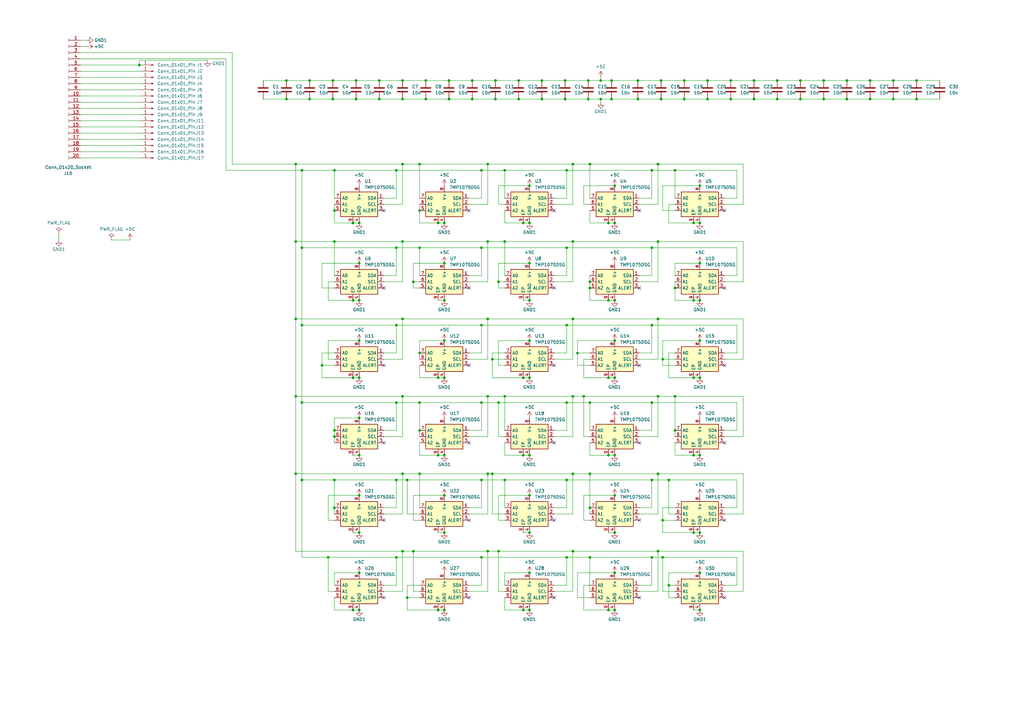
<source format=kicad_sch>
(kicad_sch (version 20230121) (generator eeschema)

  (uuid fc774b83-d4be-4009-8e5d-cb91cb5f6735)

  (paper "A3")

  

  (junction (at 269.875 130.81) (diameter 0) (color 0 0 0 0)
    (uuid 0077891c-8ec4-4c09-87ed-436fabaefd69)
  )
  (junction (at 271.78 213.36) (diameter 0) (color 0 0 0 0)
    (uuid 01ecf4e2-d62d-4b86-95e7-74d115895441)
  )
  (junction (at 162.56 196.85) (diameter 0) (color 0 0 0 0)
    (uuid 023fd0f2-a7ea-49d1-85b3-fbb065189e59)
  )
  (junction (at 147.32 91.44) (diameter 0) (color 0 0 0 0)
    (uuid 02cb1d9d-6ab5-49dc-a5c4-55272c6c5ae4)
  )
  (junction (at 172.085 194.31) (diameter 0) (color 0 0 0 0)
    (uuid 038bf0a8-fbe7-417e-8fb8-17f260fe607b)
  )
  (junction (at 232.41 196.85) (diameter 0) (color 0 0 0 0)
    (uuid 055b05b5-6c38-455b-91e2-1ae7b41dc1f5)
  )
  (junction (at 182.245 123.19) (diameter 0) (color 0 0 0 0)
    (uuid 05842f85-6a76-448b-9a2f-0a5045dee544)
  )
  (junction (at 174.625 33.02) (diameter 0) (color 0 0 0 0)
    (uuid 08738a55-c76c-4626-ae93-bcca0fa29c63)
  )
  (junction (at 165.1 226.06) (diameter 0) (color 0 0 0 0)
    (uuid 09d35c53-9532-4a08-8010-f1777a1c0487)
  )
  (junction (at 276.86 162.56) (diameter 0) (color 0 0 0 0)
    (uuid 0a57369a-c2f0-4e4d-8e50-51baf78df932)
  )
  (junction (at 239.395 162.56) (diameter 0) (color 0 0 0 0)
    (uuid 0b33ef18-6443-41fa-a65a-2e599ce4b24b)
  )
  (junction (at 165.1 194.31) (diameter 0) (color 0 0 0 0)
    (uuid 0bc3f9bb-5400-4785-b5c9-30cb416b6791)
  )
  (junction (at 57.15 26.67) (diameter 0) (color 0 0 0 0)
    (uuid 0cb5756f-ae24-429d-a0a4-a6cea8702b4e)
  )
  (junction (at 165.1 99.06) (diameter 0) (color 0 0 0 0)
    (uuid 0ec36e37-8f5e-464d-8b0b-16385a29206c)
  )
  (junction (at 236.855 144.78) (diameter 0) (color 0 0 0 0)
    (uuid 0f2d0d3e-c39b-4cff-83fa-1742d38db370)
  )
  (junction (at 217.17 250.19) (diameter 0) (color 0 0 0 0)
    (uuid 104e7ff9-7cd6-4504-9335-becd6c6756ff)
  )
  (junction (at 287.02 76.2) (diameter 0) (color 0 0 0 0)
    (uuid 117da3dd-925d-471b-b89c-890f3e539510)
  )
  (junction (at 269.875 194.31) (diameter 0) (color 0 0 0 0)
    (uuid 1216faca-3e6b-41db-a1f3-dee530769f70)
  )
  (junction (at 155.575 33.02) (diameter 0) (color 0 0 0 0)
    (uuid 12ab17d6-9550-4162-8b17-985d715082c2)
  )
  (junction (at 147.32 171.45) (diameter 0) (color 0 0 0 0)
    (uuid 12ef0d00-0b34-4a7c-b390-1de2409ecc2e)
  )
  (junction (at 366.395 33.02) (diameter 0) (color 0 0 0 0)
    (uuid 14ba4e3a-4599-4ffb-baa3-8b8e07115999)
  )
  (junction (at 271.78 147.32) (diameter 0) (color 0 0 0 0)
    (uuid 16969fe6-7e5e-44d2-a3bd-99643e8a5397)
  )
  (junction (at 280.67 33.02) (diameter 0) (color 0 0 0 0)
    (uuid 18b96881-26aa-4317-9b93-a06980aae3fc)
  )
  (junction (at 137.16 86.36) (diameter 0) (color 0 0 0 0)
    (uuid 19698e91-bf96-4550-9f49-9efd010ef963)
  )
  (junction (at 250.825 40.64) (diameter 0) (color 0 0 0 0)
    (uuid 1ac74992-491d-4fc2-9a7f-ccfc115f1293)
  )
  (junction (at 203.2 40.64) (diameter 0) (color 0 0 0 0)
    (uuid 1bc28d50-cef9-4653-867b-fe0cc7261142)
  )
  (junction (at 172.085 67.31) (diameter 0) (color 0 0 0 0)
    (uuid 1d6ab61e-3e1b-4e15-84b4-c8e0f013acb6)
  )
  (junction (at 299.72 40.64) (diameter 0) (color 0 0 0 0)
    (uuid 1d88b778-84a7-43cf-9706-132a4cd18f43)
  )
  (junction (at 146.05 33.02) (diameter 0) (color 0 0 0 0)
    (uuid 1e8d64b2-6aff-4813-a5bc-d93b7fa38b89)
  )
  (junction (at 121.285 162.56) (diameter 0) (color 0 0 0 0)
    (uuid 1f8ca1fb-2eed-47be-b46d-ab856c235724)
  )
  (junction (at 241.935 67.31) (diameter 0) (color 0 0 0 0)
    (uuid 23f1a63e-2b05-4a9c-bcdf-821610e7654c)
  )
  (junction (at 147.32 218.44) (diameter 0) (color 0 0 0 0)
    (uuid 24cd029a-aaeb-42ee-a8ec-2c3067958978)
  )
  (junction (at 147.32 154.94) (diameter 0) (color 0 0 0 0)
    (uuid 27126d55-4793-4d57-954e-ffe1ddf48bca)
  )
  (junction (at 182.245 107.95) (diameter 0) (color 0 0 0 0)
    (uuid 27692d83-2c6f-473f-93ee-ac2ca72f52f8)
  )
  (junction (at 287.02 154.94) (diameter 0) (color 0 0 0 0)
    (uuid 2830ea3b-de11-4c2b-b3b9-ce1af45756a4)
  )
  (junction (at 179.705 250.19) (diameter 0) (color 0 0 0 0)
    (uuid 285d6e63-8f23-4500-ae3a-a57e0eabf2b8)
  )
  (junction (at 241.935 208.28) (diameter 0) (color 0 0 0 0)
    (uuid 29aad368-ab5a-40a8-a987-f70d23b95fd3)
  )
  (junction (at 165.1 40.64) (diameter 0) (color 0 0 0 0)
    (uuid 2bf2bc0b-5ab7-4b2f-82d8-688cd0013573)
  )
  (junction (at 290.195 40.64) (diameter 0) (color 0 0 0 0)
    (uuid 2c985a25-2edb-4c06-8941-7851178a5255)
  )
  (junction (at 267.335 69.85) (diameter 0) (color 0 0 0 0)
    (uuid 2d936bb5-2c3e-4fed-86d0-3ca7e770b99d)
  )
  (junction (at 252.095 234.95) (diameter 0) (color 0 0 0 0)
    (uuid 2dd28aa4-59ea-4cc9-ae31-ff7ed4c8b0c2)
  )
  (junction (at 284.48 218.44) (diameter 0) (color 0 0 0 0)
    (uuid 2e352a96-27cd-4562-953b-1888c27dcd93)
  )
  (junction (at 204.47 226.06) (diameter 0) (color 0 0 0 0)
    (uuid 2fd2ada3-583c-4569-a41a-b46daf166030)
  )
  (junction (at 287.02 107.95) (diameter 0) (color 0 0 0 0)
    (uuid 317fb959-d076-4341-8ba6-7535186081a6)
  )
  (junction (at 234.95 130.81) (diameter 0) (color 0 0 0 0)
    (uuid 3281b7fa-f558-405a-b334-bc777e0bb3e8)
  )
  (junction (at 287.02 218.44) (diameter 0) (color 0 0 0 0)
    (uuid 3328d863-dc10-4f05-a77b-7e86b1048828)
  )
  (junction (at 127 40.64) (diameter 0) (color 0 0 0 0)
    (uuid 34c69aee-9e30-4f18-9042-fad2cfd17656)
  )
  (junction (at 184.15 40.64) (diameter 0) (color 0 0 0 0)
    (uuid 35a67fa4-528e-4c3f-96ed-3c99f2de5537)
  )
  (junction (at 212.725 33.02) (diameter 0) (color 0 0 0 0)
    (uuid 3691b586-475e-4df2-898f-64db4d2bfcae)
  )
  (junction (at 280.67 40.64) (diameter 0) (color 0 0 0 0)
    (uuid 37cf7071-e811-4236-951b-339580752761)
  )
  (junction (at 276.86 176.53) (diameter 0) (color 0 0 0 0)
    (uuid 38596c15-4582-41fd-b898-ebda0005e671)
  )
  (junction (at 299.72 33.02) (diameter 0) (color 0 0 0 0)
    (uuid 387e0b1d-2590-4449-b3a0-3c94b76e82e4)
  )
  (junction (at 207.01 99.06) (diameter 0) (color 0 0 0 0)
    (uuid 3a9ceee6-9ad1-4e61-8f80-24734b848c0d)
  )
  (junction (at 366.395 40.64) (diameter 0) (color 0 0 0 0)
    (uuid 3e6f9c10-3113-474a-b928-03b979738f7f)
  )
  (junction (at 197.485 196.85) (diameter 0) (color 0 0 0 0)
    (uuid 3e71229e-fe2b-423d-9030-4745a55e25a6)
  )
  (junction (at 232.41 101.6) (diameter 0) (color 0 0 0 0)
    (uuid 3fa321c5-b835-40b1-aa81-262f490c0173)
  )
  (junction (at 193.675 40.64) (diameter 0) (color 0 0 0 0)
    (uuid 400281e5-d2a3-46cb-aaab-08afb14c1391)
  )
  (junction (at 252.095 154.94) (diameter 0) (color 0 0 0 0)
    (uuid 41e6c929-0e2e-46c0-a642-bb226afcd124)
  )
  (junction (at 252.095 218.44) (diameter 0) (color 0 0 0 0)
    (uuid 42dd4fc9-0969-4360-bac1-96f8f4876ae7)
  )
  (junction (at 137.16 208.28) (diameter 0) (color 0 0 0 0)
    (uuid 42f066bc-fbc9-4729-b0ef-82e42c19b3a5)
  )
  (junction (at 287.02 234.95) (diameter 0) (color 0 0 0 0)
    (uuid 430d4d1e-86f8-47ca-917a-3e2fa5819264)
  )
  (junction (at 287.02 123.19) (diameter 0) (color 0 0 0 0)
    (uuid 43b4cb7b-df61-4c7e-bb10-ec2d6215211b)
  )
  (junction (at 246.38 40.64) (diameter 0) (color 0 0 0 0)
    (uuid 46e32ef1-b9ad-47b3-8856-a4c1f5796dea)
  )
  (junction (at 231.775 33.02) (diameter 0) (color 0 0 0 0)
    (uuid 483dc273-7f55-40f8-ac3c-feefdbafd892)
  )
  (junction (at 167.005 245.11) (diameter 0) (color 0 0 0 0)
    (uuid 48404a09-4929-4e30-8809-868e08babd20)
  )
  (junction (at 241.3 40.64) (diameter 0) (color 0 0 0 0)
    (uuid 491a42ef-1a1b-4c79-9c41-86e65c2084d6)
  )
  (junction (at 212.725 40.64) (diameter 0) (color 0 0 0 0)
    (uuid 4a60b289-ecad-4e02-b22a-df51e5a0f75c)
  )
  (junction (at 165.1 67.31) (diameter 0) (color 0 0 0 0)
    (uuid 4a6d4e58-79b7-46df-94fc-4c9dc393ae2b)
  )
  (junction (at 203.2 33.02) (diameter 0) (color 0 0 0 0)
    (uuid 52620857-c755-4c17-a338-0464bee18e49)
  )
  (junction (at 165.1 33.02) (diameter 0) (color 0 0 0 0)
    (uuid 52c498ed-773d-430f-ba2b-c48b12d48538)
  )
  (junction (at 172.085 101.6) (diameter 0) (color 0 0 0 0)
    (uuid 52fb0955-a4db-4bef-aca4-56f6c5f1cdb6)
  )
  (junction (at 271.145 33.02) (diameter 0) (color 0 0 0 0)
    (uuid 5311d7b0-ccf3-4ac2-b48e-bd2390fe80d9)
  )
  (junction (at 337.82 33.02) (diameter 0) (color 0 0 0 0)
    (uuid 53829449-2a62-4b87-b177-d2c532f10da6)
  )
  (junction (at 287.02 139.7) (diameter 0) (color 0 0 0 0)
    (uuid 53d8b674-b7c7-489c-a377-6cfbcd2d0163)
  )
  (junction (at 169.545 115.57) (diameter 0) (color 0 0 0 0)
    (uuid 53fe3eb0-93f6-4064-b7b1-510ec377a874)
  )
  (junction (at 162.56 133.35) (diameter 0) (color 0 0 0 0)
    (uuid 5587bec0-e621-42fb-8b63-65b5b4ea6e6b)
  )
  (junction (at 328.295 33.02) (diameter 0) (color 0 0 0 0)
    (uuid 56968af8-0a90-4071-86dd-58b2230ebef2)
  )
  (junction (at 200.025 67.31) (diameter 0) (color 0 0 0 0)
    (uuid 56cb9efa-9815-44d8-bca1-69e409a53be2)
  )
  (junction (at 147.32 139.7) (diameter 0) (color 0 0 0 0)
    (uuid 59950613-9236-430c-a94f-2a5d4a0e71fa)
  )
  (junction (at 137.16 69.85) (diameter 0) (color 0 0 0 0)
    (uuid 5a09231d-e555-4f9b-9340-d359537dbe6c)
  )
  (junction (at 232.41 165.1) (diameter 0) (color 0 0 0 0)
    (uuid 5a8d6dc6-99b8-4d4d-9a55-8a91c32ef270)
  )
  (junction (at 217.17 218.44) (diameter 0) (color 0 0 0 0)
    (uuid 5aaca1d3-7f9d-4c9d-8c9d-e5dcbabb7e18)
  )
  (junction (at 232.41 133.35) (diameter 0) (color 0 0 0 0)
    (uuid 5b655e3c-a611-4e1c-8e75-6783cc06dce4)
  )
  (junction (at 241.3 33.02) (diameter 0) (color 0 0 0 0)
    (uuid 5b7d87fa-53b9-428d-9d33-cd8ddb736bb9)
  )
  (junction (at 241.935 118.11) (diameter 0) (color 0 0 0 0)
    (uuid 5b80f24c-1faa-4f52-bdc0-a42a3766cecd)
  )
  (junction (at 249.555 154.94) (diameter 0) (color 0 0 0 0)
    (uuid 5d7e600f-d002-4b74-9056-65ceeb9bff70)
  )
  (junction (at 214.63 154.94) (diameter 0) (color 0 0 0 0)
    (uuid 5e99485a-3f97-421e-b094-be5015151602)
  )
  (junction (at 123.825 69.85) (diameter 0) (color 0 0 0 0)
    (uuid 5fb423f7-4a6d-4487-a166-5a7bead607f6)
  )
  (junction (at 318.77 33.02) (diameter 0) (color 0 0 0 0)
    (uuid 60433852-6042-422b-afbb-dd5ad007bf3d)
  )
  (junction (at 217.17 91.44) (diameter 0) (color 0 0 0 0)
    (uuid 619cdd6d-610d-4336-b130-eced0729f143)
  )
  (junction (at 267.335 101.6) (diameter 0) (color 0 0 0 0)
    (uuid 63356902-6927-494a-8266-b1a3eacc7b6f)
  )
  (junction (at 234.95 67.31) (diameter 0) (color 0 0 0 0)
    (uuid 63d3c990-1581-4cf9-9f51-131a7e9431d9)
  )
  (junction (at 234.95 162.56) (diameter 0) (color 0 0 0 0)
    (uuid 673a63ef-48b8-4fcd-b25d-5befa3e19799)
  )
  (junction (at 197.485 133.35) (diameter 0) (color 0 0 0 0)
    (uuid 681aad27-dab0-4a23-bcbb-a9059ef3737a)
  )
  (junction (at 375.92 33.02) (diameter 0) (color 0 0 0 0)
    (uuid 69016f91-8cb1-48c9-aaa6-8f06ba26f821)
  )
  (junction (at 144.78 91.44) (diameter 0) (color 0 0 0 0)
    (uuid 6952c143-cf27-4836-92c5-9a43aa978e08)
  )
  (junction (at 276.86 69.85) (diameter 0) (color 0 0 0 0)
    (uuid 699a3b60-f795-467d-8e9d-0965ac761b03)
  )
  (junction (at 234.95 99.06) (diameter 0) (color 0 0 0 0)
    (uuid 69aad6b5-eb96-4c2d-82d0-fc048d2b04b0)
  )
  (junction (at 271.145 40.64) (diameter 0) (color 0 0 0 0)
    (uuid 6c497aa0-2fd2-478e-94f4-dd8799cde9ca)
  )
  (junction (at 169.545 226.06) (diameter 0) (color 0 0 0 0)
    (uuid 6d0a9991-7c92-4b7a-be71-b006f86c576e)
  )
  (junction (at 207.01 162.56) (diameter 0) (color 0 0 0 0)
    (uuid 72326a75-f955-403f-a647-159e2749b22b)
  )
  (junction (at 137.16 179.07) (diameter 0) (color 0 0 0 0)
    (uuid 728dad14-b5f3-4254-8b6d-1cfbf17ae63c)
  )
  (junction (at 204.47 115.57) (diameter 0) (color 0 0 0 0)
    (uuid 76749e94-ef14-4250-a522-765ae8f3b83e)
  )
  (junction (at 193.675 33.02) (diameter 0) (color 0 0 0 0)
    (uuid 7758cde1-5f4d-47d6-bae0-62cd23f805b0)
  )
  (junction (at 162.56 69.85) (diameter 0) (color 0 0 0 0)
    (uuid 78947814-be10-4240-8420-1a8e37c3df77)
  )
  (junction (at 162.56 101.6) (diameter 0) (color 0 0 0 0)
    (uuid 7995682e-9108-4fbc-9170-782c33ecd4cb)
  )
  (junction (at 261.62 40.64) (diameter 0) (color 0 0 0 0)
    (uuid 7a09cd7c-8acc-4a84-b610-a789afdc7d0e)
  )
  (junction (at 267.335 133.35) (diameter 0) (color 0 0 0 0)
    (uuid 7a441b81-5ddb-4420-9426-10466a270bd3)
  )
  (junction (at 144.78 154.94) (diameter 0) (color 0 0 0 0)
    (uuid 7a93de52-d05a-40f4-af83-5d1f5312b692)
  )
  (junction (at 217.17 186.69) (diameter 0) (color 0 0 0 0)
    (uuid 7ac17eb4-1509-4df7-a8ce-af428dd84fa6)
  )
  (junction (at 182.245 218.44) (diameter 0) (color 0 0 0 0)
    (uuid 7ac8cce0-5363-463a-822f-02ca9c3bb8c3)
  )
  (junction (at 252.095 123.19) (diameter 0) (color 0 0 0 0)
    (uuid 7c0fd8f9-7fd5-4055-bdf0-3a189d772733)
  )
  (junction (at 182.245 91.44) (diameter 0) (color 0 0 0 0)
    (uuid 7c533880-2248-49d2-8b8d-b36cdf7ccac6)
  )
  (junction (at 252.095 76.2) (diameter 0) (color 0 0 0 0)
    (uuid 7c68c831-6f01-49ee-97c2-c11c0146b8cd)
  )
  (junction (at 337.82 40.64) (diameter 0) (color 0 0 0 0)
    (uuid 7d34ac72-3206-4975-a4e7-3a3772ecf162)
  )
  (junction (at 182.245 250.19) (diameter 0) (color 0 0 0 0)
    (uuid 7dd4e0f2-c583-4d65-a818-b66a89c71511)
  )
  (junction (at 261.62 33.02) (diameter 0) (color 0 0 0 0)
    (uuid 801f8137-a983-4fc8-a9d7-76fde1d01816)
  )
  (junction (at 217.17 107.95) (diameter 0) (color 0 0 0 0)
    (uuid 808e7c89-d280-4233-856c-2487e16c5e93)
  )
  (junction (at 147.32 250.19) (diameter 0) (color 0 0 0 0)
    (uuid 8219606d-6317-47a5-babf-0c344cad5bdd)
  )
  (junction (at 144.78 250.19) (diameter 0) (color 0 0 0 0)
    (uuid 825f3bdb-3cd4-475e-89d8-a4928ab3c54c)
  )
  (junction (at 200.025 162.56) (diameter 0) (color 0 0 0 0)
    (uuid 84481a9b-45a0-427a-8984-4f35f8d521eb)
  )
  (junction (at 232.41 69.85) (diameter 0) (color 0 0 0 0)
    (uuid 85571cbe-39a4-444d-a016-d211ad03ffce)
  )
  (junction (at 179.705 186.69) (diameter 0) (color 0 0 0 0)
    (uuid 85d1e27b-f09b-42a4-8432-599400c9efcb)
  )
  (junction (at 267.335 228.6) (diameter 0) (color 0 0 0 0)
    (uuid 862993d6-0142-4afd-bc8c-b13bf96bd1ee)
  )
  (junction (at 147.32 123.19) (diameter 0) (color 0 0 0 0)
    (uuid 871a4a43-601a-4d07-a1a3-26fdca28a2e5)
  )
  (junction (at 165.1 162.56) (diameter 0) (color 0 0 0 0)
    (uuid 8742d378-61bd-4d49-854f-a159dc347272)
  )
  (junction (at 146.05 40.64) (diameter 0) (color 0 0 0 0)
    (uuid 884259b7-1220-4501-8a55-c36b23e5a2a7)
  )
  (junction (at 147.32 203.2) (diameter 0) (color 0 0 0 0)
    (uuid 897eccdc-3283-40fc-92ed-70f8c0c3ac2e)
  )
  (junction (at 201.93 147.32) (diameter 0) (color 0 0 0 0)
    (uuid 89abcb65-0ad9-4692-bc53-026de5e5d72d)
  )
  (junction (at 217.17 154.94) (diameter 0) (color 0 0 0 0)
    (uuid 8a26b149-c2e0-4ab3-a36f-e5fdfcd26d24)
  )
  (junction (at 234.95 194.31) (diameter 0) (color 0 0 0 0)
    (uuid 8abba361-546e-46d1-9b51-73a8c5c5b954)
  )
  (junction (at 214.63 250.19) (diameter 0) (color 0 0 0 0)
    (uuid 8b78fd04-bb2c-4394-a6dd-490196bc494e)
  )
  (junction (at 207.01 196.85) (diameter 0) (color 0 0 0 0)
    (uuid 8d14336c-77f0-47dc-8f71-aad9a6049506)
  )
  (junction (at 184.15 33.02) (diameter 0) (color 0 0 0 0)
    (uuid 8d5f6827-b076-443c-aac3-ab59e846217f)
  )
  (junction (at 231.775 40.64) (diameter 0) (color 0 0 0 0)
    (uuid 8e2539af-a35b-42f1-801a-878d73e78dfd)
  )
  (junction (at 241.935 115.57) (diameter 0) (color 0 0 0 0)
    (uuid 8eeec192-f548-4f6b-981b-842793cb3d9c)
  )
  (junction (at 214.63 91.44) (diameter 0) (color 0 0 0 0)
    (uuid 91082637-f1d6-4b9d-8bc5-20a2327c7f46)
  )
  (junction (at 200.025 99.06) (diameter 0) (color 0 0 0 0)
    (uuid 92b6ed60-9b4f-4e6f-9291-85bb529f7ba7)
  )
  (junction (at 309.245 40.64) (diameter 0) (color 0 0 0 0)
    (uuid 94b368ab-f765-441f-b823-a726bb0bb57c)
  )
  (junction (at 246.38 33.02) (diameter 0) (color 0 0 0 0)
    (uuid 95647cb8-923d-4d37-9a00-54eacd74790e)
  )
  (junction (at 172.085 144.78) (diameter 0) (color 0 0 0 0)
    (uuid 95d9a281-6eac-44ae-897e-0d6b6b560f67)
  )
  (junction (at 287.02 250.19) (diameter 0) (color 0 0 0 0)
    (uuid 9602e49a-aac2-40c3-a036-58e7e0cc1a56)
  )
  (junction (at 217.17 234.95) (diameter 0) (color 0 0 0 0)
    (uuid 96d36983-b1fb-4cf0-a8f4-3072fba8f6f8)
  )
  (junction (at 287.02 91.44) (diameter 0) (color 0 0 0 0)
    (uuid 97615dad-cd31-43c6-b35f-4f79d3f9d406)
  )
  (junction (at 197.485 101.6) (diameter 0) (color 0 0 0 0)
    (uuid 978ab1fb-88e0-471d-bcb6-dadfd07132b9)
  )
  (junction (at 147.32 107.95) (diameter 0) (color 0 0 0 0)
    (uuid 97e3369c-d4af-4903-aac6-ff9cf8650a18)
  )
  (junction (at 123.825 165.1) (diameter 0) (color 0 0 0 0)
    (uuid 9819c6c1-cfa4-48f1-a56f-b3fdf3f69e01)
  )
  (junction (at 172.085 165.1) (diameter 0) (color 0 0 0 0)
    (uuid 99c1c8e9-fb20-48a6-b2ee-d64d06e7a859)
  )
  (junction (at 271.78 228.6) (diameter 0) (color 0 0 0 0)
    (uuid 9affa562-e866-475c-8d3c-ce81f0fadbd7)
  )
  (junction (at 347.345 40.64) (diameter 0) (color 0 0 0 0)
    (uuid 9bb661e6-f7d2-4c51-aa5a-4b933b4bc810)
  )
  (junction (at 267.335 196.85) (diameter 0) (color 0 0 0 0)
    (uuid 9ca1983d-ab87-4222-a83f-bca8a4a6dc85)
  )
  (junction (at 136.525 40.64) (diameter 0) (color 0 0 0 0)
    (uuid 9cecb78d-2a4a-4c70-8725-cdfa0dfbd7f7)
  )
  (junction (at 217.17 76.2) (diameter 0) (color 0 0 0 0)
    (uuid 9df95c84-0c87-4372-aabc-b2ab83f44dbe)
  )
  (junction (at 252.095 203.2) (diameter 0) (color 0 0 0 0)
    (uuid a16824bb-5fb8-478c-9020-475a296d559a)
  )
  (junction (at 267.335 165.1) (diameter 0) (color 0 0 0 0)
    (uuid a407734b-f099-481f-8ed6-e90b9b3d0d76)
  )
  (junction (at 217.17 203.2) (diameter 0) (color 0 0 0 0)
    (uuid a4f364ba-b323-4b9e-8023-aa03fdcd7ecc)
  )
  (junction (at 182.245 139.7) (diameter 0) (color 0 0 0 0)
    (uuid a68ca6ff-6155-489a-ac6b-56b57ad7e051)
  )
  (junction (at 252.095 186.69) (diameter 0) (color 0 0 0 0)
    (uuid a691c352-b678-4d64-b7f3-8848c31b2bfe)
  )
  (junction (at 132.08 149.86) (diameter 0) (color 0 0 0 0)
    (uuid a6da5dfb-626c-4ce5-ba6e-45a199473413)
  )
  (junction (at 165.1 130.81) (diameter 0) (color 0 0 0 0)
    (uuid a7a61e58-f33f-4613-adf3-9f4559558a06)
  )
  (junction (at 174.625 40.64) (diameter 0) (color 0 0 0 0)
    (uuid a96d7729-6962-463b-a658-e97cd5ff2c2f)
  )
  (junction (at 136.525 33.02) (diameter 0) (color 0 0 0 0)
    (uuid a9c4151b-bd72-4418-9798-5006810f065e)
  )
  (junction (at 172.085 86.36) (diameter 0) (color 0 0 0 0)
    (uuid abb16be8-bcd7-456c-a757-378d80de56b6)
  )
  (junction (at 222.25 33.02) (diameter 0) (color 0 0 0 0)
    (uuid abf94e8e-ef90-43d7-a63c-da6c1c00ba0e)
  )
  (junction (at 276.86 118.11) (diameter 0) (color 0 0 0 0)
    (uuid ac2990c6-1667-4fdf-8574-2865dcdab69a)
  )
  (junction (at 252.095 250.19) (diameter 0) (color 0 0 0 0)
    (uuid ad2cf1b1-cc7c-4371-8698-d2948292fa10)
  )
  (junction (at 250.825 33.02) (diameter 0) (color 0 0 0 0)
    (uuid adcc4f96-684a-4ffc-acaa-f11ce016437e)
  )
  (junction (at 287.02 186.69) (diameter 0) (color 0 0 0 0)
    (uuid ade8d13e-e673-438b-915b-b7a11276aacb)
  )
  (junction (at 121.285 130.81) (diameter 0) (color 0 0 0 0)
    (uuid ae8e2775-8f81-4894-9a07-e6f85257098b)
  )
  (junction (at 200.025 194.31) (diameter 0) (color 0 0 0 0)
    (uuid aee70635-52cb-43bf-9d93-992e56d77c3e)
  )
  (junction (at 249.555 123.19) (diameter 0) (color 0 0 0 0)
    (uuid b12b98f1-30cc-44a9-8244-d7e738ee32b6)
  )
  (junction (at 137.16 99.06) (diameter 0) (color 0 0 0 0)
    (uuid b1cbb3c4-726b-4959-b0d6-cc676fcfe81d)
  )
  (junction (at 284.48 91.44) (diameter 0) (color 0 0 0 0)
    (uuid b2736b93-3b59-4609-ab5d-73bb69752849)
  )
  (junction (at 182.245 186.69) (diameter 0) (color 0 0 0 0)
    (uuid b2af9f9d-2e11-47e8-bfd8-fdba7192f745)
  )
  (junction (at 134.62 228.6) (diameter 0) (color 0 0 0 0)
    (uuid b2bd395c-b1b4-48db-9227-f3b89c74ad78)
  )
  (junction (at 147.32 186.69) (diameter 0) (color 0 0 0 0)
    (uuid b345d364-980d-48fb-b4b2-4dd0642301df)
  )
  (junction (at 252.095 91.44) (diameter 0) (color 0 0 0 0)
    (uuid b35d38d7-292d-474d-8771-6235722b38ba)
  )
  (junction (at 200.025 226.06) (diameter 0) (color 0 0 0 0)
    (uuid b3c679d6-2584-4d36-a708-1021f0e685a6)
  )
  (junction (at 147.32 234.95) (diameter 0) (color 0 0 0 0)
    (uuid b61e67c1-be53-4810-8d62-c3acf4532d9d)
  )
  (junction (at 200.025 130.81) (diameter 0) (color 0 0 0 0)
    (uuid b7eec574-6874-42ff-add4-65e605db7c4e)
  )
  (junction (at 328.295 40.64) (diameter 0) (color 0 0 0 0)
    (uuid b80d099c-e538-4a69-8dad-fa8ce3163d07)
  )
  (junction (at 207.01 69.85) (diameter 0) (color 0 0 0 0)
    (uuid b881669d-4a2e-495d-a78e-f27f9a98d6ca)
  )
  (junction (at 284.48 186.69) (diameter 0) (color 0 0 0 0)
    (uuid b934338d-d105-410d-8646-0cf8d8d83d3e)
  )
  (junction (at 137.16 196.85) (diameter 0) (color 0 0 0 0)
    (uuid b97b24a8-ef8b-4322-9a85-0eca764f4a0b)
  )
  (junction (at 232.41 228.6) (diameter 0) (color 0 0 0 0)
    (uuid b9aac3ee-6353-417b-a4c2-097f6ce5e94a)
  )
  (junction (at 167.005 196.85) (diameter 0) (color 0 0 0 0)
    (uuid bb136464-87f0-49bc-9ef8-709a795c0d9e)
  )
  (junction (at 217.17 123.19) (diameter 0) (color 0 0 0 0)
    (uuid bb358dbd-8e45-43e5-bebc-b3db4a85932a)
  )
  (junction (at 249.555 250.19) (diameter 0) (color 0 0 0 0)
    (uuid bc21c94d-e5db-4518-9b91-671b88051c56)
  )
  (junction (at 197.485 228.6) (diameter 0) (color 0 0 0 0)
    (uuid bc796634-4fe8-4e50-bcd2-ecc347b3f55a)
  )
  (junction (at 204.47 165.1) (diameter 0) (color 0 0 0 0)
    (uuid bd609e96-ee21-4f98-901c-0ba14dc1e94c)
  )
  (junction (at 290.195 33.02) (diameter 0) (color 0 0 0 0)
    (uuid bda0fa1a-d522-40e0-abff-e7fcf7c5855b)
  )
  (junction (at 241.935 194.31) (diameter 0) (color 0 0 0 0)
    (uuid c01a50de-58c9-4df3-b224-5f66f899258c)
  )
  (junction (at 347.345 33.02) (diameter 0) (color 0 0 0 0)
    (uuid c13cf59e-bdeb-4f6c-aa49-f0b12e9aa370)
  )
  (junction (at 123.825 101.6) (diameter 0) (color 0 0 0 0)
    (uuid c15c648a-923f-4b52-b896-5960b7de9d7b)
  )
  (junction (at 123.825 133.35) (diameter 0) (color 0 0 0 0)
    (uuid c16d209d-f559-4377-8058-1a5924f9ce93)
  )
  (junction (at 162.56 165.1) (diameter 0) (color 0 0 0 0)
    (uuid c228bc01-139a-49cf-9dcd-b6ca7c968b5c)
  )
  (junction (at 179.705 154.94) (diameter 0) (color 0 0 0 0)
    (uuid c3a43240-16b2-49d1-b7dd-58caa8c66a2e)
  )
  (junction (at 121.285 99.06) (diameter 0) (color 0 0 0 0)
    (uuid c3b3927e-5978-4481-af12-29f3faf627f3)
  )
  (junction (at 269.875 226.06) (diameter 0) (color 0 0 0 0)
    (uuid c6374813-bd95-4a86-9cb3-4efbd0975829)
  )
  (junction (at 356.87 40.64) (diameter 0) (color 0 0 0 0)
    (uuid c6a9497c-bb43-4cb4-8e89-a46476fb96a2)
  )
  (junction (at 318.77 40.64) (diameter 0) (color 0 0 0 0)
    (uuid c8604df8-7ca2-48cd-a07e-945a4b0a79f6)
  )
  (junction (at 269.875 99.06) (diameter 0) (color 0 0 0 0)
    (uuid c888e569-ba87-4bb7-bf0d-950a49ecc714)
  )
  (junction (at 284.48 123.19) (diameter 0) (color 0 0 0 0)
    (uuid ca0ccba1-61cd-4adf-8014-cc61a9d7adad)
  )
  (junction (at 249.555 186.69) (diameter 0) (color 0 0 0 0)
    (uuid ccda279b-2a7f-453c-b434-c7c79a30bf2c)
  )
  (junction (at 269.875 67.31) (diameter 0) (color 0 0 0 0)
    (uuid d0749a56-835d-4cdf-9555-e168ff578f12)
  )
  (junction (at 121.285 67.31) (diameter 0) (color 0 0 0 0)
    (uuid d0e643ce-2aaf-4076-acc0-44f945d6ce38)
  )
  (junction (at 274.32 196.85) (diameter 0) (color 0 0 0 0)
    (uuid d169c7ec-1b40-46cf-9b1a-acd740788a21)
  )
  (junction (at 123.825 196.85) (diameter 0) (color 0 0 0 0)
    (uuid d386bd34-a5e5-43a4-bf7e-ca4a9cfcf1bc)
  )
  (junction (at 375.92 40.64) (diameter 0) (color 0 0 0 0)
    (uuid d4036098-bed3-4793-ad65-b5d7fe70210e)
  )
  (junction (at 137.16 176.53) (diameter 0) (color 0 0 0 0)
    (uuid d4af34a0-08be-411e-ba20-f529e9c47952)
  )
  (junction (at 269.875 162.56) (diameter 0) (color 0 0 0 0)
    (uuid d83bf201-5357-4706-a192-d191bb6a64f3)
  )
  (junction (at 252.095 139.7) (diameter 0) (color 0 0 0 0)
    (uuid daf818fa-e0c1-4d42-8b6f-3b5f9d5c1375)
  )
  (junction (at 179.705 91.44) (diameter 0) (color 0 0 0 0)
    (uuid de35a3e7-050b-48bd-80b7-0972aab41dc7)
  )
  (junction (at 284.48 154.94) (diameter 0) (color 0 0 0 0)
    (uuid df55be8e-999b-4717-b863-3f6773cbddfd)
  )
  (junction (at 356.87 33.02) (diameter 0) (color 0 0 0 0)
    (uuid e1753933-1dd2-4a7e-b381-0293d81253d5)
  )
  (junction (at 121.285 194.31) (diameter 0) (color 0 0 0 0)
    (uuid e3da93df-45c3-4355-9c9a-11f61fa3a09a)
  )
  (junction (at 172.085 176.53) (diameter 0) (color 0 0 0 0)
    (uuid e402d08c-ad9c-46d1-ba08-580e5eb6a6b9)
  )
  (junction (at 201.93 194.31) (diameter 0) (color 0 0 0 0)
    (uuid e4d82f7a-0e5a-49e8-82d2-6dd360ab9a7c)
  )
  (junction (at 249.555 91.44) (diameter 0) (color 0 0 0 0)
    (uuid e66644cd-f682-4a16-9986-bf3e36cc8468)
  )
  (junction (at 197.485 69.85) (diameter 0) (color 0 0 0 0)
    (uuid e6cdb2e2-0a52-46e1-84ca-29c5c8de7882)
  )
  (junction (at 214.63 186.69) (diameter 0) (color 0 0 0 0)
    (uuid ebc6217c-4245-4f69-ba8c-85568858837e)
  )
  (junction (at 182.245 203.2) (diameter 0) (color 0 0 0 0)
    (uuid ecb99bb7-29e0-48cc-af88-7cd4423c5d87)
  )
  (junction (at 241.935 165.1) (diameter 0) (color 0 0 0 0)
    (uuid ef07ea74-7649-4a70-86c2-1ecc899afc90)
  )
  (junction (at 182.245 154.94) (diameter 0) (color 0 0 0 0)
    (uuid f02d524e-278e-4131-be5c-da8488512112)
  )
  (junction (at 117.475 40.64) (diameter 0) (color 0 0 0 0)
    (uuid f05c4666-31c8-476a-b6b7-7ca3784f322b)
  )
  (junction (at 144.78 123.19) (diameter 0) (color 0 0 0 0)
    (uuid f1a96aed-0643-4dbf-aa68-d7b55187d511)
  )
  (junction (at 222.25 40.64) (diameter 0) (color 0 0 0 0)
    (uuid f1f29da1-71ad-4d31-ac9d-e4baa0859347)
  )
  (junction (at 217.17 139.7) (diameter 0) (color 0 0 0 0)
    (uuid f216bbcb-0d53-42ff-a7b2-0e29935bccf7)
  )
  (junction (at 241.935 228.6) (diameter 0) (color 0 0 0 0)
    (uuid f27ed5c1-6d4f-4769-942d-6cb114acf9af)
  )
  (junction (at 117.475 33.02) (diameter 0) (color 0 0 0 0)
    (uuid f38fd118-7df9-49ed-96f8-8e66ab8c6c16)
  )
  (junction (at 197.485 165.1) (diameter 0) (color 0 0 0 0)
    (uuid f40ab27f-c8c1-46a5-8504-19315971d042)
  )
  (junction (at 274.32 240.03) (diameter 0) (color 0 0 0 0)
    (uuid f45e19b9-d146-414f-ad31-b7e927f05f03)
  )
  (junction (at 309.245 33.02) (diameter 0) (color 0 0 0 0)
    (uuid f4ecdee7-298d-4755-9c22-16d0d4ebfa4b)
  )
  (junction (at 162.56 228.6) (diameter 0) (color 0 0 0 0)
    (uuid f774e730-a4c9-411e-829a-8a83e2090d28)
  )
  (junction (at 127 33.02) (diameter 0) (color 0 0 0 0)
    (uuid f77586b4-77db-4774-bb04-3f051de7244d)
  )
  (junction (at 234.95 226.06) (diameter 0) (color 0 0 0 0)
    (uuid f8fe0ea8-22a7-4f81-a36c-660638710940)
  )
  (junction (at 155.575 40.64) (diameter 0) (color 0 0 0 0)
    (uuid f9e0b073-94d3-4f8d-9ed5-74aca24b9c2e)
  )

  (no_connect (at 227.33 86.36) (uuid 005ddd40-e342-4cd2-9a6f-a5c3ee357460))
  (no_connect (at 262.255 213.36) (uuid 034753d5-25e8-46ed-978a-bc00d7ee0f62))
  (no_connect (at 227.33 118.11) (uuid 04190a7f-df4b-4b4b-964d-c35edf9594b5))
  (no_connect (at 297.18 245.11) (uuid 06b08bbc-68b2-40bd-a18e-4bbeb89f81ff))
  (no_connect (at 262.255 86.36) (uuid 0981ceda-7063-42e8-bc72-06ef6c0d7d31))
  (no_connect (at 192.405 181.61) (uuid 0a23b54c-7df3-4b4c-8122-7082e66de53e))
  (no_connect (at 157.48 213.36) (uuid 157e90b4-855d-4b65-9748-46a73ffec571))
  (no_connect (at 157.48 181.61) (uuid 1a3b3013-1c12-4ec0-883a-45032806d093))
  (no_connect (at 192.405 245.11) (uuid 2f791b44-4c3b-406a-b9e1-195569da8427))
  (no_connect (at 262.255 181.61) (uuid 38fbcd17-b98b-4b00-9e27-8092f9e2eac5))
  (no_connect (at 192.405 149.86) (uuid 5b927055-d458-4d8b-8260-77c744b4f789))
  (no_connect (at 262.255 149.86) (uuid 6622708c-5766-4a05-8df6-3db3e8bbc5be))
  (no_connect (at 262.255 118.11) (uuid 6b30f1a9-80cd-45a9-aff9-cc8571829bc4))
  (no_connect (at 192.405 86.36) (uuid 76238189-86d1-41c7-8a57-23cd960d4325))
  (no_connect (at 297.18 86.36) (uuid 764360da-6fb0-49a0-a867-c28405ca28b5))
  (no_connect (at 192.405 118.11) (uuid 7951f887-4734-4f9d-9408-8a0dd5f3a690))
  (no_connect (at 157.48 245.11) (uuid 863b88c3-cb47-4aba-b321-083ab033d321))
  (no_connect (at 297.18 181.61) (uuid 8acf6d95-a635-47d0-b694-e49ab334c004))
  (no_connect (at 262.255 245.11) (uuid 9031071e-77f5-4ac5-8925-a5a5ffee5323))
  (no_connect (at 227.33 213.36) (uuid 9770f7f6-f0f8-4b5d-914b-0f072c7a6676))
  (no_connect (at 192.405 213.36) (uuid 9e55d87b-576b-49f1-b9ef-6a1027aa48e6))
  (no_connect (at 227.33 149.86) (uuid a0e81d1b-7f7e-4441-b1d6-99224fa8a814))
  (no_connect (at 297.18 213.36) (uuid a3d27f1f-ca20-47d4-9544-4a00ac39e25c))
  (no_connect (at 297.18 149.86) (uuid a5bf0c8b-c24f-4d3c-ac9a-0c9aa733224e))
  (no_connect (at 227.33 181.61) (uuid ce489c26-39fa-4a9b-91ac-84570d09c723))
  (no_connect (at 297.18 118.11) (uuid d35cb21b-b8e3-454a-bbcb-ffb90e744db5))
  (no_connect (at 157.48 118.11) (uuid e0870be7-ffcd-495c-b113-8549fd07ac55))
  (no_connect (at 227.33 245.11) (uuid e64feec9-c575-42a6-8737-9439694853c4))
  (no_connect (at 157.48 86.36) (uuid e6f22bad-2487-4237-ba27-2be7b28b4e2f))
  (no_connect (at 157.48 149.86) (uuid feba1235-6dc2-4d44-8a37-eed6580f9840))

  (wire (pts (xy 234.95 226.06) (xy 269.875 226.06))
    (stroke (width 0) (type default))
    (uuid 01a0e447-d1e3-44c0-90f7-26bc4921c050)
  )
  (wire (pts (xy 167.005 250.19) (xy 179.705 250.19))
    (stroke (width 0) (type default))
    (uuid 020bb7e1-7167-44b7-9432-de8e32d78062)
  )
  (wire (pts (xy 250.825 33.02) (xy 261.62 33.02))
    (stroke (width 0) (type default))
    (uuid 0225f12f-ab52-4686-9c66-b907ec37c091)
  )
  (wire (pts (xy 172.085 181.61) (xy 172.085 186.69))
    (stroke (width 0) (type default))
    (uuid 0274c850-cbf0-4432-8f5f-9aca462af532)
  )
  (wire (pts (xy 222.25 40.64) (xy 231.775 40.64))
    (stroke (width 0) (type default))
    (uuid 0328eeda-5071-4ed9-acd9-50b50708a134)
  )
  (wire (pts (xy 207.01 240.03) (xy 207.01 234.95))
    (stroke (width 0) (type default))
    (uuid 032c8734-ce36-4418-9873-a434a942b142)
  )
  (wire (pts (xy 269.875 210.82) (xy 269.875 194.31))
    (stroke (width 0) (type default))
    (uuid 036c260b-09fd-4412-ba40-4a09dc6bd7b9)
  )
  (wire (pts (xy 271.78 76.2) (xy 287.02 76.2))
    (stroke (width 0) (type default))
    (uuid 03d2a45c-360a-45af-bace-7315a8dbcfaa)
  )
  (wire (pts (xy 169.545 242.57) (xy 169.545 226.06))
    (stroke (width 0) (type default))
    (uuid 04514fd1-4e4e-4fff-b096-5f1a8896c4fc)
  )
  (wire (pts (xy 271.78 228.6) (xy 302.26 228.6))
    (stroke (width 0) (type default))
    (uuid 04e01233-52c4-45b7-accc-0a0e1f6cc701)
  )
  (wire (pts (xy 246.38 41.91) (xy 246.38 40.64))
    (stroke (width 0) (type default))
    (uuid 04e8bb9b-9a9c-467c-aa56-2cecfff47dd5)
  )
  (wire (pts (xy 234.95 115.57) (xy 234.95 99.06))
    (stroke (width 0) (type default))
    (uuid 050adcd7-2bb9-47e6-aa4e-06c810b80bd6)
  )
  (wire (pts (xy 276.86 69.85) (xy 276.86 81.28))
    (stroke (width 0) (type default))
    (uuid 05c77a9f-67f8-44ef-9715-f3d6ef880b05)
  )
  (wire (pts (xy 269.875 226.06) (xy 304.8 226.06))
    (stroke (width 0) (type default))
    (uuid 07c33563-012c-472c-ad15-cdc824a31965)
  )
  (wire (pts (xy 200.025 147.32) (xy 200.025 130.81))
    (stroke (width 0) (type default))
    (uuid 07e8b2c8-a8e9-4028-bd6d-e8fe5eca75f5)
  )
  (wire (pts (xy 304.8 226.06) (xy 304.8 242.57))
    (stroke (width 0) (type default))
    (uuid 0966b40d-ae8d-4bc6-b715-cc89e535e95b)
  )
  (wire (pts (xy 241.935 83.82) (xy 239.395 83.82))
    (stroke (width 0) (type default))
    (uuid 09854004-3115-41a5-a3ec-4961d474bf8f)
  )
  (wire (pts (xy 222.25 33.02) (xy 231.775 33.02))
    (stroke (width 0) (type default))
    (uuid 098665ec-1fa8-4633-afa4-c2fd842381f8)
  )
  (wire (pts (xy 276.86 144.78) (xy 274.32 144.78))
    (stroke (width 0) (type default))
    (uuid 09977b8d-c812-46fb-b76a-2fde4970c30c)
  )
  (wire (pts (xy 232.41 69.85) (xy 267.335 69.85))
    (stroke (width 0) (type default))
    (uuid 0af443c9-ca55-4a63-8edf-6e36001cf1a0)
  )
  (wire (pts (xy 239.395 213.36) (xy 239.395 203.2))
    (stroke (width 0) (type default))
    (uuid 0b913143-8049-4e1b-af0f-262fe9b1fe8f)
  )
  (wire (pts (xy 302.26 196.85) (xy 302.26 208.28))
    (stroke (width 0) (type default))
    (uuid 0bcba76b-311d-47ec-9a6a-96fe1a322eb6)
  )
  (wire (pts (xy 267.335 69.85) (xy 276.86 69.85))
    (stroke (width 0) (type default))
    (uuid 0d46ad1c-988a-4ce8-b434-eb237acd6ba5)
  )
  (wire (pts (xy 241.935 147.32) (xy 239.395 147.32))
    (stroke (width 0) (type default))
    (uuid 0d5cd494-3032-44b7-8343-82772075e265)
  )
  (wire (pts (xy 167.005 196.85) (xy 197.485 196.85))
    (stroke (width 0) (type default))
    (uuid 0d611731-e230-4381-afc1-7886b437f38d)
  )
  (wire (pts (xy 207.01 83.82) (xy 204.47 83.82))
    (stroke (width 0) (type default))
    (uuid 0dd5bcee-b604-4bd3-b834-2e86a19d9ecd)
  )
  (wire (pts (xy 274.32 234.95) (xy 287.02 234.95))
    (stroke (width 0) (type default))
    (uuid 0e0419dd-c2c9-40d1-82ad-12bd65337c54)
  )
  (wire (pts (xy 193.675 33.02) (xy 203.2 33.02))
    (stroke (width 0) (type default))
    (uuid 0e060bd8-cce7-4ca8-a0d5-a71225ed743f)
  )
  (wire (pts (xy 328.295 40.64) (xy 337.82 40.64))
    (stroke (width 0) (type default))
    (uuid 0e4cf643-b6af-4981-b6f7-94948f2ef9dc)
  )
  (wire (pts (xy 123.825 69.85) (xy 123.825 101.6))
    (stroke (width 0) (type default))
    (uuid 0e62d154-7505-4352-b12c-0de3cd0a6ed4)
  )
  (wire (pts (xy 204.47 149.86) (xy 204.47 139.7))
    (stroke (width 0) (type default))
    (uuid 0e92784c-fb58-4261-bf31-3b3b7fb5f3e5)
  )
  (wire (pts (xy 299.72 33.02) (xy 309.245 33.02))
    (stroke (width 0) (type default))
    (uuid 0f592ca2-4535-49b4-bbde-b82dc8b50563)
  )
  (wire (pts (xy 165.1 194.31) (xy 172.085 194.31))
    (stroke (width 0) (type default))
    (uuid 1094d138-c2fa-42b9-92ff-1dcd8b00b280)
  )
  (wire (pts (xy 144.78 186.69) (xy 147.32 186.69))
    (stroke (width 0) (type default))
    (uuid 10d46d6a-4a1c-4ee4-9264-b406f732bb39)
  )
  (wire (pts (xy 207.01 149.86) (xy 204.47 149.86))
    (stroke (width 0) (type default))
    (uuid 10e02783-06b7-4db1-b9c8-c229644b69a9)
  )
  (wire (pts (xy 241.935 245.11) (xy 236.855 245.11))
    (stroke (width 0) (type default))
    (uuid 112ac332-8c99-4bca-a2f8-3f4c94d2fd17)
  )
  (wire (pts (xy 204.47 83.82) (xy 204.47 76.2))
    (stroke (width 0) (type default))
    (uuid 1168e483-adc0-41e6-ac2f-6a13572be44f)
  )
  (wire (pts (xy 197.485 228.6) (xy 197.485 240.03))
    (stroke (width 0) (type default))
    (uuid 13da1afb-5b64-4c60-b548-eb7707bf7142)
  )
  (wire (pts (xy 203.2 40.64) (xy 212.725 40.64))
    (stroke (width 0) (type default))
    (uuid 14ec7827-78bb-498c-860f-4f4fb824bde5)
  )
  (wire (pts (xy 157.48 240.03) (xy 162.56 240.03))
    (stroke (width 0) (type default))
    (uuid 157cb054-f0cd-4cf5-baaf-e9c620b04f42)
  )
  (wire (pts (xy 249.555 154.94) (xy 252.095 154.94))
    (stroke (width 0) (type default))
    (uuid 1580110b-f32b-4bde-9d55-7f19f44ee585)
  )
  (wire (pts (xy 193.675 40.64) (xy 203.2 40.64))
    (stroke (width 0) (type default))
    (uuid 158ef6c5-53d9-434f-9556-81d9116956d2)
  )
  (wire (pts (xy 127 33.02) (xy 136.525 33.02))
    (stroke (width 0) (type default))
    (uuid 15c66de6-4a4c-482a-bc0b-9b00b3d9692f)
  )
  (wire (pts (xy 214.63 218.44) (xy 217.17 218.44))
    (stroke (width 0) (type default))
    (uuid 16ac366f-4783-459c-9d26-e069e4118dfa)
  )
  (wire (pts (xy 172.085 147.32) (xy 172.085 144.78))
    (stroke (width 0) (type default))
    (uuid 170ffb29-e531-4d02-8d35-796ed74ca4a6)
  )
  (wire (pts (xy 241.935 208.28) (xy 241.935 210.82))
    (stroke (width 0) (type default))
    (uuid 180df9e7-9a80-441b-bee5-2b35c7741cb4)
  )
  (wire (pts (xy 302.26 228.6) (xy 302.26 240.03))
    (stroke (width 0) (type default))
    (uuid 18140696-6078-486d-8e05-e479220d15ad)
  )
  (wire (pts (xy 136.525 33.02) (xy 146.05 33.02))
    (stroke (width 0) (type default))
    (uuid 19570e4c-0a9a-43f7-8efb-d46ce36ff868)
  )
  (wire (pts (xy 227.33 242.57) (xy 234.95 242.57))
    (stroke (width 0) (type default))
    (uuid 1b6f9b57-89eb-4df0-9557-89f752cae92c)
  )
  (wire (pts (xy 239.395 76.2) (xy 252.095 76.2))
    (stroke (width 0) (type default))
    (uuid 1c1484d4-486c-4a53-96b5-cdd227fdd9ab)
  )
  (wire (pts (xy 134.62 123.19) (xy 144.78 123.19))
    (stroke (width 0) (type default))
    (uuid 1c563d8c-600c-46fe-a556-8e1822e06971)
  )
  (wire (pts (xy 269.875 130.81) (xy 304.8 130.81))
    (stroke (width 0) (type default))
    (uuid 1c5ead28-5b8b-40a5-a66e-d04c305ae29d)
  )
  (wire (pts (xy 250.825 40.64) (xy 261.62 40.64))
    (stroke (width 0) (type default))
    (uuid 1c8ba17a-93c4-4377-8e2c-3a222b57ff98)
  )
  (wire (pts (xy 302.26 133.35) (xy 302.26 144.78))
    (stroke (width 0) (type default))
    (uuid 1d1b5726-0afe-4141-a400-0ebf06bc9807)
  )
  (wire (pts (xy 137.16 147.32) (xy 134.62 147.32))
    (stroke (width 0) (type default))
    (uuid 1d5e5916-ab9d-43ef-979f-9eb5753fc6e9)
  )
  (wire (pts (xy 172.085 81.28) (xy 172.085 67.31))
    (stroke (width 0) (type default))
    (uuid 1dfd7d9a-b01c-4456-ae07-5fb7ada7228c)
  )
  (wire (pts (xy 123.825 133.35) (xy 162.56 133.35))
    (stroke (width 0) (type default))
    (uuid 1e3db39a-612e-4ae7-9c4f-d6a0a1aed2a0)
  )
  (wire (pts (xy 276.86 176.53) (xy 276.86 179.07))
    (stroke (width 0) (type default))
    (uuid 1e50dcbb-d31c-4d01-a600-577a6bc974a1)
  )
  (wire (pts (xy 172.085 101.6) (xy 197.485 101.6))
    (stroke (width 0) (type default))
    (uuid 1eb1622d-81a7-48cf-b110-bf2b731b427e)
  )
  (wire (pts (xy 157.48 176.53) (xy 162.56 176.53))
    (stroke (width 0) (type default))
    (uuid 1ed799e0-b8c8-40bc-b596-8cbf4bd76acd)
  )
  (wire (pts (xy 207.01 210.82) (xy 201.93 210.82))
    (stroke (width 0) (type default))
    (uuid 21301bed-8a4c-43ea-ba22-446c8caed098)
  )
  (wire (pts (xy 162.56 176.53) (xy 162.56 165.1))
    (stroke (width 0) (type default))
    (uuid 23afd373-7a0d-4de6-a516-d8d98a440452)
  )
  (wire (pts (xy 267.335 208.28) (xy 267.335 196.85))
    (stroke (width 0) (type default))
    (uuid 23f31893-19f4-4816-899d-e2cb16d649f0)
  )
  (wire (pts (xy 304.8 83.82) (xy 297.18 83.82))
    (stroke (width 0) (type default))
    (uuid 23f8e697-db62-4b5e-bd53-3fe8a329bb4b)
  )
  (wire (pts (xy 274.32 196.85) (xy 302.26 196.85))
    (stroke (width 0) (type default))
    (uuid 248f9ec3-9b6a-4c56-8312-bbca7cd23fda)
  )
  (wire (pts (xy 137.16 91.44) (xy 144.78 91.44))
    (stroke (width 0) (type default))
    (uuid 24ce6a84-70d1-47d1-a3cd-4db48542576b)
  )
  (wire (pts (xy 117.475 33.02) (xy 127 33.02))
    (stroke (width 0) (type default))
    (uuid 252d0f4c-8f1d-4fa7-ac4f-74ce1a20be0b)
  )
  (wire (pts (xy 197.485 133.35) (xy 197.485 144.78))
    (stroke (width 0) (type default))
    (uuid 257aa74a-0462-4ae7-9376-571c6de6fcb1)
  )
  (wire (pts (xy 132.08 118.11) (xy 132.08 107.95))
    (stroke (width 0) (type default))
    (uuid 25c45e43-a954-4a07-835c-6c0666d10d3c)
  )
  (wire (pts (xy 192.405 176.53) (xy 197.485 176.53))
    (stroke (width 0) (type default))
    (uuid 25f26046-73cc-4d29-a62d-8184aaed5d17)
  )
  (wire (pts (xy 241.935 181.61) (xy 241.935 186.69))
    (stroke (width 0) (type default))
    (uuid 26fe9a40-5bc8-4d66-a4d1-217204a67119)
  )
  (wire (pts (xy 284.48 218.44) (xy 287.02 218.44))
    (stroke (width 0) (type default))
    (uuid 271b3626-f432-41a9-8024-6873b10b51cd)
  )
  (wire (pts (xy 137.16 179.07) (xy 137.16 176.53))
    (stroke (width 0) (type default))
    (uuid 273bbc5b-bc31-4d7d-880c-ecdaf3389066)
  )
  (wire (pts (xy 123.825 165.1) (xy 123.825 196.85))
    (stroke (width 0) (type default))
    (uuid 281a8dae-acfc-4d89-a9b0-ddd4a321f02f)
  )
  (wire (pts (xy 239.395 162.56) (xy 269.875 162.56))
    (stroke (width 0) (type default))
    (uuid 28a3c628-9cf0-4b88-83b4-56e5fcf3a176)
  )
  (wire (pts (xy 197.485 228.6) (xy 232.41 228.6))
    (stroke (width 0) (type default))
    (uuid 295161f7-ea32-4480-b982-635dbeb3ccf6)
  )
  (wire (pts (xy 302.26 69.85) (xy 302.26 81.28))
    (stroke (width 0) (type default))
    (uuid 29580249-82a2-4a6f-9e52-d7cd0eb00466)
  )
  (wire (pts (xy 192.405 242.57) (xy 200.025 242.57))
    (stroke (width 0) (type default))
    (uuid 297b800e-505f-4a16-9245-779d27d9a385)
  )
  (wire (pts (xy 200.025 130.81) (xy 234.95 130.81))
    (stroke (width 0) (type default))
    (uuid 2988d5a5-6e34-43d9-8891-a6653815efcb)
  )
  (wire (pts (xy 33.02 52.07) (xy 57.785 52.07))
    (stroke (width 0) (type default))
    (uuid 2a0e5b09-021e-48da-8f78-240727a31572)
  )
  (wire (pts (xy 165.1 147.32) (xy 165.1 130.81))
    (stroke (width 0) (type default))
    (uuid 2a2de74b-5d1f-4dfc-893d-1508cce889d6)
  )
  (wire (pts (xy 234.95 162.56) (xy 239.395 162.56))
    (stroke (width 0) (type default))
    (uuid 2adf7168-faad-4f0c-b5fa-c71015224bd5)
  )
  (wire (pts (xy 207.01 181.61) (xy 207.01 186.69))
    (stroke (width 0) (type default))
    (uuid 2b54f51f-afa4-4a21-81b6-f076a8787ec9)
  )
  (wire (pts (xy 172.085 149.86) (xy 172.085 154.94))
    (stroke (width 0) (type default))
    (uuid 2b9e2ed5-2d9c-43fe-a965-643dbd4559b1)
  )
  (wire (pts (xy 356.87 40.64) (xy 366.395 40.64))
    (stroke (width 0) (type default))
    (uuid 2d7881ab-f73d-41b2-bfd3-c8368a3665b2)
  )
  (wire (pts (xy 232.41 240.03) (xy 232.41 228.6))
    (stroke (width 0) (type default))
    (uuid 2d83b1b5-0140-40af-94e8-c79b9c128fd9)
  )
  (wire (pts (xy 347.345 40.64) (xy 356.87 40.64))
    (stroke (width 0) (type default))
    (uuid 2d96989f-3418-442c-bc22-1bd741219104)
  )
  (wire (pts (xy 276.86 208.28) (xy 271.78 208.28))
    (stroke (width 0) (type default))
    (uuid 2dee8119-47fd-48c0-a006-5e270740d2b4)
  )
  (wire (pts (xy 121.285 162.56) (xy 165.1 162.56))
    (stroke (width 0) (type default))
    (uuid 2e2272e3-f6ca-4e37-8c9d-a9beab3ff871)
  )
  (wire (pts (xy 276.86 245.11) (xy 274.32 245.11))
    (stroke (width 0) (type default))
    (uuid 2f5c792e-dc19-4ccd-9786-ffa7750d0ff1)
  )
  (wire (pts (xy 241.935 165.1) (xy 241.935 176.53))
    (stroke (width 0) (type default))
    (uuid 30cbb7c8-780c-4775-af3f-25c8d733209f)
  )
  (wire (pts (xy 137.16 99.06) (xy 165.1 99.06))
    (stroke (width 0) (type default))
    (uuid 30d7f44d-417d-4b0b-bc84-0cfaf8a42a12)
  )
  (wire (pts (xy 207.01 162.56) (xy 207.01 176.53))
    (stroke (width 0) (type default))
    (uuid 3172700e-84d7-46f6-be2a-52f16ed1cc71)
  )
  (wire (pts (xy 165.1 242.57) (xy 165.1 226.06))
    (stroke (width 0) (type default))
    (uuid 31a1b670-7d77-42f8-a20e-b433d1603c72)
  )
  (wire (pts (xy 146.05 33.02) (xy 155.575 33.02))
    (stroke (width 0) (type default))
    (uuid 32132fb7-0e53-46b4-80e2-5e550790e52e)
  )
  (wire (pts (xy 197.485 101.6) (xy 232.41 101.6))
    (stroke (width 0) (type default))
    (uuid 3238b7e3-3c15-4cfc-a784-b7fc56303df5)
  )
  (wire (pts (xy 262.255 115.57) (xy 269.875 115.57))
    (stroke (width 0) (type default))
    (uuid 325e5794-62d1-4a40-a3c6-50848271a285)
  )
  (wire (pts (xy 207.01 242.57) (xy 204.47 242.57))
    (stroke (width 0) (type default))
    (uuid 32660453-e123-4a44-abf2-28b2e53d032a)
  )
  (wire (pts (xy 192.405 83.82) (xy 200.025 83.82))
    (stroke (width 0) (type default))
    (uuid 3356c388-1670-4074-a3a1-6c7169791a93)
  )
  (wire (pts (xy 214.63 154.94) (xy 217.17 154.94))
    (stroke (width 0) (type default))
    (uuid 335ca791-8653-4149-9cf9-a6579bb99acb)
  )
  (wire (pts (xy 234.95 147.32) (xy 234.95 130.81))
    (stroke (width 0) (type default))
    (uuid 33886b82-4c13-4082-9193-d72e4c47e5ac)
  )
  (wire (pts (xy 271.78 139.7) (xy 271.78 147.32))
    (stroke (width 0) (type default))
    (uuid 33f6eda0-94f3-4ea5-a89f-52e527fc4d63)
  )
  (wire (pts (xy 269.875 115.57) (xy 269.875 99.06))
    (stroke (width 0) (type default))
    (uuid 3455a33d-9618-4759-a64c-6757c8f6547d)
  )
  (wire (pts (xy 172.085 194.31) (xy 200.025 194.31))
    (stroke (width 0) (type default))
    (uuid 3692107b-066b-4eea-b741-75e17bd22be8)
  )
  (wire (pts (xy 192.405 179.07) (xy 200.025 179.07))
    (stroke (width 0) (type default))
    (uuid 37be97f5-bd50-477b-905d-a7502c2f4e11)
  )
  (wire (pts (xy 123.825 228.6) (xy 134.62 228.6))
    (stroke (width 0) (type default))
    (uuid 385062b4-a618-4725-9adf-32295d7f1950)
  )
  (wire (pts (xy 137.16 208.28) (xy 137.16 210.82))
    (stroke (width 0) (type default))
    (uuid 38a3c09d-fad6-4a23-98c1-63906d1f252a)
  )
  (wire (pts (xy 162.56 240.03) (xy 162.56 228.6))
    (stroke (width 0) (type default))
    (uuid 3a504188-776e-479f-8dd2-4e7412ad4f64)
  )
  (wire (pts (xy 157.48 81.28) (xy 162.56 81.28))
    (stroke (width 0) (type default))
    (uuid 3a9b2733-2792-49d5-bafa-5dcc7db698ce)
  )
  (wire (pts (xy 284.48 154.94) (xy 287.02 154.94))
    (stroke (width 0) (type default))
    (uuid 3b26cef6-7675-4f88-9558-a9dc83716fb4)
  )
  (wire (pts (xy 137.16 213.36) (xy 134.62 213.36))
    (stroke (width 0) (type default))
    (uuid 3b38cf13-bc68-43e8-9dfd-af5c28d0172f)
  )
  (wire (pts (xy 234.95 242.57) (xy 234.95 226.06))
    (stroke (width 0) (type default))
    (uuid 3b722fa9-3e35-46d9-8fb2-13bbcdd7cd50)
  )
  (wire (pts (xy 276.86 162.56) (xy 304.8 162.56))
    (stroke (width 0) (type default))
    (uuid 3b8bf715-03b3-480a-9ed3-644b2bd3f56a)
  )
  (wire (pts (xy 232.41 228.6) (xy 241.935 228.6))
    (stroke (width 0) (type default))
    (uuid 3ba71ef0-ac29-444b-a6d7-1ee84697b7e1)
  )
  (wire (pts (xy 267.335 144.78) (xy 267.335 133.35))
    (stroke (width 0) (type default))
    (uuid 3cfdb846-56a2-4228-b381-977fd3f96082)
  )
  (wire (pts (xy 239.395 147.32) (xy 239.395 154.94))
    (stroke (width 0) (type default))
    (uuid 3d6a2427-242d-4685-b7d3-c898fe669de5)
  )
  (wire (pts (xy 144.78 218.44) (xy 147.32 218.44))
    (stroke (width 0) (type default))
    (uuid 3dd899ca-01c4-46ee-9761-57b99e6ceb95)
  )
  (wire (pts (xy 304.8 179.07) (xy 297.18 179.07))
    (stroke (width 0) (type default))
    (uuid 3e2c42bc-929c-4591-b85d-daedca7cedd8)
  )
  (wire (pts (xy 234.95 99.06) (xy 269.875 99.06))
    (stroke (width 0) (type default))
    (uuid 3eb12401-1f77-490c-b871-93527cf83dbd)
  )
  (wire (pts (xy 132.08 149.86) (xy 137.16 149.86))
    (stroke (width 0) (type default))
    (uuid 3f061ae6-77d5-4d64-b727-caad44376191)
  )
  (wire (pts (xy 172.085 176.53) (xy 172.085 179.07))
    (stroke (width 0) (type default))
    (uuid 402f6c27-d68d-49fc-bcb2-fb09f415c2d2)
  )
  (wire (pts (xy 284.48 186.69) (xy 287.02 186.69))
    (stroke (width 0) (type default))
    (uuid 40792af9-8d4c-41cf-9751-52e0a912e453)
  )
  (wire (pts (xy 271.78 139.7) (xy 287.02 139.7))
    (stroke (width 0) (type default))
    (uuid 40a4e3a3-7547-4083-8450-43e442c95629)
  )
  (wire (pts (xy 197.485 69.85) (xy 197.485 81.28))
    (stroke (width 0) (type default))
    (uuid 413a3140-c87f-4500-af33-56f0b9502e4c)
  )
  (wire (pts (xy 33.02 64.77) (xy 57.785 64.77))
    (stroke (width 0) (type default))
    (uuid 41f6bba4-dd38-487e-a303-c453ead88427)
  )
  (wire (pts (xy 232.41 196.85) (xy 267.335 196.85))
    (stroke (width 0) (type default))
    (uuid 423d2132-4691-4441-98a7-f85c430d3cc2)
  )
  (wire (pts (xy 276.86 210.82) (xy 274.32 210.82))
    (stroke (width 0) (type default))
    (uuid 435e59e5-02b9-482e-8e78-eb7689b3b6f2)
  )
  (wire (pts (xy 121.285 194.31) (xy 121.285 226.06))
    (stroke (width 0) (type default))
    (uuid 436950b3-d6cc-4c1b-9516-c381fe92c1ad)
  )
  (wire (pts (xy 157.48 144.78) (xy 162.56 144.78))
    (stroke (width 0) (type default))
    (uuid 438def78-16ae-4884-9629-12a02d516a79)
  )
  (wire (pts (xy 197.485 196.85) (xy 207.01 196.85))
    (stroke (width 0) (type default))
    (uuid 455f3c45-3220-468c-85d2-3a3ab0266d41)
  )
  (wire (pts (xy 167.005 196.85) (xy 167.005 210.82))
    (stroke (width 0) (type default))
    (uuid 45696e1f-9b3e-4309-bd81-7f7cd0018ed1)
  )
  (wire (pts (xy 134.62 242.57) (xy 134.62 228.6))
    (stroke (width 0) (type default))
    (uuid 458a77a8-6e35-4e2c-920b-8123779ed4d8)
  )
  (wire (pts (xy 204.47 213.36) (xy 204.47 203.2))
    (stroke (width 0) (type default))
    (uuid 45912641-5e82-470d-9df2-875b0ead3b77)
  )
  (wire (pts (xy 172.085 101.6) (xy 172.085 113.03))
    (stroke (width 0) (type default))
    (uuid 459afbab-e8a4-4f87-b48c-19f65f6c4435)
  )
  (wire (pts (xy 165.1 130.81) (xy 200.025 130.81))
    (stroke (width 0) (type default))
    (uuid 45fd74c1-e890-4beb-8c1b-c9364130f407)
  )
  (wire (pts (xy 267.335 81.28) (xy 267.335 69.85))
    (stroke (width 0) (type default))
    (uuid 46c146c7-4009-449c-a1c5-1de0864295c4)
  )
  (wire (pts (xy 200.025 99.06) (xy 207.01 99.06))
    (stroke (width 0) (type default))
    (uuid 46c2b4de-afdb-47f0-ad86-f0434f66ac06)
  )
  (wire (pts (xy 284.48 91.44) (xy 287.02 91.44))
    (stroke (width 0) (type default))
    (uuid 47a13f02-2550-4a74-bd8d-3eab3f5d19ed)
  )
  (wire (pts (xy 137.16 242.57) (xy 134.62 242.57))
    (stroke (width 0) (type default))
    (uuid 47bff545-631c-4296-8d17-b11bcd7e8b98)
  )
  (wire (pts (xy 167.005 240.03) (xy 167.005 245.11))
    (stroke (width 0) (type default))
    (uuid 489ad3bb-079b-47d6-99c5-923c056f2d3f)
  )
  (wire (pts (xy 214.63 250.19) (xy 217.17 250.19))
    (stroke (width 0) (type default))
    (uuid 490f5321-b641-42ce-ba16-aac00df572fd)
  )
  (wire (pts (xy 227.33 210.82) (xy 234.95 210.82))
    (stroke (width 0) (type default))
    (uuid 4920658f-566e-4892-bb15-398fb3d0198a)
  )
  (wire (pts (xy 241.935 118.11) (xy 241.935 123.19))
    (stroke (width 0) (type default))
    (uuid 4a36727c-088a-4548-8841-5386a0536c82)
  )
  (wire (pts (xy 200.025 194.31) (xy 201.93 194.31))
    (stroke (width 0) (type default))
    (uuid 4b5c6182-0e53-43be-8f31-9a52e0a63aac)
  )
  (wire (pts (xy 261.62 40.64) (xy 271.145 40.64))
    (stroke (width 0) (type default))
    (uuid 4b98f2c9-eb38-40da-9e0b-bf0a0c69281e)
  )
  (wire (pts (xy 95.25 67.31) (xy 121.285 67.31))
    (stroke (width 0) (type default))
    (uuid 4c036242-6756-4a3c-beb1-140afbd130e7)
  )
  (wire (pts (xy 236.855 245.11) (xy 236.855 234.95))
    (stroke (width 0) (type default))
    (uuid 4c1fe7c3-0452-4dea-806a-7b4b053d726b)
  )
  (wire (pts (xy 165.1 179.07) (xy 165.1 162.56))
    (stroke (width 0) (type default))
    (uuid 4c219cf9-2440-4375-833c-f197895287f0)
  )
  (wire (pts (xy 204.47 115.57) (xy 204.47 118.11))
    (stroke (width 0) (type default))
    (uuid 4c74c0ce-78fc-4a09-94dc-fd0975568f56)
  )
  (wire (pts (xy 227.33 115.57) (xy 234.95 115.57))
    (stroke (width 0) (type default))
    (uuid 4c953d8b-19ad-4c0b-9c07-72016f880a79)
  )
  (wire (pts (xy 33.02 16.51) (xy 35.56 16.51))
    (stroke (width 0) (type default))
    (uuid 4d313565-d9b6-4eec-81d9-27f72801120e)
  )
  (wire (pts (xy 236.855 144.78) (xy 236.855 139.7))
    (stroke (width 0) (type default))
    (uuid 4ec3794a-761f-4946-93df-83d6a3b7c1eb)
  )
  (wire (pts (xy 241.935 91.44) (xy 249.555 91.44))
    (stroke (width 0) (type default))
    (uuid 4ef8ba24-bde9-4244-8b60-2453e3ff9c4a)
  )
  (wire (pts (xy 214.63 91.44) (xy 217.17 91.44))
    (stroke (width 0) (type default))
    (uuid 5073de27-20b0-44c4-a766-b9d4b5c7dae5)
  )
  (wire (pts (xy 269.875 242.57) (xy 269.875 226.06))
    (stroke (width 0) (type default))
    (uuid 5128a25e-6d6d-47c3-89fd-f6c2a8eba17f)
  )
  (wire (pts (xy 172.085 186.69) (xy 179.705 186.69))
    (stroke (width 0) (type default))
    (uuid 51d3f1cd-add1-4a68-9cfa-e909803ecaa1)
  )
  (wire (pts (xy 197.485 101.6) (xy 197.485 113.03))
    (stroke (width 0) (type default))
    (uuid 5217ff26-b113-410c-a2cd-6eefe19f0e0f)
  )
  (wire (pts (xy 162.56 101.6) (xy 172.085 101.6))
    (stroke (width 0) (type default))
    (uuid 52c7700a-e952-4179-9264-b1d80fb28637)
  )
  (wire (pts (xy 207.01 196.85) (xy 232.41 196.85))
    (stroke (width 0) (type default))
    (uuid 537396bf-f891-4e88-8e23-a945c837beee)
  )
  (wire (pts (xy 192.405 115.57) (xy 200.025 115.57))
    (stroke (width 0) (type default))
    (uuid 53987229-72aa-493a-93b2-9b74fe5ed29d)
  )
  (wire (pts (xy 241.935 115.57) (xy 241.935 118.11))
    (stroke (width 0) (type default))
    (uuid 54588304-8ff5-4cf5-baff-eb55287a0506)
  )
  (wire (pts (xy 92.71 24.13) (xy 92.71 69.85))
    (stroke (width 0) (type default))
    (uuid 551b1f25-2ac6-4d93-bcfc-4635c1e607c5)
  )
  (wire (pts (xy 232.41 101.6) (xy 267.335 101.6))
    (stroke (width 0) (type default))
    (uuid 5570d949-f6c0-4c66-92cc-bc68b7601480)
  )
  (wire (pts (xy 236.855 149.86) (xy 241.935 149.86))
    (stroke (width 0) (type default))
    (uuid 557523af-4a8d-4f4a-bc56-7890de34da3e)
  )
  (wire (pts (xy 232.41 208.28) (xy 232.41 196.85))
    (stroke (width 0) (type default))
    (uuid 55acdc2f-319c-4c63-9529-39d0798d9565)
  )
  (wire (pts (xy 249.555 186.69) (xy 252.095 186.69))
    (stroke (width 0) (type default))
    (uuid 5642822d-72dd-4e9f-b3ce-e256feba943a)
  )
  (wire (pts (xy 204.47 107.95) (xy 204.47 115.57))
    (stroke (width 0) (type default))
    (uuid 5653f41c-8db8-42c9-921e-c14ea49ae798)
  )
  (wire (pts (xy 207.01 118.11) (xy 204.47 118.11))
    (stroke (width 0) (type default))
    (uuid 5683ebd6-f637-454c-9bf8-e9cd9da614e7)
  )
  (wire (pts (xy 246.38 40.64) (xy 250.825 40.64))
    (stroke (width 0) (type default))
    (uuid 57bc1fe7-b794-4e90-97d4-89f1058ee23b)
  )
  (wire (pts (xy 262.255 83.82) (xy 269.875 83.82))
    (stroke (width 0) (type default))
    (uuid 58120b91-40ea-495e-b76c-bcaffe7bec63)
  )
  (wire (pts (xy 157.48 208.28) (xy 162.56 208.28))
    (stroke (width 0) (type default))
    (uuid 58609017-74bc-4059-88df-f781e1c46af7)
  )
  (wire (pts (xy 302.26 113.03) (xy 297.18 113.03))
    (stroke (width 0) (type default))
    (uuid 58af5c03-7342-4099-9bab-44e08f7f27cf)
  )
  (wire (pts (xy 197.485 196.85) (xy 197.485 208.28))
    (stroke (width 0) (type default))
    (uuid 58ef0c53-ff1d-441d-95f9-81b6de1877cc)
  )
  (wire (pts (xy 200.025 162.56) (xy 207.01 162.56))
    (stroke (width 0) (type default))
    (uuid 5919e58f-62f7-46be-831f-3dc2aad7a7dd)
  )
  (wire (pts (xy 262.255 113.03) (xy 267.335 113.03))
    (stroke (width 0) (type default))
    (uuid 5981c55d-5dfa-4851-8027-6d4741fd65c4)
  )
  (wire (pts (xy 276.86 123.19) (xy 284.48 123.19))
    (stroke (width 0) (type default))
    (uuid 59c17da2-e3b9-4656-9a26-02058c741f38)
  )
  (wire (pts (xy 157.48 115.57) (xy 165.1 115.57))
    (stroke (width 0) (type default))
    (uuid 5a509756-5d30-4ac1-a53e-032caa566f29)
  )
  (wire (pts (xy 169.545 107.95) (xy 182.245 107.95))
    (stroke (width 0) (type default))
    (uuid 5af312c8-035d-4f13-a02a-542c2053db2e)
  )
  (wire (pts (xy 117.475 40.64) (xy 127 40.64))
    (stroke (width 0) (type default))
    (uuid 5b2bb045-cba3-4d05-835b-018c0d79c54f)
  )
  (wire (pts (xy 121.285 194.31) (xy 165.1 194.31))
    (stroke (width 0) (type default))
    (uuid 5b76f887-a222-4a61-91ca-bb5d1458adec)
  )
  (wire (pts (xy 57.15 24.765) (xy 57.15 26.67))
    (stroke (width 0) (type default))
    (uuid 5bf6537a-8f32-4550-b411-9d9eee7b1833)
  )
  (wire (pts (xy 239.395 250.19) (xy 249.555 250.19))
    (stroke (width 0) (type default))
    (uuid 5c215b0e-3fe8-4e20-a767-6e64388551c8)
  )
  (wire (pts (xy 309.245 40.64) (xy 318.77 40.64))
    (stroke (width 0) (type default))
    (uuid 5d69cd98-9c65-4838-9aae-e22d594238cd)
  )
  (wire (pts (xy 132.08 144.78) (xy 137.16 144.78))
    (stroke (width 0) (type default))
    (uuid 5d7bfe0f-8e36-42f9-96b6-fbe82ea6265f)
  )
  (wire (pts (xy 232.41 144.78) (xy 232.41 133.35))
    (stroke (width 0) (type default))
    (uuid 5f8e4158-398d-4f89-b5de-9e845c2a875e)
  )
  (wire (pts (xy 318.77 33.02) (xy 328.295 33.02))
    (stroke (width 0) (type default))
    (uuid 60426e2d-bc8a-4278-af69-3ea122585728)
  )
  (wire (pts (xy 165.1 40.64) (xy 174.625 40.64))
    (stroke (width 0) (type default))
    (uuid 6085df98-a0d8-454d-8c1b-c949cef507e8)
  )
  (wire (pts (xy 174.625 40.64) (xy 184.15 40.64))
    (stroke (width 0) (type default))
    (uuid 60e3d041-67d5-441d-bec0-5e6d71427b82)
  )
  (wire (pts (xy 241.935 194.31) (xy 269.875 194.31))
    (stroke (width 0) (type default))
    (uuid 61347ccd-823c-419b-9e77-7223a27138ed)
  )
  (wire (pts (xy 95.25 21.59) (xy 33.02 21.59))
    (stroke (width 0) (type default))
    (uuid 63fb89f6-8596-400a-bad5-3cbd44e04a7c)
  )
  (wire (pts (xy 274.32 240.03) (xy 274.32 234.95))
    (stroke (width 0) (type default))
    (uuid 6427d353-1e57-453f-a8e7-9fe0fbbd9cdf)
  )
  (wire (pts (xy 201.93 144.78) (xy 201.93 147.32))
    (stroke (width 0) (type default))
    (uuid 643bc613-46a3-4614-8717-4b3683d529f0)
  )
  (wire (pts (xy 192.405 81.28) (xy 197.485 81.28))
    (stroke (width 0) (type default))
    (uuid 645318d2-aa05-40fd-8eea-45aa1d9c27e3)
  )
  (wire (pts (xy 302.26 176.53) (xy 297.18 176.53))
    (stroke (width 0) (type default))
    (uuid 645cb84a-45e2-4a46-bf72-57b1c1d149cb)
  )
  (wire (pts (xy 207.01 162.56) (xy 234.95 162.56))
    (stroke (width 0) (type default))
    (uuid 656d87e4-31bf-47d7-a7dc-a33c526fb4de)
  )
  (wire (pts (xy 107.95 40.64) (xy 117.475 40.64))
    (stroke (width 0) (type default))
    (uuid 65f0a61f-2b6a-46ba-95d8-3275b911f483)
  )
  (wire (pts (xy 239.395 240.03) (xy 239.395 250.19))
    (stroke (width 0) (type default))
    (uuid 6631eb14-af85-49fc-9a32-3417d2e6dcea)
  )
  (wire (pts (xy 137.16 181.61) (xy 137.16 179.07))
    (stroke (width 0) (type default))
    (uuid 67887a28-2842-4920-a103-9511ea75b001)
  )
  (wire (pts (xy 137.16 171.45) (xy 147.32 171.45))
    (stroke (width 0) (type default))
    (uuid 67a7ac8b-8104-4354-9e83-2700f2862424)
  )
  (wire (pts (xy 107.95 33.02) (xy 117.475 33.02))
    (stroke (width 0) (type default))
    (uuid 67dbba50-45af-4e40-9d9f-57fe74a3c399)
  )
  (wire (pts (xy 356.87 33.02) (xy 366.395 33.02))
    (stroke (width 0) (type default))
    (uuid 67f12593-3d49-49a2-bb72-5ee7c1a2d365)
  )
  (wire (pts (xy 271.145 33.02) (xy 280.67 33.02))
    (stroke (width 0) (type default))
    (uuid 684c2fe8-dbd3-4a72-87c5-536d7d796645)
  )
  (wire (pts (xy 271.78 218.44) (xy 284.48 218.44))
    (stroke (width 0) (type default))
    (uuid 6987447e-66bb-4bb4-97f0-9d3691a9e578)
  )
  (wire (pts (xy 274.32 154.94) (xy 284.48 154.94))
    (stroke (width 0) (type default))
    (uuid 6a903814-8ee0-4130-9501-7a2a2dc87f89)
  )
  (wire (pts (xy 262.255 176.53) (xy 267.335 176.53))
    (stroke (width 0) (type default))
    (uuid 6a9ca7bd-970c-4af6-85d7-b0c0b0ba9406)
  )
  (wire (pts (xy 92.71 69.85) (xy 123.825 69.85))
    (stroke (width 0) (type default))
    (uuid 6acd5ba8-a8f6-479e-a8b1-2c599bd4fbb5)
  )
  (wire (pts (xy 172.085 213.36) (xy 169.545 213.36))
    (stroke (width 0) (type default))
    (uuid 6b91db31-6286-4286-bd28-1ebcc156101a)
  )
  (wire (pts (xy 304.8 99.06) (xy 304.8 115.57))
    (stroke (width 0) (type default))
    (uuid 6bb8ef0b-39ee-4d4b-9bfa-ad9ca92b4259)
  )
  (wire (pts (xy 227.33 208.28) (xy 232.41 208.28))
    (stroke (width 0) (type default))
    (uuid 6d09ecc7-c12b-4955-a158-e11cdf5a1516)
  )
  (wire (pts (xy 123.825 133.35) (xy 123.825 165.1))
    (stroke (width 0) (type default))
    (uuid 6d46c01a-cfb7-4edd-be51-da0c4f1f00f4)
  )
  (wire (pts (xy 144.78 250.19) (xy 147.32 250.19))
    (stroke (width 0) (type default))
    (uuid 6eb711dd-8bb1-4088-ab9a-a86a8f63e0fc)
  )
  (wire (pts (xy 304.8 194.31) (xy 304.8 210.82))
    (stroke (width 0) (type default))
    (uuid 6ecbf464-c991-4710-8135-09b66a98dab9)
  )
  (wire (pts (xy 162.56 228.6) (xy 197.485 228.6))
    (stroke (width 0) (type default))
    (uuid 6f7c2b5e-442c-4589-b41c-16b6a2652e60)
  )
  (wire (pts (xy 197.485 69.85) (xy 207.01 69.85))
    (stroke (width 0) (type default))
    (uuid 6fac9481-41ac-4a64-98d2-b9cdab028f21)
  )
  (wire (pts (xy 239.395 203.2) (xy 252.095 203.2))
    (stroke (width 0) (type default))
    (uuid 7031db56-4d27-4121-bd66-5102631fedbc)
  )
  (wire (pts (xy 200.025 242.57) (xy 200.025 226.06))
    (stroke (width 0) (type default))
    (uuid 703db6d3-c2cf-4d2d-bae6-da151b16f94a)
  )
  (wire (pts (xy 274.32 240.03) (xy 276.86 240.03))
    (stroke (width 0) (type default))
    (uuid 71016cee-e834-4103-bd40-277c4400f03e)
  )
  (wire (pts (xy 304.8 162.56) (xy 304.8 179.07))
    (stroke (width 0) (type default))
    (uuid 71cc7e84-b59a-4716-acc6-c14204201eef)
  )
  (wire (pts (xy 179.705 154.94) (xy 182.245 154.94))
    (stroke (width 0) (type default))
    (uuid 7251830e-b980-40f5-99ee-79f4ad9c1dd9)
  )
  (wire (pts (xy 121.285 226.06) (xy 165.1 226.06))
    (stroke (width 0) (type default))
    (uuid 72841c19-41fb-4021-8579-c90e84526181)
  )
  (wire (pts (xy 274.32 91.44) (xy 284.48 91.44))
    (stroke (width 0) (type default))
    (uuid 7297f218-3904-4370-a6ce-d53c1ea70457)
  )
  (wire (pts (xy 165.1 67.31) (xy 172.085 67.31))
    (stroke (width 0) (type default))
    (uuid 72a3b73c-af75-47df-b09e-d25ed597d52b)
  )
  (wire (pts (xy 123.825 196.85) (xy 123.825 228.6))
    (stroke (width 0) (type default))
    (uuid 72d99876-7335-4f57-b1d8-6b9bc8b471d0)
  )
  (wire (pts (xy 269.875 99.06) (xy 304.8 99.06))
    (stroke (width 0) (type default))
    (uuid 72f01b9f-3c88-4485-bd9a-906b717e771a)
  )
  (wire (pts (xy 123.825 101.6) (xy 123.825 133.35))
    (stroke (width 0) (type default))
    (uuid 73431b53-5edb-4c9e-ae3b-0dea2cd5f789)
  )
  (wire (pts (xy 274.32 83.82) (xy 274.32 91.44))
    (stroke (width 0) (type default))
    (uuid 737adccf-8bf0-449d-a30f-1159a21633b8)
  )
  (wire (pts (xy 207.01 245.11) (xy 207.01 250.19))
    (stroke (width 0) (type default))
    (uuid 738b3134-6f73-406f-92d5-c72ebbd12ed3)
  )
  (wire (pts (xy 123.825 196.85) (xy 137.16 196.85))
    (stroke (width 0) (type default))
    (uuid 73e6df24-85d1-4949-a4a5-f7ef478fb7d0)
  )
  (wire (pts (xy 269.875 83.82) (xy 269.875 67.31))
    (stroke (width 0) (type default))
    (uuid 763f12d7-e898-429d-89bf-6a008bb2c1b2)
  )
  (wire (pts (xy 262.255 81.28) (xy 267.335 81.28))
    (stroke (width 0) (type default))
    (uuid 76c91fb5-3550-43ee-a0d2-43921a97f2be)
  )
  (wire (pts (xy 132.08 144.78) (xy 132.08 149.86))
    (stroke (width 0) (type default))
    (uuid 76e22175-f82e-4497-b5f9-0a45cb95845c)
  )
  (wire (pts (xy 241.935 240.03) (xy 239.395 240.03))
    (stroke (width 0) (type default))
    (uuid 76ef34ad-01c3-42c1-af6c-a77b835f6b48)
  )
  (wire (pts (xy 157.48 147.32) (xy 165.1 147.32))
    (stroke (width 0) (type default))
    (uuid 778a91f4-e3a4-4937-96e2-f62327e8adef)
  )
  (wire (pts (xy 155.575 33.02) (xy 165.1 33.02))
    (stroke (width 0) (type default))
    (uuid 77aaf024-2e14-4342-aab1-36a8ef6b6210)
  )
  (wire (pts (xy 239.395 162.56) (xy 239.395 179.07))
    (stroke (width 0) (type default))
    (uuid 78a72d87-42d1-48e8-adf2-07c07103e314)
  )
  (wire (pts (xy 271.78 213.36) (xy 271.78 218.44))
    (stroke (width 0) (type default))
    (uuid 79351664-c2df-4ab7-8709-fa1dab32023b)
  )
  (wire (pts (xy 269.875 194.31) (xy 304.8 194.31))
    (stroke (width 0) (type default))
    (uuid 79436c42-1108-4d89-9f6c-7fd5d2d1f86f)
  )
  (wire (pts (xy 132.08 118.11) (xy 137.16 118.11))
    (stroke (width 0) (type default))
    (uuid 7965911d-a35f-406c-bb50-ab5d653a66f3)
  )
  (wire (pts (xy 201.93 194.31) (xy 201.93 210.82))
    (stroke (width 0) (type default))
    (uuid 7a1f03f7-b796-4c04-97aa-3e0beb45fee9)
  )
  (wire (pts (xy 269.875 162.56) (xy 276.86 162.56))
    (stroke (width 0) (type default))
    (uuid 7a233890-82f3-4d29-8bbd-dbb71e81bf0e)
  )
  (wire (pts (xy 200.025 226.06) (xy 204.47 226.06))
    (stroke (width 0) (type default))
    (uuid 7a4aec12-b349-4ed6-9829-b739fb973cf2)
  )
  (wire (pts (xy 302.26 101.6) (xy 302.26 113.03))
    (stroke (width 0) (type default))
    (uuid 7a61b8b5-9da6-4a58-90b3-efa1678f9da5)
  )
  (wire (pts (xy 169.545 226.06) (xy 200.025 226.06))
    (stroke (width 0) (type default))
    (uuid 7af9f8a0-a124-48f5-a33f-3998c287af23)
  )
  (wire (pts (xy 45.72 98.425) (xy 53.34 98.425))
    (stroke (width 0) (type default))
    (uuid 7b7daefe-a55f-4c96-afed-526ea6186fa0)
  )
  (wire (pts (xy 276.86 242.57) (xy 271.78 242.57))
    (stroke (width 0) (type default))
    (uuid 7bd28f18-a0e0-44d5-96c6-7e34ea731a5c)
  )
  (wire (pts (xy 236.855 144.78) (xy 236.855 149.86))
    (stroke (width 0) (type default))
    (uuid 7c4d8ec6-13b0-4983-b059-3b3d85ef5904)
  )
  (wire (pts (xy 169.545 115.57) (xy 172.085 115.57))
    (stroke (width 0) (type default))
    (uuid 7cbd5f07-cf2a-49a9-ace1-ec94255c0fe6)
  )
  (wire (pts (xy 192.405 147.32) (xy 200.025 147.32))
    (stroke (width 0) (type default))
    (uuid 7d2a55e2-8e42-408c-91cf-75d66aa59936)
  )
  (wire (pts (xy 123.825 101.6) (xy 162.56 101.6))
    (stroke (width 0) (type default))
    (uuid 7d771f71-4041-444d-a5db-88ff0e161301)
  )
  (wire (pts (xy 121.285 162.56) (xy 121.285 194.31))
    (stroke (width 0) (type default))
    (uuid 7d834a17-5c9c-4b73-8e81-456a7ff3d0d4)
  )
  (wire (pts (xy 204.47 242.57) (xy 204.47 226.06))
    (stroke (width 0) (type default))
    (uuid 7e069da7-a1da-4403-aba8-fa8d3656b8fa)
  )
  (wire (pts (xy 231.775 33.02) (xy 241.3 33.02))
    (stroke (width 0) (type default))
    (uuid 7e5397b4-fc71-434f-acfd-011f6a4bb818)
  )
  (wire (pts (xy 200.025 67.31) (xy 234.95 67.31))
    (stroke (width 0) (type default))
    (uuid 7e825bd0-0b05-41a3-b32c-5c5959a12541)
  )
  (wire (pts (xy 162.56 133.35) (xy 197.485 133.35))
    (stroke (width 0) (type default))
    (uuid 7eed83d4-fe98-44ab-b518-4b24377ea202)
  )
  (wire (pts (xy 241.935 113.03) (xy 241.935 115.57))
    (stroke (width 0) (type default))
    (uuid 7ef3fbbf-2f86-43d9-b5bb-4c3c4334331e)
  )
  (wire (pts (xy 200.025 179.07) (xy 200.025 162.56))
    (stroke (width 0) (type default))
    (uuid 7f2389c7-a060-4069-85a1-a190f5fec7f2)
  )
  (wire (pts (xy 121.285 67.31) (xy 121.285 99.06))
    (stroke (width 0) (type default))
    (uuid 7f23d6e9-695f-4120-8c32-b83980495ca7)
  )
  (wire (pts (xy 241.935 165.1) (xy 267.335 165.1))
    (stroke (width 0) (type default))
    (uuid 800394af-09bb-4915-bdea-14ee8d01e96c)
  )
  (wire (pts (xy 201.93 147.32) (xy 201.93 154.94))
    (stroke (width 0) (type default))
    (uuid 8046d0db-10e5-413b-8f5c-34bf997b16df)
  )
  (wire (pts (xy 172.085 91.44) (xy 179.705 91.44))
    (stroke (width 0) (type default))
    (uuid 8047968b-79b7-4ca7-9441-44800498571f)
  )
  (wire (pts (xy 137.16 83.82) (xy 137.16 86.36))
    (stroke (width 0) (type default))
    (uuid 80d97f4c-d374-45a7-bc4c-da5fd1c4573a)
  )
  (wire (pts (xy 172.085 208.28) (xy 172.085 194.31))
    (stroke (width 0) (type default))
    (uuid 82c7fda3-5be9-4b5b-b54f-e01dfb5944e6)
  )
  (wire (pts (xy 172.085 165.1) (xy 172.085 176.53))
    (stroke (width 0) (type default))
    (uuid 8478705a-78a6-4761-9ee4-c54efc0f1404)
  )
  (wire (pts (xy 33.02 44.45) (xy 57.785 44.45))
    (stroke (width 0) (type default))
    (uuid 849afcd6-fe97-4a1f-8e4e-0943efeb4212)
  )
  (wire (pts (xy 375.92 40.64) (xy 385.445 40.64))
    (stroke (width 0) (type default))
    (uuid 8505ade4-f2e6-452b-9ff2-b3819b18b227)
  )
  (wire (pts (xy 137.16 176.53) (xy 137.16 171.45))
    (stroke (width 0) (type default))
    (uuid 855b5cc4-a27b-42cd-b97b-b1bc792290bc)
  )
  (wire (pts (xy 179.705 123.19) (xy 182.245 123.19))
    (stroke (width 0) (type default))
    (uuid 85cc5f1e-70e4-4752-8137-c42d3b81daef)
  )
  (wire (pts (xy 134.62 203.2) (xy 147.32 203.2))
    (stroke (width 0) (type default))
    (uuid 861f827d-be38-444b-97bb-ebad1cd54f04)
  )
  (wire (pts (xy 284.48 250.19) (xy 287.02 250.19))
    (stroke (width 0) (type default))
    (uuid 86261dcd-cd3d-4972-b837-5d4c4c951fdd)
  )
  (wire (pts (xy 304.8 242.57) (xy 297.18 242.57))
    (stroke (width 0) (type default))
    (uuid 862e4d21-6f29-4a79-8e86-37f808eef3d0)
  )
  (wire (pts (xy 203.2 33.02) (xy 212.725 33.02))
    (stroke (width 0) (type default))
    (uuid 865285f1-edbe-4d73-9d61-d873f28f0621)
  )
  (wire (pts (xy 169.545 118.11) (xy 169.545 115.57))
    (stroke (width 0) (type default))
    (uuid 88fc13a9-561f-4720-b990-6f9fff382803)
  )
  (wire (pts (xy 155.575 40.64) (xy 165.1 40.64))
    (stroke (width 0) (type default))
    (uuid 894e7e82-efc2-4b63-adde-b448e92f056e)
  )
  (wire (pts (xy 236.855 144.78) (xy 241.935 144.78))
    (stroke (width 0) (type default))
    (uuid 89da0dd0-2a80-4c92-8101-b4f22864896f)
  )
  (wire (pts (xy 262.255 210.82) (xy 269.875 210.82))
    (stroke (width 0) (type default))
    (uuid 89eaa6f2-c598-4fe6-8e68-aae78f640716)
  )
  (wire (pts (xy 207.01 250.19) (xy 214.63 250.19))
    (stroke (width 0) (type default))
    (uuid 89eb1e95-d20a-4dd4-a2c3-1e2d06df4f1a)
  )
  (wire (pts (xy 234.95 210.82) (xy 234.95 194.31))
    (stroke (width 0) (type default))
    (uuid 89f6656b-2578-4635-a426-2b5cbb4450f2)
  )
  (wire (pts (xy 269.875 67.31) (xy 304.8 67.31))
    (stroke (width 0) (type default))
    (uuid 8a1793fb-a2b8-4514-8fe6-e611c37aed5d)
  )
  (wire (pts (xy 262.255 144.78) (xy 267.335 144.78))
    (stroke (width 0) (type default))
    (uuid 8a2d9e08-34a7-4f57-9eaa-06f3b230c171)
  )
  (wire (pts (xy 33.02 34.29) (xy 57.785 34.29))
    (stroke (width 0) (type default))
    (uuid 8aa90d91-5a0c-45f5-8356-9ad8261bf789)
  )
  (wire (pts (xy 162.56 113.03) (xy 162.56 101.6))
    (stroke (width 0) (type default))
    (uuid 8ac406ed-ab43-47dc-96e7-0581a5516d37)
  )
  (wire (pts (xy 276.86 113.03) (xy 276.86 107.95))
    (stroke (width 0) (type default))
    (uuid 8c5a74d7-691a-422f-9bea-d2ac3992852b)
  )
  (wire (pts (xy 280.67 40.64) (xy 290.195 40.64))
    (stroke (width 0) (type default))
    (uuid 8c723ea7-3a1f-4a12-ba53-6c516b393599)
  )
  (wire (pts (xy 157.48 83.82) (xy 165.1 83.82))
    (stroke (width 0) (type default))
    (uuid 8c7b5f03-e4c7-4e6e-a5a6-24e545067a68)
  )
  (wire (pts (xy 207.01 115.57) (xy 204.47 115.57))
    (stroke (width 0) (type default))
    (uuid 8c9669a5-a858-436e-a081-20fed816da3b)
  )
  (wire (pts (xy 134.62 139.7) (xy 147.32 139.7))
    (stroke (width 0) (type default))
    (uuid 8ceb6283-2d04-4a08-9ae2-7751cd326e90)
  )
  (wire (pts (xy 172.085 118.11) (xy 169.545 118.11))
    (stroke (width 0) (type default))
    (uuid 8db55f57-4d88-4809-9226-f7ba4b3c45dd)
  )
  (wire (pts (xy 184.15 33.02) (xy 193.675 33.02))
    (stroke (width 0) (type default))
    (uuid 8dbebb56-fe2f-44bb-a975-7667895b82b4)
  )
  (wire (pts (xy 234.95 130.81) (xy 269.875 130.81))
    (stroke (width 0) (type default))
    (uuid 8dd676e1-7c6d-42d9-9193-5d31814967d5)
  )
  (wire (pts (xy 192.405 144.78) (xy 197.485 144.78))
    (stroke (width 0) (type default))
    (uuid 8e44f66f-8e9d-405f-bc23-d0955eb64dad)
  )
  (wire (pts (xy 134.62 115.57) (xy 134.62 123.19))
    (stroke (width 0) (type default))
    (uuid 8e4d00a3-9e69-4427-a262-f67cd8f429c8)
  )
  (wire (pts (xy 304.8 67.31) (xy 304.8 83.82))
    (stroke (width 0) (type default))
    (uuid 8e769139-f321-4092-83a8-b2be53493d44)
  )
  (wire (pts (xy 192.405 240.03) (xy 197.485 240.03))
    (stroke (width 0) (type default))
    (uuid 8e7c682b-051b-4969-8987-2f25750b6c84)
  )
  (wire (pts (xy 241.935 123.19) (xy 249.555 123.19))
    (stroke (width 0) (type default))
    (uuid 8eb14169-1940-4666-9564-0dcffd691585)
  )
  (wire (pts (xy 267.335 228.6) (xy 271.78 228.6))
    (stroke (width 0) (type default))
    (uuid 8fb2de8b-a7d9-4048-8273-818e3f07e514)
  )
  (wire (pts (xy 33.02 62.23) (xy 57.785 62.23))
    (stroke (width 0) (type default))
    (uuid 8febcd77-97cd-4a2f-ae31-d33545232a6a)
  )
  (wire (pts (xy 204.47 107.95) (xy 217.17 107.95))
    (stroke (width 0) (type default))
    (uuid 916420d0-8df9-4a86-84fc-2d7d605fed64)
  )
  (wire (pts (xy 204.47 179.07) (xy 204.47 165.1))
    (stroke (width 0) (type default))
    (uuid 91d1011a-b907-4e73-ac46-397ee461bf15)
  )
  (wire (pts (xy 271.78 213.36) (xy 276.86 213.36))
    (stroke (width 0) (type default))
    (uuid 9260d460-a3bd-4ea8-8c9e-581b3ee19f1c)
  )
  (wire (pts (xy 249.555 250.19) (xy 252.095 250.19))
    (stroke (width 0) (type default))
    (uuid 92c129f0-564f-424f-9247-ac9a00a4ed37)
  )
  (wire (pts (xy 302.26 144.78) (xy 297.18 144.78))
    (stroke (width 0) (type default))
    (uuid 92d1ff15-d24d-431e-8b6d-004a69ed9b10)
  )
  (wire (pts (xy 241.935 67.31) (xy 269.875 67.31))
    (stroke (width 0) (type default))
    (uuid 931e3c6a-bb35-468e-86db-4fc5537b1ef4)
  )
  (wire (pts (xy 172.085 242.57) (xy 169.545 242.57))
    (stroke (width 0) (type default))
    (uuid 940b20e0-162e-4936-ab6a-fbda32ebd3b3)
  )
  (wire (pts (xy 241.935 213.36) (xy 239.395 213.36))
    (stroke (width 0) (type default))
    (uuid 944c63a8-8a51-401c-b750-74ad94efca63)
  )
  (wire (pts (xy 337.82 33.02) (xy 347.345 33.02))
    (stroke (width 0) (type default))
    (uuid 945d1a5c-1fa6-445d-bf12-82aca40c0ecf)
  )
  (wire (pts (xy 137.16 86.36) (xy 137.16 91.44))
    (stroke (width 0) (type default))
    (uuid 946287f1-946b-431e-8f8b-066c43406300)
  )
  (wire (pts (xy 204.47 139.7) (xy 217.17 139.7))
    (stroke (width 0) (type default))
    (uuid 9462ebe3-ffb0-45a7-ac12-24adfaf8e3b0)
  )
  (wire (pts (xy 309.245 33.02) (xy 318.77 33.02))
    (stroke (width 0) (type default))
    (uuid 94c5a543-0d27-4557-9009-679b2954ab61)
  )
  (wire (pts (xy 146.05 40.64) (xy 155.575 40.64))
    (stroke (width 0) (type default))
    (uuid 94eaeec4-7670-4b96-8c6a-a77f11f74156)
  )
  (wire (pts (xy 137.16 196.85) (xy 137.16 208.28))
    (stroke (width 0) (type default))
    (uuid 9664ad5b-b4eb-4828-a2bc-0651e8eb3fac)
  )
  (wire (pts (xy 165.1 83.82) (xy 165.1 67.31))
    (stroke (width 0) (type default))
    (uuid 96a8e255-84f3-4375-9339-c838928c44c5)
  )
  (wire (pts (xy 267.335 196.85) (xy 274.32 196.85))
    (stroke (width 0) (type default))
    (uuid 96c1274a-a210-4c7a-953f-d8f77c9181be)
  )
  (wire (pts (xy 207.01 91.44) (xy 214.63 91.44))
    (stroke (width 0) (type default))
    (uuid 96c24706-dbe7-4a42-999c-65306db8dd98)
  )
  (wire (pts (xy 212.725 40.64) (xy 222.25 40.64))
    (stroke (width 0) (type default))
    (uuid 96ffbff3-bfb7-49ef-9777-d0f88ba36315)
  )
  (wire (pts (xy 267.335 113.03) (xy 267.335 101.6))
    (stroke (width 0) (type default))
    (uuid 983b0854-1fef-4e4e-8e70-f0b7aa4f9f33)
  )
  (wire (pts (xy 227.33 147.32) (xy 234.95 147.32))
    (stroke (width 0) (type default))
    (uuid 99f2acfc-48b0-46a6-b486-d4c132d20201)
  )
  (wire (pts (xy 271.78 242.57) (xy 271.78 228.6))
    (stroke (width 0) (type default))
    (uuid 9a72990a-a160-4d62-ba55-de9b96da40a6)
  )
  (wire (pts (xy 123.825 165.1) (xy 162.56 165.1))
    (stroke (width 0) (type default))
    (uuid 9ab368db-f848-40c0-bd20-d0a3923c09c7)
  )
  (wire (pts (xy 207.01 234.95) (xy 217.17 234.95))
    (stroke (width 0) (type default))
    (uuid 9b503052-eedf-4620-b272-0783c4366928)
  )
  (wire (pts (xy 157.48 242.57) (xy 165.1 242.57))
    (stroke (width 0) (type default))
    (uuid 9ce41522-1359-4a80-a066-a3d30ad97293)
  )
  (wire (pts (xy 214.63 123.19) (xy 217.17 123.19))
    (stroke (width 0) (type default))
    (uuid 9d0fcd8a-f964-4923-8c7e-8096e83a581e)
  )
  (wire (pts (xy 137.16 240.03) (xy 137.16 234.95))
    (stroke (width 0) (type default))
    (uuid 9e0f08f2-5e05-4d93-b0aa-5c146caf8ec4)
  )
  (wire (pts (xy 172.085 67.31) (xy 200.025 67.31))
    (stroke (width 0) (type default))
    (uuid 9e1e171d-dd6d-49f1-aba1-2861d546f5bc)
  )
  (wire (pts (xy 284.48 123.19) (xy 287.02 123.19))
    (stroke (width 0) (type default))
    (uuid 9e8424b9-ee77-4fb7-b48f-028c39c50379)
  )
  (wire (pts (xy 192.405 113.03) (xy 197.485 113.03))
    (stroke (width 0) (type default))
    (uuid 9e94f5dc-9f61-4a9e-8bf4-c2e806c0990b)
  )
  (wire (pts (xy 274.32 245.11) (xy 274.32 240.03))
    (stroke (width 0) (type default))
    (uuid 9f6dbf21-73b9-4c96-9ebe-83f142d3bf10)
  )
  (wire (pts (xy 165.1 226.06) (xy 169.545 226.06))
    (stroke (width 0) (type default))
    (uuid 9f9677e0-7330-4029-8512-f516e022196c)
  )
  (wire (pts (xy 172.085 165.1) (xy 197.485 165.1))
    (stroke (width 0) (type default))
    (uuid a1a78463-9cbc-40e8-8b00-bc17ec5994b4)
  )
  (wire (pts (xy 271.78 86.36) (xy 271.78 76.2))
    (stroke (width 0) (type default))
    (uuid a1e75b31-97c2-4f80-9546-9caf4405c6b2)
  )
  (wire (pts (xy 179.705 186.69) (xy 182.245 186.69))
    (stroke (width 0) (type default))
    (uuid a30c3ee2-ae74-4eb4-9e93-a8328bce931e)
  )
  (wire (pts (xy 276.86 162.56) (xy 276.86 176.53))
    (stroke (width 0) (type default))
    (uuid a3797a35-9aa3-43de-b0e1-d0ef256cc8a9)
  )
  (wire (pts (xy 169.545 203.2) (xy 182.245 203.2))
    (stroke (width 0) (type default))
    (uuid a4263b27-d551-43d2-810a-dff079340da0)
  )
  (wire (pts (xy 271.78 149.86) (xy 276.86 149.86))
    (stroke (width 0) (type default))
    (uuid a48428b0-7859-4866-92b4-9e547dd68ed4)
  )
  (wire (pts (xy 165.1 33.02) (xy 174.625 33.02))
    (stroke (width 0) (type default))
    (uuid a56857fd-0275-4862-9087-b19998fc0d82)
  )
  (wire (pts (xy 33.02 54.61) (xy 57.785 54.61))
    (stroke (width 0) (type default))
    (uuid a6295000-4b49-4e1d-a206-15f117605d21)
  )
  (wire (pts (xy 290.195 33.02) (xy 299.72 33.02))
    (stroke (width 0) (type default))
    (uuid a63a83d4-7c78-43e7-ba43-4701e1bbbfd6)
  )
  (wire (pts (xy 33.02 24.13) (xy 92.71 24.13))
    (stroke (width 0) (type default))
    (uuid a660d96f-0bbb-4cea-911d-0ee19e8ae359)
  )
  (wire (pts (xy 207.01 99.06) (xy 234.95 99.06))
    (stroke (width 0) (type default))
    (uuid a985050c-dda5-4fc1-9b60-5c48cb379668)
  )
  (wire (pts (xy 241.935 186.69) (xy 249.555 186.69))
    (stroke (width 0) (type default))
    (uuid aa156b6f-fc51-45f0-be87-f2297c7491d4)
  )
  (wire (pts (xy 157.48 210.82) (xy 165.1 210.82))
    (stroke (width 0) (type default))
    (uuid aa8a4438-368b-4f32-9349-805c61153477)
  )
  (wire (pts (xy 33.02 31.75) (xy 57.785 31.75))
    (stroke (width 0) (type default))
    (uuid aae1b0ee-98d6-4c61-bbb4-b9fb8fda0b05)
  )
  (wire (pts (xy 172.085 210.82) (xy 167.005 210.82))
    (stroke (width 0) (type default))
    (uuid ab87ae6d-a6c5-4d3f-9705-100d5fb39dff)
  )
  (wire (pts (xy 165.1 99.06) (xy 200.025 99.06))
    (stroke (width 0) (type default))
    (uuid ab968ea6-4f3b-43d1-80ac-4700011350e0)
  )
  (wire (pts (xy 179.705 91.44) (xy 182.245 91.44))
    (stroke (width 0) (type default))
    (uuid abfc4a69-1f96-416a-a49d-c46d5e91c3ad)
  )
  (wire (pts (xy 232.41 113.03) (xy 232.41 101.6))
    (stroke (width 0) (type default))
    (uuid ae331469-d6c7-4bc3-903f-2305cef0597e)
  )
  (wire (pts (xy 299.72 40.64) (xy 309.245 40.64))
    (stroke (width 0) (type default))
    (uuid aec6b052-2193-4c95-bfe0-8ecc686c51ba)
  )
  (wire (pts (xy 267.335 240.03) (xy 267.335 228.6))
    (stroke (width 0) (type default))
    (uuid afb6f7b0-8983-4d03-a4b3-bdb42683d5ab)
  )
  (wire (pts (xy 241.935 228.6) (xy 267.335 228.6))
    (stroke (width 0) (type default))
    (uuid affab690-aff0-49c7-99b4-c0f1c0ffdf40)
  )
  (wire (pts (xy 212.725 33.02) (xy 222.25 33.02))
    (stroke (width 0) (type default))
    (uuid b0846797-ca19-464d-8a60-c1af2cb060cf)
  )
  (wire (pts (xy 57.15 26.67) (xy 57.785 26.67))
    (stroke (width 0) (type default))
    (uuid b3e9b230-c2f6-486d-8c39-732537f23d41)
  )
  (wire (pts (xy 201.93 154.94) (xy 214.63 154.94))
    (stroke (width 0) (type default))
    (uuid b466360f-9e57-4120-8d67-f7fa45b7f1f1)
  )
  (wire (pts (xy 231.775 40.64) (xy 241.3 40.64))
    (stroke (width 0) (type default))
    (uuid b4897c4a-adee-4ff8-8801-e83d2cc43820)
  )
  (wire (pts (xy 33.02 41.91) (xy 57.785 41.91))
    (stroke (width 0) (type default))
    (uuid b56df6b7-4b4e-4394-aa42-9af8f390e7ba)
  )
  (wire (pts (xy 172.085 86.36) (xy 172.085 91.44))
    (stroke (width 0) (type default))
    (uuid b677f11e-945d-40f9-a66c-121e92208612)
  )
  (wire (pts (xy 157.48 179.07) (xy 165.1 179.07))
    (stroke (width 0) (type default))
    (uuid b7254553-f0c6-4e77-b928-7f37b6681778)
  )
  (wire (pts (xy 201.93 144.78) (xy 207.01 144.78))
    (stroke (width 0) (type default))
    (uuid b7c96359-5d3b-4ac3-8703-be1e597dfe87)
  )
  (wire (pts (xy 274.32 196.85) (xy 274.32 210.82))
    (stroke (width 0) (type default))
    (uuid b7ce675c-c2e6-471a-98a5-5f672e9a5d90)
  )
  (wire (pts (xy 276.86 107.95) (xy 287.02 107.95))
    (stroke (width 0) (type default))
    (uuid b80325c2-ea55-4b1c-b92f-925a95cbc923)
  )
  (wire (pts (xy 33.02 57.15) (xy 57.785 57.15))
    (stroke (width 0) (type default))
    (uuid b81ad8f0-58e4-4205-800a-341d40dc5bba)
  )
  (wire (pts (xy 167.005 245.11) (xy 172.085 245.11))
    (stroke (width 0) (type default))
    (uuid b847f95f-4947-4c75-9490-6f7752059036)
  )
  (wire (pts (xy 347.345 33.02) (xy 356.87 33.02))
    (stroke (width 0) (type default))
    (uuid b86e047b-0182-4796-a0d0-04aedc1a4475)
  )
  (wire (pts (xy 33.02 26.67) (xy 57.15 26.67))
    (stroke (width 0) (type default))
    (uuid b880efa1-b549-4902-ab4e-30082505f9a4)
  )
  (wire (pts (xy 144.78 123.19) (xy 147.32 123.19))
    (stroke (width 0) (type default))
    (uuid b9240787-0d1e-4438-bf6c-b54c2b15738b)
  )
  (wire (pts (xy 262.255 179.07) (xy 269.875 179.07))
    (stroke (width 0) (type default))
    (uuid b9c4d946-3c0e-47ee-b9a9-5921a6ddc191)
  )
  (wire (pts (xy 262.255 208.28) (xy 267.335 208.28))
    (stroke (width 0) (type default))
    (uuid b9e60a59-3790-4f4e-a713-94a819917e3a)
  )
  (wire (pts (xy 239.395 154.94) (xy 249.555 154.94))
    (stroke (width 0) (type default))
    (uuid ba08385b-7c1c-4de3-a8f0-e2700aaa7348)
  )
  (wire (pts (xy 162.56 144.78) (xy 162.56 133.35))
    (stroke (width 0) (type default))
    (uuid bb594ff9-ba7b-4134-9a4f-dd447de5d65b)
  )
  (wire (pts (xy 197.485 165.1) (xy 197.485 176.53))
    (stroke (width 0) (type default))
    (uuid bb7d0f0c-31fa-4d7f-aca1-21b1a397dbc7)
  )
  (wire (pts (xy 207.01 99.06) (xy 207.01 113.03))
    (stroke (width 0) (type default))
    (uuid bb910342-5cf9-4f84-9f14-126ce6aca56e)
  )
  (wire (pts (xy 239.395 83.82) (xy 239.395 76.2))
    (stroke (width 0) (type default))
    (uuid bc213d92-3015-4852-b60e-cc895b7e590b)
  )
  (wire (pts (xy 137.16 196.85) (xy 162.56 196.85))
    (stroke (width 0) (type default))
    (uuid bcf47d00-a13c-4262-86eb-d66a62e0d9ce)
  )
  (wire (pts (xy 33.02 49.53) (xy 57.785 49.53))
    (stroke (width 0) (type default))
    (uuid bd5a6363-63b2-4626-a02d-d69107701f50)
  )
  (wire (pts (xy 234.95 179.07) (xy 234.95 162.56))
    (stroke (width 0) (type default))
    (uuid be021c6b-e05b-4569-aabe-d8a7ba603de8)
  )
  (wire (pts (xy 165.1 115.57) (xy 165.1 99.06))
    (stroke (width 0) (type default))
    (uuid be5ffe97-6243-486d-a397-28b882366ee2)
  )
  (wire (pts (xy 132.08 107.95) (xy 147.32 107.95))
    (stroke (width 0) (type default))
    (uuid be888152-6434-4ce2-bf8e-f9f9028c1817)
  )
  (wire (pts (xy 269.875 147.32) (xy 269.875 130.81))
    (stroke (width 0) (type default))
    (uuid bef0b89d-1be6-485e-b2b1-f5a150dd06fc)
  )
  (wire (pts (xy 234.95 67.31) (xy 241.935 67.31))
    (stroke (width 0) (type default))
    (uuid bf647cd0-3b2a-4417-9b52-b26137aad2aa)
  )
  (wire (pts (xy 241.935 194.31) (xy 241.935 208.28))
    (stroke (width 0) (type default))
    (uuid c0925c18-3011-41d9-9601-44584b996f72)
  )
  (wire (pts (xy 201.93 147.32) (xy 207.01 147.32))
    (stroke (width 0) (type default))
    (uuid c0a817e7-d730-44b6-85e3-82c8f5325553)
  )
  (wire (pts (xy 276.86 186.69) (xy 284.48 186.69))
    (stroke (width 0) (type default))
    (uuid c108478d-8889-494c-8900-5fa3fe9ecf5e)
  )
  (wire (pts (xy 241.935 179.07) (xy 239.395 179.07))
    (stroke (width 0) (type default))
    (uuid c24bb207-19a9-44de-9cbd-0ba364391e11)
  )
  (wire (pts (xy 204.47 76.2) (xy 217.17 76.2))
    (stroke (width 0) (type default))
    (uuid c2be9fc0-dbac-4cf7-a905-a1d4abee3856)
  )
  (wire (pts (xy 262.255 147.32) (xy 269.875 147.32))
    (stroke (width 0) (type default))
    (uuid c2bfc8a2-90ba-4e9a-99a0-1a02054dbf0d)
  )
  (wire (pts (xy 33.02 46.99) (xy 57.785 46.99))
    (stroke (width 0) (type default))
    (uuid c3950d3f-340d-4b3a-aaa9-474a3906c47e)
  )
  (wire (pts (xy 132.08 149.86) (xy 132.08 154.94))
    (stroke (width 0) (type default))
    (uuid c46e8ee4-16ad-4014-9152-a601e8f1b838)
  )
  (wire (pts (xy 204.47 226.06) (xy 234.95 226.06))
    (stroke (width 0) (type default))
    (uuid c4bfd043-b483-4082-be1e-226cd1e43a02)
  )
  (wire (pts (xy 172.085 144.78) (xy 172.085 139.7))
    (stroke (width 0) (type default))
    (uuid c4cb15cd-2715-4c60-90dd-46965614066d)
  )
  (wire (pts (xy 261.62 33.02) (xy 271.145 33.02))
    (stroke (width 0) (type default))
    (uuid c4f96934-356d-49cb-b55f-d7f76b3a0276)
  )
  (wire (pts (xy 134.62 228.6) (xy 162.56 228.6))
    (stroke (width 0) (type default))
    (uuid c50cf4ad-7136-4514-a149-4a64379eab6c)
  )
  (wire (pts (xy 121.285 130.81) (xy 165.1 130.81))
    (stroke (width 0) (type default))
    (uuid c56563df-10e0-4654-8b16-bfaa0a0c3ab9)
  )
  (wire (pts (xy 227.33 144.78) (xy 232.41 144.78))
    (stroke (width 0) (type default))
    (uuid c594fed8-4c1f-472e-b98a-53f5cc6e6f66)
  )
  (wire (pts (xy 241.935 86.36) (xy 241.935 91.44))
    (stroke (width 0) (type default))
    (uuid c5c326e5-a432-4369-be32-f26ccafde8df)
  )
  (wire (pts (xy 366.395 33.02) (xy 375.92 33.02))
    (stroke (width 0) (type default))
    (uuid c5f656a1-bff9-4828-b3c0-c10fdffb9faf)
  )
  (wire (pts (xy 227.33 113.03) (xy 232.41 113.03))
    (stroke (width 0) (type default))
    (uuid c6dca814-ccc7-4682-8c28-5b5def3a61d7)
  )
  (wire (pts (xy 304.8 130.81) (xy 304.8 147.32))
    (stroke (width 0) (type default))
    (uuid c74f11e2-0770-450f-a261-d33731464843)
  )
  (wire (pts (xy 241.3 40.64) (xy 246.38 40.64))
    (stroke (width 0) (type default))
    (uuid c883963c-403f-47ff-9c7a-9b169f1c8e54)
  )
  (wire (pts (xy 137.16 245.11) (xy 137.16 250.19))
    (stroke (width 0) (type default))
    (uuid c8a715a9-aa7b-4d33-8389-f68417ec57e1)
  )
  (wire (pts (xy 337.82 40.64) (xy 347.345 40.64))
    (stroke (width 0) (type default))
    (uuid c8ebb8e5-3bb6-4914-9217-9a228f2b3c2c)
  )
  (wire (pts (xy 172.085 240.03) (xy 167.005 240.03))
    (stroke (width 0) (type default))
    (uuid c9c94192-4b2f-41ce-9217-2372de2a49c0)
  )
  (wire (pts (xy 192.405 210.82) (xy 200.025 210.82))
    (stroke (width 0) (type default))
    (uuid ca0a3c78-8418-4c78-b6ff-76f3ea0e981d)
  )
  (wire (pts (xy 267.335 101.6) (xy 302.26 101.6))
    (stroke (width 0) (type default))
    (uuid cab14d86-7486-4f85-9a26-9812d6ad0995)
  )
  (wire (pts (xy 271.78 86.36) (xy 276.86 86.36))
    (stroke (width 0) (type default))
    (uuid cafda2a3-aa67-425d-94e9-8e181d064bc8)
  )
  (wire (pts (xy 214.63 186.69) (xy 217.17 186.69))
    (stroke (width 0) (type default))
    (uuid cc9e00b4-e2e3-4668-a52b-386b6f5098bc)
  )
  (wire (pts (xy 162.56 81.28) (xy 162.56 69.85))
    (stroke (width 0) (type default))
    (uuid cd4a5c4b-a000-48a4-87f5-6f4b335fd2ba)
  )
  (wire (pts (xy 165.1 162.56) (xy 200.025 162.56))
    (stroke (width 0) (type default))
    (uuid ce77cbb0-5077-49cc-b565-c591e393343d)
  )
  (wire (pts (xy 33.02 39.37) (xy 57.785 39.37))
    (stroke (width 0) (type default))
    (uuid d08339d3-55d1-486f-b752-ee14794da138)
  )
  (wire (pts (xy 179.705 250.19) (xy 182.245 250.19))
    (stroke (width 0) (type default))
    (uuid d1933de4-eb5c-4b21-8998-2360a45376cc)
  )
  (wire (pts (xy 304.8 147.32) (xy 297.18 147.32))
    (stroke (width 0) (type default))
    (uuid d236d79c-6069-4a3a-bc86-d55d9f692ee1)
  )
  (wire (pts (xy 269.875 179.07) (xy 269.875 162.56))
    (stroke (width 0) (type default))
    (uuid d32d20b8-056c-4fad-984a-9d1db1857071)
  )
  (wire (pts (xy 290.195 40.64) (xy 299.72 40.64))
    (stroke (width 0) (type default))
    (uuid d3333d98-a9aa-4811-b332-3512f06b785f)
  )
  (wire (pts (xy 271.145 40.64) (xy 280.67 40.64))
    (stroke (width 0) (type default))
    (uuid d42532af-b1fe-4a25-a824-a0eceaf80384)
  )
  (wire (pts (xy 172.085 154.94) (xy 179.705 154.94))
    (stroke (width 0) (type default))
    (uuid d46ddccd-70dc-4ccd-879d-f0b7bf5ffa42)
  )
  (wire (pts (xy 134.62 147.32) (xy 134.62 139.7))
    (stroke (width 0) (type default))
    (uuid d6245a48-cdaf-47bc-9964-4e2ba30ce322)
  )
  (wire (pts (xy 236.855 234.95) (xy 252.095 234.95))
    (stroke (width 0) (type default))
    (uuid d62ca130-9bdf-4fe5-9346-428f951b08f8)
  )
  (wire (pts (xy 172.085 139.7) (xy 182.245 139.7))
    (stroke (width 0) (type default))
    (uuid d6563ed9-15c5-4557-8f40-d4cf4b6ca39a)
  )
  (wire (pts (xy 318.77 40.64) (xy 328.295 40.64))
    (stroke (width 0) (type default))
    (uuid d6d51a1d-d34f-49e1-b10e-8b0b9b74f5fd)
  )
  (wire (pts (xy 375.92 33.02) (xy 385.445 33.02))
    (stroke (width 0) (type default))
    (uuid d6dddfae-930a-415a-a9cf-094612a0f355)
  )
  (wire (pts (xy 232.41 81.28) (xy 232.41 69.85))
    (stroke (width 0) (type default))
    (uuid d6e3c5f2-d4b5-472c-9a0d-07cf84170fb9)
  )
  (wire (pts (xy 200.025 115.57) (xy 200.025 99.06))
    (stroke (width 0) (type default))
    (uuid d71a77f9-b161-46aa-bcc1-0bccc3a88626)
  )
  (wire (pts (xy 207.01 86.36) (xy 207.01 91.44))
    (stroke (width 0) (type default))
    (uuid d738ff59-86ff-45f9-9d82-9cd57e436c92)
  )
  (wire (pts (xy 241.935 228.6) (xy 241.935 242.57))
    (stroke (width 0) (type default))
    (uuid d9ce367e-aefe-4e77-8499-76a974a0e724)
  )
  (wire (pts (xy 137.16 113.03) (xy 137.16 99.06))
    (stroke (width 0) (type default))
    (uuid da97ea51-189e-4fdd-a833-60f546d844e1)
  )
  (wire (pts (xy 232.41 165.1) (xy 241.935 165.1))
    (stroke (width 0) (type default))
    (uuid daa4b267-7f35-428f-a635-831184b92ac3)
  )
  (wire (pts (xy 262.255 242.57) (xy 269.875 242.57))
    (stroke (width 0) (type default))
    (uuid dadf2029-7ec5-43d2-a922-8029cca1f73f)
  )
  (wire (pts (xy 144.78 91.44) (xy 147.32 91.44))
    (stroke (width 0) (type default))
    (uuid db080bca-72d5-457c-865d-3be07b151133)
  )
  (wire (pts (xy 33.02 36.83) (xy 57.785 36.83))
    (stroke (width 0) (type default))
    (uuid db60dc52-f887-4c26-92a5-dba9f06af2e3)
  )
  (wire (pts (xy 200.025 210.82) (xy 200.025 194.31))
    (stroke (width 0) (type default))
    (uuid dc2d76e9-be2e-4c0a-9adc-b22a75033ae5)
  )
  (wire (pts (xy 134.62 213.36) (xy 134.62 203.2))
    (stroke (width 0) (type default))
    (uuid dc561014-49dc-4dc3-a410-f8080d7b0af4)
  )
  (wire (pts (xy 137.16 69.85) (xy 162.56 69.85))
    (stroke (width 0) (type default))
    (uuid dcdb6f85-587b-4ede-8a1f-af63613865d2)
  )
  (wire (pts (xy 192.405 208.28) (xy 197.485 208.28))
    (stroke (width 0) (type default))
    (uuid dd643a8c-a21d-469b-a5e3-0e0e5ba3c7b5)
  )
  (wire (pts (xy 24.13 95.885) (xy 24.13 98.425))
    (stroke (width 0) (type default))
    (uuid ddc41a1f-88ff-4f66-8058-843118a85d76)
  )
  (wire (pts (xy 172.085 83.82) (xy 172.085 86.36))
    (stroke (width 0) (type default))
    (uuid dfefd22d-41fa-493d-9642-341be0383739)
  )
  (wire (pts (xy 121.285 99.06) (xy 121.285 130.81))
    (stroke (width 0) (type default))
    (uuid e04605ed-8f9b-45de-8d45-5e3977ebc3a6)
  )
  (wire (pts (xy 276.86 69.85) (xy 302.26 69.85))
    (stroke (width 0) (type default))
    (uuid e09c0728-e566-43eb-9129-c10075d52303)
  )
  (wire (pts (xy 179.705 218.44) (xy 182.245 218.44))
    (stroke (width 0) (type default))
    (uuid e0bc60b1-0de1-4c7c-8cd6-839650f38eaa)
  )
  (wire (pts (xy 127 40.64) (xy 136.525 40.64))
    (stroke (width 0) (type default))
    (uuid e0d5de09-8624-4548-a55c-0a745ed5c7de)
  )
  (wire (pts (xy 137.16 234.95) (xy 147.32 234.95))
    (stroke (width 0) (type default))
    (uuid e0d71329-24bf-4dd9-b9fd-639fdcb835af)
  )
  (wire (pts (xy 137.16 250.19) (xy 144.78 250.19))
    (stroke (width 0) (type default))
    (uuid e10e1eef-2c60-4f9a-b954-efbd0ca3dd8e)
  )
  (wire (pts (xy 227.33 179.07) (xy 234.95 179.07))
    (stroke (width 0) (type default))
    (uuid e1348adc-233e-4e7e-8336-4c12ceb7f39e)
  )
  (wire (pts (xy 204.47 213.36) (xy 207.01 213.36))
    (stroke (width 0) (type default))
    (uuid e1cc52a4-73f1-4759-8ac3-93ba9e2f4568)
  )
  (wire (pts (xy 302.26 165.1) (xy 302.26 176.53))
    (stroke (width 0) (type default))
    (uuid e1d93e80-b69d-48a3-b30d-2b5bfe94eabb)
  )
  (wire (pts (xy 276.86 181.61) (xy 276.86 186.69))
    (stroke (width 0) (type default))
    (uuid e20187b1-f206-42c0-8c4f-c28c600ce438)
  )
  (wire (pts (xy 271.78 149.86) (xy 271.78 147.32))
    (stroke (width 0) (type default))
    (uuid e2170d13-0fdf-44b7-9f74-4b43f5336811)
  )
  (wire (pts (xy 328.295 33.02) (xy 337.82 33.02))
    (stroke (width 0) (type default))
    (uuid e23baa13-6b67-4606-9289-3c2956358ede)
  )
  (wire (pts (xy 366.395 40.64) (xy 375.92 40.64))
    (stroke (width 0) (type default))
    (uuid e2dd1af1-0176-4a27-b619-6b63e70a6f82)
  )
  (wire (pts (xy 197.485 165.1) (xy 204.47 165.1))
    (stroke (width 0) (type default))
    (uuid e37684a7-dae2-4c13-9565-fb6ac4cec408)
  )
  (wire (pts (xy 123.825 69.85) (xy 137.16 69.85))
    (stroke (width 0) (type default))
    (uuid e37c3fea-092a-4101-ab0c-f61646e7ba7e)
  )
  (wire (pts (xy 271.78 208.28) (xy 271.78 213.36))
    (stroke (width 0) (type default))
    (uuid e3e2ae38-cb18-42aa-908d-db8be649dfcf)
  )
  (wire (pts (xy 157.48 113.03) (xy 162.56 113.03))
    (stroke (width 0) (type default))
    (uuid e5725f72-96b9-4c2e-8ea3-bc4f07376ad0)
  )
  (wire (pts (xy 132.08 154.94) (xy 144.78 154.94))
    (stroke (width 0) (type default))
    (uuid e66e3180-e8ea-49af-be62-100ec6374176)
  )
  (wire (pts (xy 274.32 144.78) (xy 274.32 154.94))
    (stroke (width 0) (type default))
    (uuid e696d070-a016-4d48-acee-031e660d2604)
  )
  (wire (pts (xy 169.545 115.57) (xy 169.545 107.95))
    (stroke (width 0) (type default))
    (uuid e69dfc3f-1898-4454-b63e-e061a0c7974e)
  )
  (wire (pts (xy 227.33 81.28) (xy 232.41 81.28))
    (stroke (width 0) (type default))
    (uuid e6d73ea7-e46b-4022-bd0c-74e3ec0b4ad2)
  )
  (wire (pts (xy 304.8 115.57) (xy 297.18 115.57))
    (stroke (width 0) (type default))
    (uuid e7b4bb6c-4734-4c63-84a8-ae400fa436e4)
  )
  (wire (pts (xy 174.625 33.02) (xy 184.15 33.02))
    (stroke (width 0) (type default))
    (uuid e909edb1-9e91-477c-b672-f7fd52c5d7a2)
  )
  (wire (pts (xy 207.01 186.69) (xy 214.63 186.69))
    (stroke (width 0) (type default))
    (uuid e954dd3b-c496-41dc-9891-9bccaa1515f9)
  )
  (wire (pts (xy 33.02 59.69) (xy 57.785 59.69))
    (stroke (width 0) (type default))
    (uuid e9c0ec93-c504-472b-a676-ad139d7c9548)
  )
  (wire (pts (xy 302.26 81.28) (xy 297.18 81.28))
    (stroke (width 0) (type default))
    (uuid ea115c11-d804-4e37-b369-f9828c0763cf)
  )
  (wire (pts (xy 246.38 33.02) (xy 250.825 33.02))
    (stroke (width 0) (type default))
    (uuid ea149049-67b2-44c7-8acf-8077ff15e3d7)
  )
  (wire (pts (xy 207.01 179.07) (xy 204.47 179.07))
    (stroke (width 0) (type default))
    (uuid ebca5a31-90dd-4856-9548-23bf703f40ae)
  )
  (wire (pts (xy 302.26 240.03) (xy 297.18 240.03))
    (stroke (width 0) (type default))
    (uuid ec4d703b-dc5b-4892-8741-f4b4b86409c5)
  )
  (wire (pts (xy 204.47 203.2) (xy 217.17 203.2))
    (stroke (width 0) (type default))
    (uuid ec9dafb0-368e-45dd-a67d-a567677a3ba6)
  )
  (wire (pts (xy 204.47 165.1) (xy 232.41 165.1))
    (stroke (width 0) (type default))
    (uuid eca0056f-8308-451a-83b6-84ce44280bba)
  )
  (wire (pts (xy 262.255 240.03) (xy 267.335 240.03))
    (stroke (width 0) (type default))
    (uuid ecffdbd1-ff69-4152-bb9b-5142086df2da)
  )
  (wire (pts (xy 200.025 83.82) (xy 200.025 67.31))
    (stroke (width 0) (type default))
    (uuid ed1e3479-e5c6-4d0e-a7a8-4cc22af8a0fe)
  )
  (wire (pts (xy 227.33 83.82) (xy 234.95 83.82))
    (stroke (width 0) (type default))
    (uuid ed1e90fa-3b87-422d-a6b9-75712cdc4a54)
  )
  (wire (pts (xy 280.67 33.02) (xy 290.195 33.02))
    (stroke (width 0) (type default))
    (uuid ed39d39d-e237-4177-80ad-5e57ae1ec00a)
  )
  (wire (pts (xy 267.335 176.53) (xy 267.335 165.1))
    (stroke (width 0) (type default))
    (uuid ee252e40-89d1-4315-ac60-9de5df0f01b2)
  )
  (wire (pts (xy 234.95 83.82) (xy 234.95 67.31))
    (stroke (width 0) (type default))
    (uuid ee5fe26c-c2f1-43e6-b170-7f073f95f046)
  )
  (wire (pts (xy 121.285 67.31) (xy 165.1 67.31))
    (stroke (width 0) (type default))
    (uuid ee9c10c1-b4c8-4685-b0f3-419f2d5b67b8)
  )
  (wire (pts (xy 302.26 208.28) (xy 297.18 208.28))
    (stroke (width 0) (type default))
    (uuid ef58180e-db0d-4d9a-856f-52385f2ba620)
  )
  (wire (pts (xy 276.86 118.11) (xy 276.86 123.19))
    (stroke (width 0) (type default))
    (uuid ef7bc172-2023-4b43-8368-88750c2dc2ce)
  )
  (wire (pts (xy 227.33 240.03) (xy 232.41 240.03))
    (stroke (width 0) (type default))
    (uuid effd0323-6766-4e69-87aa-240361491d2d)
  )
  (wire (pts (xy 201.93 194.31) (xy 234.95 194.31))
    (stroke (width 0) (type default))
    (uuid f02c2712-fd6f-4fe6-8226-750c646980df)
  )
  (wire (pts (xy 227.33 176.53) (xy 232.41 176.53))
    (stroke (width 0) (type default))
    (uuid f071744b-167a-4416-9946-2a02d8c4ebe8)
  )
  (wire (pts (xy 207.01 196.85) (xy 207.01 208.28))
    (stroke (width 0) (type default))
    (uuid f074989f-c49b-46d0-bc41-9c589cd0c99b)
  )
  (wire (pts (xy 121.285 130.81) (xy 121.285 162.56))
    (stroke (width 0) (type default))
    (uuid f09894b1-07fd-4f51-a562-a2b56dc31876)
  )
  (wire (pts (xy 184.15 40.64) (xy 193.675 40.64))
    (stroke (width 0) (type default))
    (uuid f0e11bf2-6128-4fef-8987-26adee18a62a)
  )
  (wire (pts (xy 249.555 91.44) (xy 252.095 91.44))
    (stroke (width 0) (type default))
    (uuid f1146cf3-a680-4a5d-9171-c3bf88a1a071)
  )
  (wire (pts (xy 241.3 33.02) (xy 246.38 33.02))
    (stroke (width 0) (type default))
    (uuid f189d356-2e14-4ab9-a899-9bf203974689)
  )
  (wire (pts (xy 267.335 165.1) (xy 302.26 165.1))
    (stroke (width 0) (type default))
    (uuid f2193570-d1dd-4a9c-a7a3-cb35d2b7e500)
  )
  (wire (pts (xy 33.02 29.21) (xy 57.785 29.21))
    (stroke (width 0) (type default))
    (uuid f2676ec8-b206-40b5-8484-e05f23e5e2d1)
  )
  (wire (pts (xy 162.56 69.85) (xy 197.485 69.85))
    (stroke (width 0) (type default))
    (uuid f2c75a5e-ed84-4920-a89b-bc402d2489d8)
  )
  (wire (pts (xy 162.56 208.28) (xy 162.56 196.85))
    (stroke (width 0) (type default))
    (uuid f3654bf1-c8fa-41f7-92eb-d26cc46e3153)
  )
  (wire (pts (xy 304.8 210.82) (xy 297.18 210.82))
    (stroke (width 0) (type default))
    (uuid f36e35a1-23b3-4fb8-9e79-b82f09f0be5a)
  )
  (wire (pts (xy 234.95 194.31) (xy 241.935 194.31))
    (stroke (width 0) (type default))
    (uuid f372cd58-eab1-4efc-a0cf-67863d9bbac9)
  )
  (wire (pts (xy 121.285 99.06) (xy 137.16 99.06))
    (stroke (width 0) (type default))
    (uuid f3e6b3b6-ebde-4dd9-beb0-1b078fa57514)
  )
  (wire (pts (xy 271.78 147.32) (xy 276.86 147.32))
    (stroke (width 0) (type default))
    (uuid f43796f8-2ed4-4548-bbbd-1ffd7c400c63)
  )
  (wire (pts (xy 276.86 115.57) (xy 276.86 118.11))
    (stroke (width 0) (type default))
    (uuid f489d0bd-bfa3-47cc-87e1-05051f86e06b)
  )
  (wire (pts (xy 197.485 133.35) (xy 232.41 133.35))
    (stroke (width 0) (type default))
    (uuid f4c3b5ff-cacf-41a8-b785-c68dc10e041a)
  )
  (wire (pts (xy 33.02 19.05) (xy 35.56 19.05))
    (stroke (width 0) (type default))
    (uuid f51bea77-2fdb-4715-9e52-91cfc0c45792)
  )
  (wire (pts (xy 249.555 218.44) (xy 252.095 218.44))
    (stroke (width 0) (type default))
    (uuid f58e6e00-ac4a-4e50-8ee3-93e7b01fbed7)
  )
  (wire (pts (xy 137.16 69.85) (xy 137.16 81.28))
    (stroke (width 0) (type default))
    (uuid f5d7dbb5-b843-4c9e-80e3-81e2a63c6093)
  )
  (wire (pts (xy 236.855 139.7) (xy 252.095 139.7))
    (stroke (width 0) (type default))
    (uuid f693bd3c-b941-4908-a02b-7767a9aefd24)
  )
  (wire (pts (xy 95.25 67.31) (xy 95.25 21.59))
    (stroke (width 0) (type default))
    (uuid f6b4d0ea-fbd7-47b2-8362-34649136e7d3)
  )
  (wire (pts (xy 246.38 31.75) (xy 246.38 33.02))
    (stroke (width 0) (type default))
    (uuid f7c09de3-2d5c-48be-a017-90af9cdc78fc)
  )
  (wire (pts (xy 165.1 210.82) (xy 165.1 194.31))
    (stroke (width 0) (type default))
    (uuid f7d87115-95b7-4d8a-99d1-ecbb7a70ae9f)
  )
  (wire (pts (xy 207.01 69.85) (xy 232.41 69.85))
    (stroke (width 0) (type default))
    (uuid f7de0c4a-0d03-40b2-9bd5-9987a9ad2b50)
  )
  (wire (pts (xy 57.15 24.765) (xy 85.09 24.765))
    (stroke (width 0) (type default))
    (uuid f7e4fb9a-35ce-42cd-9b41-b3d51a740bd6)
  )
  (wire (pts (xy 162.56 165.1) (xy 172.085 165.1))
    (stroke (width 0) (type default))
    (uuid f80b4dc8-7973-48c1-8445-ff04e8eff54c)
  )
  (wire (pts (xy 232.41 176.53) (xy 232.41 165.1))
    (stroke (width 0) (type default))
    (uuid f8454852-f577-4c98-b5f7-f413bf8cc1b2)
  )
  (wire (pts (xy 136.525 40.64) (xy 146.05 40.64))
    (stroke (width 0) (type default))
    (uuid f8be1d0a-18ec-4e31-a703-eb922d749f8f)
  )
  (wire (pts (xy 241.935 67.31) (xy 241.935 81.28))
    (stroke (width 0) (type default))
    (uuid f91bf6b9-6397-4a44-b968-89ecdb3acd0d)
  )
  (wire (pts (xy 232.41 133.35) (xy 267.335 133.35))
    (stroke (width 0) (type default))
    (uuid fac25fb1-b938-4608-940b-b52be8ded96f)
  )
  (wire (pts (xy 167.005 245.11) (xy 167.005 250.19))
    (stroke (width 0) (type default))
    (uuid fb0e0759-452f-4085-8ff5-e5be32069d2a)
  )
  (wire (pts (xy 267.335 133.35) (xy 302.26 133.35))
    (stroke (width 0) (type default))
    (uuid fb2fb114-a64d-468c-84e7-8bf364a5564b)
  )
  (wire (pts (xy 144.78 154.94) (xy 147.32 154.94))
    (stroke (width 0) (type default))
    (uuid fb8fa75b-8b80-4c69-a932-7a77fa0f5dc8)
  )
  (wire (pts (xy 249.555 123.19) (xy 252.095 123.19))
    (stroke (width 0) (type default))
    (uuid fc26f80a-4949-4b2b-9f5e-d301e38a59d7)
  )
  (wire (pts (xy 274.32 83.82) (xy 276.86 83.82))
    (stroke (width 0) (type default))
    (uuid fc6fc377-1dc9-4ccb-9ada-7a2c3d3ec546)
  )
  (wire (pts (xy 162.56 196.85) (xy 167.005 196.85))
    (stroke (width 0) (type default))
    (uuid fd795341-3941-43ed-869f-705ae0001ad5)
  )
  (wire (pts (xy 134.62 115.57) (xy 137.16 115.57))
    (stroke (width 0) (type default))
    (uuid fd91db7a-91e0-4fa1-af9d-65e46ad88b94)
  )
  (wire (pts (xy 207.01 69.85) (xy 207.01 81.28))
    (stroke (width 0) (type default))
    (uuid fed849a3-b86e-46b4-9964-c1a5aa5eea1d)
  )
  (wire (pts (xy 169.545 213.36) (xy 169.545 203.2))
    (stroke (width 0) (type default))
    (uuid ff51cbf6-72e2-4686-a734-4d25843b85a3)
  )

  (symbol (lib_id "power:GND1") (at 24.13 98.425 0) (unit 1)
    (in_bom yes) (on_board yes) (dnp no)
    (uuid 00f62deb-556e-4258-a67c-f6539bbf76af)
    (property "Reference" "#PWR015" (at 24.13 104.775 0)
      (effects (font (size 1.27 1.27)) hide)
    )
    (property "Value" "GND1" (at 24.13 102.235 0)
      (effects (font (size 1.27 1.27)))
    )
    (property "Footprint" "" (at 24.13 98.425 0)
      (effects (font (size 1.27 1.27)) hide)
    )
    (property "Datasheet" "" (at 24.13 98.425 0)
      (effects (font (size 1.27 1.27)) hide)
    )
    (pin "1" (uuid e59c1f6a-9e90-455b-a281-3c7f61a7dc3c))
    (instances
      (project "FT24-AMS-Slave_v1-VTSENS"
        (path "/fc774b83-d4be-4009-8e5d-cb91cb5f6735"
          (reference "#PWR015") (unit 1)
        )
      )
    )
  )

  (symbol (lib_id "Device:C") (at 366.395 36.83 0) (unit 1)
    (in_bom yes) (on_board yes) (dnp no) (fields_autoplaced)
    (uuid 03544015-2d4d-4870-a10f-3e42a5855d2e)
    (property "Reference" "C28" (at 370.205 35.56 0)
      (effects (font (size 1.27 1.27)) (justify left))
    )
    (property "Value" "10n" (at 370.205 38.1 0)
      (effects (font (size 1.27 1.27)) (justify left))
    )
    (property "Footprint" "Capacitor_SMD:C_0603_1608Metric" (at 367.3602 40.64 0)
      (effects (font (size 1.27 1.27)) hide)
    )
    (property "Datasheet" "~" (at 366.395 36.83 0)
      (effects (font (size 1.27 1.27)) hide)
    )
    (pin "1" (uuid f054d010-c3b8-41ec-91f6-62360cf9da0a))
    (pin "2" (uuid 1f1bf26a-d793-4480-9ebd-0ba5d95a0326))
    (instances
      (project "FT24-AMS-Slave_v1-VTSENS"
        (path "/fc774b83-d4be-4009-8e5d-cb91cb5f6735"
          (reference "C28") (unit 1)
        )
      )
    )
  )

  (symbol (lib_id "Sensor_Temperature:TMP1075DSG") (at 287.02 179.07 0) (unit 1)
    (in_bom yes) (on_board yes) (dnp no) (fields_autoplaced)
    (uuid 0531f22c-6d96-4da3-b1bd-116a120de52a)
    (property "Reference" "U20" (at 289.2141 169.545 0)
      (effects (font (size 1.27 1.27)) (justify left))
    )
    (property "Value" "TMP1075DSG" (at 289.2141 172.085 0)
      (effects (font (size 1.27 1.27)) (justify left))
    )
    (property "Footprint" "VTSENS:SON50P200X200X80-9N" (at 288.925 185.42 0)
      (effects (font (size 1.27 1.27)) hide)
    )
    (property "Datasheet" "https://www.ti.com/lit/gpn/tmp1075" (at 287.02 179.07 0)
      (effects (font (size 1.27 1.27)) hide)
    )
    (pin "1" (uuid 6a3f4314-f1fb-4ce9-b93e-86de17a8c5d2))
    (pin "2" (uuid 2cf9c210-31ac-431e-a944-4c1ccc8f460d))
    (pin "3" (uuid 93fd2491-8dd4-47ea-b9b1-23a7c2aca668))
    (pin "4" (uuid b1cc7f38-a3b9-4216-a29a-367887450d24))
    (pin "5" (uuid fd1d5e01-05de-41af-a2ff-4c5a5c86e04b))
    (pin "6" (uuid 58f7e21d-e25d-4512-8df1-e1f6d0e762bb))
    (pin "7" (uuid 95f64601-f247-40a4-9748-e41aeb8c75a2))
    (pin "8" (uuid 150a0137-6ec2-492e-94b3-a3e79cb6ecf3))
    (pin "9" (uuid 9e76945f-55b8-4610-a3e7-756793dc2de7))
    (instances
      (project "FT24-AMS-Slave_v1-VTSENS"
        (path "/fc774b83-d4be-4009-8e5d-cb91cb5f6735"
          (reference "U20") (unit 1)
        )
      )
    )
  )

  (symbol (lib_id "Connector:Conn_01x01_Pin") (at 62.865 31.75 0) (mirror y) (unit 1)
    (in_bom yes) (on_board yes) (dnp no)
    (uuid 05b33cfd-975e-418d-90be-36b75bbf57be)
    (property "Reference" "J3" (at 81.9151 31.796 0)
      (effects (font (size 1.27 1.27)))
    )
    (property "Value" "Conn_01x01_Pin" (at 72.39 31.75 0)
      (effects (font (size 1.27 1.27)))
    )
    (property "Footprint" "VTSENS:Baby_ST_Bond_Pad" (at 62.865 31.75 0)
      (effects (font (size 1.27 1.27)) hide)
    )
    (property "Datasheet" "~" (at 62.865 31.75 0)
      (effects (font (size 1.27 1.27)) hide)
    )
    (pin "1" (uuid 55134d84-0115-47e1-b465-c0860cc10429))
    (instances
      (project "FT24-AMS-Slave_v1-VTSENS"
        (path "/fc774b83-d4be-4009-8e5d-cb91cb5f6735"
          (reference "J3") (unit 1)
        )
      )
    )
  )

  (symbol (lib_id "Device:C") (at 146.05 36.83 0) (unit 1)
    (in_bom yes) (on_board yes) (dnp no)
    (uuid 07ab06bd-7f44-4f09-946a-65fa1afac8b5)
    (property "Reference" "C5" (at 149.225 35.56 0)
      (effects (font (size 1.27 1.27)) (justify left))
    )
    (property "Value" "10n" (at 149.86 38.1 0)
      (effects (font (size 1.27 1.27)) (justify left))
    )
    (property "Footprint" "Capacitor_SMD:C_0603_1608Metric" (at 147.0152 40.64 0)
      (effects (font (size 1.27 1.27)) hide)
    )
    (property "Datasheet" "~" (at 146.05 36.83 0)
      (effects (font (size 1.27 1.27)) hide)
    )
    (pin "1" (uuid 581260d3-1929-4c6a-bae4-946012f02784))
    (pin "2" (uuid 0290aa6b-360d-4ec4-8d13-3e6458a573b8))
    (instances
      (project "FT24-AMS-Slave_v1-VTSENS"
        (path "/fc774b83-d4be-4009-8e5d-cb91cb5f6735"
          (reference "C5") (unit 1)
        )
      )
    )
  )

  (symbol (lib_id "Device:C") (at 193.675 36.83 0) (unit 1)
    (in_bom yes) (on_board yes) (dnp no) (fields_autoplaced)
    (uuid 0c4292fb-624e-4691-9a4c-bc602cae82b4)
    (property "Reference" "C10" (at 197.485 35.56 0)
      (effects (font (size 1.27 1.27)) (justify left))
    )
    (property "Value" "10n" (at 197.485 38.1 0)
      (effects (font (size 1.27 1.27)) (justify left))
    )
    (property "Footprint" "Capacitor_SMD:C_0603_1608Metric" (at 194.6402 40.64 0)
      (effects (font (size 1.27 1.27)) hide)
    )
    (property "Datasheet" "~" (at 193.675 36.83 0)
      (effects (font (size 1.27 1.27)) hide)
    )
    (pin "1" (uuid 377b516d-4761-44a4-a14d-d7d84cd1b087))
    (pin "2" (uuid ca0b2979-7073-4aed-949e-f46bd7ec5385))
    (instances
      (project "FT24-AMS-Slave_v1-VTSENS"
        (path "/fc774b83-d4be-4009-8e5d-cb91cb5f6735"
          (reference "C10") (unit 1)
        )
      )
    )
  )

  (symbol (lib_id "Connector:Conn_01x01_Pin") (at 62.865 39.37 0) (mirror y) (unit 1)
    (in_bom yes) (on_board yes) (dnp no)
    (uuid 0df7ec31-ca79-4de1-a381-ebbe36ffd7cc)
    (property "Reference" "J6" (at 81.915 39.37 0)
      (effects (font (size 1.27 1.27)))
    )
    (property "Value" "Conn_01x01_Pin" (at 72.39 39.37 0)
      (effects (font (size 1.27 1.27)))
    )
    (property "Footprint" "VTSENS:Baby_ST_Bond_Pad" (at 62.865 39.37 0)
      (effects (font (size 1.27 1.27)) hide)
    )
    (property "Datasheet" "~" (at 62.865 39.37 0)
      (effects (font (size 1.27 1.27)) hide)
    )
    (pin "1" (uuid 8d295619-b723-494d-948e-aeafbb3fab7f))
    (instances
      (project "FT24-AMS-Slave_v1-VTSENS"
        (path "/fc774b83-d4be-4009-8e5d-cb91cb5f6735"
          (reference "J6") (unit 1)
        )
      )
    )
  )

  (symbol (lib_id "Sensor_Temperature:TMP1075DSG") (at 182.245 115.57 0) (unit 1)
    (in_bom yes) (on_board yes) (dnp no) (fields_autoplaced)
    (uuid 0dff76c4-5593-438c-962d-6cddee905df3)
    (property "Reference" "U7" (at 184.4391 106.045 0)
      (effects (font (size 1.27 1.27)) (justify left))
    )
    (property "Value" "TMP1075DSG" (at 184.4391 108.585 0)
      (effects (font (size 1.27 1.27)) (justify left))
    )
    (property "Footprint" "VTSENS:SON50P200X200X80-9N" (at 184.15 121.92 0)
      (effects (font (size 1.27 1.27)) hide)
    )
    (property "Datasheet" "https://www.ti.com/lit/gpn/tmp1075" (at 182.245 115.57 0)
      (effects (font (size 1.27 1.27)) hide)
    )
    (pin "1" (uuid 0f461198-3259-479a-8b60-6a8c301847f3))
    (pin "2" (uuid 7746a0b2-58f1-4903-b222-df9e153318b3))
    (pin "3" (uuid b715c4ed-8f37-4631-bd8e-adedc6c0894f))
    (pin "4" (uuid 1a266da5-5018-400a-8c53-bc482bd1da60))
    (pin "5" (uuid 41a47949-de06-4c55-ba3d-fe6aac532c8b))
    (pin "6" (uuid 14dab4a5-94e0-4cda-b678-82e97b15dc56))
    (pin "7" (uuid 156b011a-7c9c-4b0e-b229-e66ed0f5f9a5))
    (pin "8" (uuid bd99146c-0d17-44d7-b881-2fce36db2365))
    (pin "9" (uuid f66ae51b-767f-4979-b262-e7c515fdaf84))
    (instances
      (project "FT24-AMS-Slave_v1-VTSENS"
        (path "/fc774b83-d4be-4009-8e5d-cb91cb5f6735"
          (reference "U7") (unit 1)
        )
      )
    )
  )

  (symbol (lib_id "Sensor_Temperature:TMP1075DSG") (at 217.17 210.82 0) (unit 1)
    (in_bom yes) (on_board yes) (dnp no) (fields_autoplaced)
    (uuid 12ca1d26-cdb8-457d-92ce-a7097a2ef1e5)
    (property "Reference" "U23" (at 219.3641 201.295 0)
      (effects (font (size 1.27 1.27)) (justify left))
    )
    (property "Value" "TMP1075DSG" (at 219.3641 203.835 0)
      (effects (font (size 1.27 1.27)) (justify left))
    )
    (property "Footprint" "VTSENS:SON50P200X200X80-9N" (at 219.075 217.17 0)
      (effects (font (size 1.27 1.27)) hide)
    )
    (property "Datasheet" "https://www.ti.com/lit/gpn/tmp1075" (at 217.17 210.82 0)
      (effects (font (size 1.27 1.27)) hide)
    )
    (pin "1" (uuid 38067a2a-409d-41ee-bdfd-dda2bb15b10b))
    (pin "2" (uuid f4970375-8337-4ce0-8bc7-c6e14de6d4e0))
    (pin "3" (uuid c8270fe5-8088-4832-8d84-cefe695d0d23))
    (pin "4" (uuid 1c28d612-0268-43f3-9a38-94fbd25fa168))
    (pin "5" (uuid 6cfec98a-9b7c-43f8-9394-98635d103e07))
    (pin "6" (uuid c23733df-756d-4c56-98d5-61bc3b92c2f5))
    (pin "7" (uuid 40d7771b-8951-40ac-8b6e-a747905910fe))
    (pin "8" (uuid 936716db-9231-4e0e-ad48-6f6a15b09c23))
    (pin "9" (uuid 8a716829-32d7-497b-ac6c-8ab3fba14ad0))
    (instances
      (project "FT24-AMS-Slave_v1-VTSENS"
        (path "/fc774b83-d4be-4009-8e5d-cb91cb5f6735"
          (reference "U23") (unit 1)
        )
      )
    )
  )

  (symbol (lib_id "Sensor_Temperature:TMP1075DSG") (at 182.245 210.82 0) (unit 1)
    (in_bom yes) (on_board yes) (dnp no) (fields_autoplaced)
    (uuid 157fcb9b-89de-45d3-981e-301e094c5187)
    (property "Reference" "U22" (at 184.4391 201.295 0)
      (effects (font (size 1.27 1.27)) (justify left))
    )
    (property "Value" "TMP1075DSG" (at 184.4391 203.835 0)
      (effects (font (size 1.27 1.27)) (justify left))
    )
    (property "Footprint" "VTSENS:SON50P200X200X80-9N" (at 184.15 217.17 0)
      (effects (font (size 1.27 1.27)) hide)
    )
    (property "Datasheet" "https://www.ti.com/lit/gpn/tmp1075" (at 182.245 210.82 0)
      (effects (font (size 1.27 1.27)) hide)
    )
    (pin "1" (uuid cc98d61f-1477-4fa5-8641-c84fcc33c779))
    (pin "2" (uuid 4e7388a3-b061-4b04-9dd7-3e2cd46798d8))
    (pin "3" (uuid b6a91a85-7467-4315-81e7-509c355f88e5))
    (pin "4" (uuid 4de1b348-4945-4904-84cb-5edffc2292d3))
    (pin "5" (uuid 3c388f2e-0b12-4a03-bd08-3571b8c7ea7a))
    (pin "6" (uuid 1c140d04-ca0d-4fde-82af-f4a6fa679c6e))
    (pin "7" (uuid 3192aa28-6b20-430c-b3b4-397c792403eb))
    (pin "8" (uuid be7f6af4-3f5c-46ab-8621-3d17e2ad9310))
    (pin "9" (uuid 06645675-14bc-48a3-8c37-d64997427c99))
    (instances
      (project "FT24-AMS-Slave_v1-VTSENS"
        (path "/fc774b83-d4be-4009-8e5d-cb91cb5f6735"
          (reference "U22") (unit 1)
        )
      )
    )
  )

  (symbol (lib_id "Device:C") (at 174.625 36.83 0) (unit 1)
    (in_bom yes) (on_board yes) (dnp no) (fields_autoplaced)
    (uuid 1783374a-f19a-44f0-b1ec-ea7e1c54e4ee)
    (property "Reference" "C8" (at 178.435 35.56 0)
      (effects (font (size 1.27 1.27)) (justify left))
    )
    (property "Value" "10n" (at 178.435 38.1 0)
      (effects (font (size 1.27 1.27)) (justify left))
    )
    (property "Footprint" "Capacitor_SMD:C_0603_1608Metric" (at 175.5902 40.64 0)
      (effects (font (size 1.27 1.27)) hide)
    )
    (property "Datasheet" "~" (at 174.625 36.83 0)
      (effects (font (size 1.27 1.27)) hide)
    )
    (pin "1" (uuid ef525a1f-3d4b-42f8-a537-915a057ec2ff))
    (pin "2" (uuid b7af5b35-a2e2-4ea8-a97a-0d963bdab210))
    (instances
      (project "FT24-AMS-Slave_v1-VTSENS"
        (path "/fc774b83-d4be-4009-8e5d-cb91cb5f6735"
          (reference "C8") (unit 1)
        )
      )
    )
  )

  (symbol (lib_id "Sensor_Temperature:TMP1075DSG") (at 147.32 83.82 0) (unit 1)
    (in_bom yes) (on_board yes) (dnp no) (fields_autoplaced)
    (uuid 1b6bbe91-a0a7-44c9-8856-6b97111ec1bc)
    (property "Reference" "U1" (at 149.5141 74.295 0)
      (effects (font (size 1.27 1.27)) (justify left))
    )
    (property "Value" "TMP1075DSG" (at 149.5141 76.835 0)
      (effects (font (size 1.27 1.27)) (justify left))
    )
    (property "Footprint" "VTSENS:SON50P200X200X80-9N" (at 149.225 90.17 0)
      (effects (font (size 1.27 1.27)) hide)
    )
    (property "Datasheet" "https://www.ti.com/lit/gpn/tmp1075" (at 147.32 83.82 0)
      (effects (font (size 1.27 1.27)) hide)
    )
    (pin "1" (uuid 9ffa0f77-ec05-4490-a51c-571515f2e998))
    (pin "2" (uuid f45052d3-e2c2-430b-ac23-ab74417fc619))
    (pin "3" (uuid bddbff01-d888-4c95-8743-276b42f717d1))
    (pin "4" (uuid ccf67533-3b89-435e-969d-f1930710344f))
    (pin "5" (uuid 1941b87f-39a5-4b11-84f1-19444f568c76))
    (pin "6" (uuid 199d6cb7-22a3-401c-8fc9-b33148263172))
    (pin "7" (uuid 0f8e8b1c-153b-4669-a1cc-202d99c30922))
    (pin "8" (uuid ebdfada0-d378-4242-917f-a300c0842ec8))
    (pin "9" (uuid 115935cc-7fee-4bac-9b08-73855736d94b))
    (instances
      (project "FT24-AMS-Slave_v1-VTSENS"
        (path "/fc774b83-d4be-4009-8e5d-cb91cb5f6735"
          (reference "U1") (unit 1)
        )
      )
    )
  )

  (symbol (lib_id "Device:C") (at 280.67 36.83 0) (unit 1)
    (in_bom yes) (on_board yes) (dnp no) (fields_autoplaced)
    (uuid 1b9b948b-b05a-4f27-a3e8-542102911621)
    (property "Reference" "C19" (at 284.48 35.56 0)
      (effects (font (size 1.27 1.27)) (justify left))
    )
    (property "Value" "10n" (at 284.48 38.1 0)
      (effects (font (size 1.27 1.27)) (justify left))
    )
    (property "Footprint" "Capacitor_SMD:C_0603_1608Metric" (at 281.6352 40.64 0)
      (effects (font (size 1.27 1.27)) hide)
    )
    (property "Datasheet" "~" (at 280.67 36.83 0)
      (effects (font (size 1.27 1.27)) hide)
    )
    (pin "1" (uuid 0892e5ad-4bcc-4e31-b773-f6bf3430dd33))
    (pin "2" (uuid 5248c337-f3a6-4fd6-80c8-904e991f2bd6))
    (instances
      (project "FT24-AMS-Slave_v1-VTSENS"
        (path "/fc774b83-d4be-4009-8e5d-cb91cb5f6735"
          (reference "C19") (unit 1)
        )
      )
    )
  )

  (symbol (lib_id "power:+5C") (at 287.02 234.95 0) (unit 1)
    (in_bom yes) (on_board yes) (dnp no)
    (uuid 1d14481b-227f-42cb-8eb0-b9dbf9e550f9)
    (property "Reference" "#PWR061" (at 287.02 238.76 0)
      (effects (font (size 1.27 1.27)) hide)
    )
    (property "Value" "+5V" (at 287.02 230.505 0)
      (effects (font (size 1.27 1.27)))
    )
    (property "Footprint" "" (at 287.02 234.95 0)
      (effects (font (size 1.27 1.27)) hide)
    )
    (property "Datasheet" "" (at 287.02 234.95 0)
      (effects (font (size 1.27 1.27)) hide)
    )
    (pin "1" (uuid cb526aaa-a6d8-44db-baf4-3abeec0d643e))
    (instances
      (project "FT24-AMS-Slave_v1-VTSENS"
        (path "/fc774b83-d4be-4009-8e5d-cb91cb5f6735"
          (reference "#PWR061") (unit 1)
        )
      )
    )
  )

  (symbol (lib_id "Device:C") (at 261.62 36.83 0) (unit 1)
    (in_bom yes) (on_board yes) (dnp no) (fields_autoplaced)
    (uuid 1d3c39d3-4828-467e-98de-4e328b4ce729)
    (property "Reference" "C17" (at 265.43 35.56 0)
      (effects (font (size 1.27 1.27)) (justify left))
    )
    (property "Value" "10n" (at 265.43 38.1 0)
      (effects (font (size 1.27 1.27)) (justify left))
    )
    (property "Footprint" "Capacitor_SMD:C_0603_1608Metric" (at 262.5852 40.64 0)
      (effects (font (size 1.27 1.27)) hide)
    )
    (property "Datasheet" "~" (at 261.62 36.83 0)
      (effects (font (size 1.27 1.27)) hide)
    )
    (pin "1" (uuid d5316a40-77fe-4047-b5ec-5f63af0039bb))
    (pin "2" (uuid b9baaac3-f7d3-4f4f-ad78-f32c4a960ded))
    (instances
      (project "FT24-AMS-Slave_v1-VTSENS"
        (path "/fc774b83-d4be-4009-8e5d-cb91cb5f6735"
          (reference "C17") (unit 1)
        )
      )
    )
  )

  (symbol (lib_id "Connector:Conn_01x01_Pin") (at 62.865 34.29 0) (mirror y) (unit 1)
    (in_bom yes) (on_board yes) (dnp no)
    (uuid 1dfa2642-df4e-4898-a270-e05738bf1482)
    (property "Reference" "J4" (at 81.915 34.29 0)
      (effects (font (size 1.27 1.27)))
    )
    (property "Value" "Conn_01x01_Pin" (at 72.39 34.29 0)
      (effects (font (size 1.27 1.27)))
    )
    (property "Footprint" "VTSENS:Baby_ST_Bond_Pad" (at 62.865 34.29 0)
      (effects (font (size 1.27 1.27)) hide)
    )
    (property "Datasheet" "~" (at 62.865 34.29 0)
      (effects (font (size 1.27 1.27)) hide)
    )
    (pin "1" (uuid 54ea5597-3f20-4e76-8975-2e3059fcf3cd))
    (instances
      (project "FT24-AMS-Slave_v1-VTSENS"
        (path "/fc774b83-d4be-4009-8e5d-cb91cb5f6735"
          (reference "J4") (unit 1)
        )
      )
    )
  )

  (symbol (lib_id "power:+5C") (at 287.02 139.7 0) (unit 1)
    (in_bom yes) (on_board yes) (dnp no)
    (uuid 1fb69172-3b06-42d4-b8a0-e264bf591032)
    (property "Reference" "#PWR031" (at 287.02 143.51 0)
      (effects (font (size 1.27 1.27)) hide)
    )
    (property "Value" "+5V" (at 287.02 135.255 0)
      (effects (font (size 1.27 1.27)))
    )
    (property "Footprint" "" (at 287.02 139.7 0)
      (effects (font (size 1.27 1.27)) hide)
    )
    (property "Datasheet" "" (at 287.02 139.7 0)
      (effects (font (size 1.27 1.27)) hide)
    )
    (pin "1" (uuid 1dffc3be-fc09-40cc-97a2-7b535a868948))
    (instances
      (project "FT24-AMS-Slave_v1-VTSENS"
        (path "/fc774b83-d4be-4009-8e5d-cb91cb5f6735"
          (reference "#PWR031") (unit 1)
        )
      )
    )
  )

  (symbol (lib_id "Sensor_Temperature:TMP1075DSG") (at 252.095 179.07 0) (unit 1)
    (in_bom yes) (on_board yes) (dnp no) (fields_autoplaced)
    (uuid 1fc8180d-24d3-4f2f-bdef-869437016bca)
    (property "Reference" "U19" (at 254.2891 169.545 0)
      (effects (font (size 1.27 1.27)) (justify left))
    )
    (property "Value" "TMP1075DSG" (at 254.2891 172.085 0)
      (effects (font (size 1.27 1.27)) (justify left))
    )
    (property "Footprint" "VTSENS:SON50P200X200X80-9N" (at 254 185.42 0)
      (effects (font (size 1.27 1.27)) hide)
    )
    (property "Datasheet" "https://www.ti.com/lit/gpn/tmp1075" (at 252.095 179.07 0)
      (effects (font (size 1.27 1.27)) hide)
    )
    (pin "1" (uuid 6776d0ba-60cc-45bd-8af0-4315a083ca41))
    (pin "2" (uuid 28008032-4d42-4726-871b-5cb15d7b3eab))
    (pin "3" (uuid ec73dcdf-3a24-4936-9a94-5f63bf54f09b))
    (pin "4" (uuid 0fe6e748-0909-4bb5-88a9-0226fbfb9545))
    (pin "5" (uuid 4365e1e1-c156-4001-928c-10dad556ccb0))
    (pin "6" (uuid 4ceb21f3-b100-43f7-8b7b-32f8d18e2261))
    (pin "7" (uuid a238fd25-2957-40f8-8596-12ca9c33ea45))
    (pin "8" (uuid b99173fe-bf51-4a5e-b4ce-e96e84128be1))
    (pin "9" (uuid 5ec5fd92-17b9-4eb0-8eb9-3d0256f39196))
    (instances
      (project "FT24-AMS-Slave_v1-VTSENS"
        (path "/fc774b83-d4be-4009-8e5d-cb91cb5f6735"
          (reference "U19") (unit 1)
        )
      )
    )
  )

  (symbol (lib_id "power:GND1") (at 182.245 154.94 0) (unit 1)
    (in_bom yes) (on_board yes) (dnp no)
    (uuid 212d265a-5b4d-42e0-bfe3-1a30101b2dbc)
    (property "Reference" "#PWR033" (at 182.245 161.29 0)
      (effects (font (size 1.27 1.27)) hide)
    )
    (property "Value" "GND1" (at 182.245 158.75 0)
      (effects (font (size 1.27 1.27)))
    )
    (property "Footprint" "" (at 182.245 154.94 0)
      (effects (font (size 1.27 1.27)) hide)
    )
    (property "Datasheet" "" (at 182.245 154.94 0)
      (effects (font (size 1.27 1.27)) hide)
    )
    (pin "1" (uuid 2cc5440b-bc3b-4183-9f0a-3249788541ae))
    (instances
      (project "FT24-AMS-Slave_v1-VTSENS"
        (path "/fc774b83-d4be-4009-8e5d-cb91cb5f6735"
          (reference "#PWR033") (unit 1)
        )
      )
    )
  )

  (symbol (lib_id "power:GND1") (at 252.095 154.94 0) (unit 1)
    (in_bom yes) (on_board yes) (dnp no)
    (uuid 2142981e-8d39-4c5a-ae31-18f6454a6454)
    (property "Reference" "#PWR035" (at 252.095 161.29 0)
      (effects (font (size 1.27 1.27)) hide)
    )
    (property "Value" "GND1" (at 252.095 158.75 0)
      (effects (font (size 1.27 1.27)))
    )
    (property "Footprint" "" (at 252.095 154.94 0)
      (effects (font (size 1.27 1.27)) hide)
    )
    (property "Datasheet" "" (at 252.095 154.94 0)
      (effects (font (size 1.27 1.27)) hide)
    )
    (pin "1" (uuid ba3ef458-fcb9-443e-81f8-adbc56ca65dc))
    (instances
      (project "FT24-AMS-Slave_v1-VTSENS"
        (path "/fc774b83-d4be-4009-8e5d-cb91cb5f6735"
          (reference "#PWR035") (unit 1)
        )
      )
    )
  )

  (symbol (lib_id "power:+5C") (at 252.095 107.95 0) (unit 1)
    (in_bom yes) (on_board yes) (dnp no)
    (uuid 23704853-08af-4944-b698-5ef36de7dc19)
    (property "Reference" "#PWR020" (at 252.095 111.76 0)
      (effects (font (size 1.27 1.27)) hide)
    )
    (property "Value" "+5V" (at 252.095 103.505 0)
      (effects (font (size 1.27 1.27)))
    )
    (property "Footprint" "" (at 252.095 107.95 0)
      (effects (font (size 1.27 1.27)) hide)
    )
    (property "Datasheet" "" (at 252.095 107.95 0)
      (effects (font (size 1.27 1.27)) hide)
    )
    (pin "1" (uuid 4bfb5887-f5e3-479b-814d-97d482158dc3))
    (instances
      (project "FT24-AMS-Slave_v1-VTSENS"
        (path "/fc774b83-d4be-4009-8e5d-cb91cb5f6735"
          (reference "#PWR020") (unit 1)
        )
      )
    )
  )

  (symbol (lib_id "power:+5C") (at 246.38 31.75 0) (unit 1)
    (in_bom yes) (on_board yes) (dnp no)
    (uuid 259e125a-3762-48c6-8f5f-7d5930116c74)
    (property "Reference" "#PWR01" (at 246.38 35.56 0)
      (effects (font (size 1.27 1.27)) hide)
    )
    (property "Value" "+5V" (at 246.38 27.305 0)
      (effects (font (size 1.27 1.27)))
    )
    (property "Footprint" "" (at 246.38 31.75 0)
      (effects (font (size 1.27 1.27)) hide)
    )
    (property "Datasheet" "" (at 246.38 31.75 0)
      (effects (font (size 1.27 1.27)) hide)
    )
    (pin "1" (uuid 963c1a60-48c5-49a4-812c-5d86180876a8))
    (instances
      (project "FT24-AMS-Slave_v1-VTSENS"
        (path "/fc774b83-d4be-4009-8e5d-cb91cb5f6735"
          (reference "#PWR01") (unit 1)
        )
      )
    )
  )

  (symbol (lib_id "power:GND1") (at 217.17 218.44 0) (unit 1)
    (in_bom yes) (on_board yes) (dnp no)
    (uuid 2770ef2a-7a5f-474a-82e5-0cec513693e0)
    (property "Reference" "#PWR054" (at 217.17 224.79 0)
      (effects (font (size 1.27 1.27)) hide)
    )
    (property "Value" "GND1" (at 217.17 222.25 0)
      (effects (font (size 1.27 1.27)))
    )
    (property "Footprint" "" (at 217.17 218.44 0)
      (effects (font (size 1.27 1.27)) hide)
    )
    (property "Datasheet" "" (at 217.17 218.44 0)
      (effects (font (size 1.27 1.27)) hide)
    )
    (pin "1" (uuid a6f82326-f879-42c2-8181-d456530e94ca))
    (instances
      (project "FT24-AMS-Slave_v1-VTSENS"
        (path "/fc774b83-d4be-4009-8e5d-cb91cb5f6735"
          (reference "#PWR054") (unit 1)
        )
      )
    )
  )

  (symbol (lib_id "Sensor_Temperature:TMP1075DSG") (at 252.095 210.82 0) (unit 1)
    (in_bom yes) (on_board yes) (dnp no) (fields_autoplaced)
    (uuid 27e975e6-21ff-478d-b6d2-07b61ba26122)
    (property "Reference" "U24" (at 254.2891 201.295 0)
      (effects (font (size 1.27 1.27)) (justify left))
    )
    (property "Value" "TMP1075DSG" (at 254.2891 203.835 0)
      (effects (font (size 1.27 1.27)) (justify left))
    )
    (property "Footprint" "VTSENS:SON50P200X200X80-9N" (at 254 217.17 0)
      (effects (font (size 1.27 1.27)) hide)
    )
    (property "Datasheet" "https://www.ti.com/lit/gpn/tmp1075" (at 252.095 210.82 0)
      (effects (font (size 1.27 1.27)) hide)
    )
    (pin "1" (uuid 0f14813a-5496-42d4-b3c2-bf4d7d3248d5))
    (pin "2" (uuid 8d12a85c-2519-4342-a243-82f94c186e5d))
    (pin "3" (uuid 2ab7f6bf-164f-4f44-a65a-20f19c1f6a66))
    (pin "4" (uuid a7a8322f-4154-46b5-89d3-8c6d8c4553a1))
    (pin "5" (uuid 0b726967-4483-4ff3-ac1b-9ff295334304))
    (pin "6" (uuid 714cb478-8947-41bc-b39b-dceede9b125a))
    (pin "7" (uuid e906e4ee-76a6-45b5-9e10-c467f56b9372))
    (pin "8" (uuid c55f4ccc-4708-4d01-b302-5de17416b574))
    (pin "9" (uuid d9cd0a46-99a8-4235-ad1b-1a6c81d3fee0))
    (instances
      (project "FT24-AMS-Slave_v1-VTSENS"
        (path "/fc774b83-d4be-4009-8e5d-cb91cb5f6735"
          (reference "U24") (unit 1)
        )
      )
    )
  )

  (symbol (lib_id "Device:C") (at 250.825 36.83 0) (unit 1)
    (in_bom yes) (on_board yes) (dnp no) (fields_autoplaced)
    (uuid 2c555cd2-20d4-429f-8487-ba883593ccfd)
    (property "Reference" "C16" (at 254.635 35.56 0)
      (effects (font (size 1.27 1.27)) (justify left))
    )
    (property "Value" "10n" (at 254.635 38.1 0)
      (effects (font (size 1.27 1.27)) (justify left))
    )
    (property "Footprint" "Capacitor_SMD:C_0603_1608Metric" (at 251.7902 40.64 0)
      (effects (font (size 1.27 1.27)) hide)
    )
    (property "Datasheet" "~" (at 250.825 36.83 0)
      (effects (font (size 1.27 1.27)) hide)
    )
    (pin "1" (uuid 1be05034-0c56-4927-9cba-2df9a46b20ce))
    (pin "2" (uuid 7526f67c-4b87-4c67-8ff3-de489895e87d))
    (instances
      (project "FT24-AMS-Slave_v1-VTSENS"
        (path "/fc774b83-d4be-4009-8e5d-cb91cb5f6735"
          (reference "C16") (unit 1)
        )
      )
    )
  )

  (symbol (lib_id "Device:C") (at 337.82 36.83 0) (unit 1)
    (in_bom yes) (on_board yes) (dnp no) (fields_autoplaced)
    (uuid 2e181e59-8647-44d3-b461-70c41f5a5897)
    (property "Reference" "C25" (at 341.63 35.56 0)
      (effects (font (size 1.27 1.27)) (justify left))
    )
    (property "Value" "10n" (at 341.63 38.1 0)
      (effects (font (size 1.27 1.27)) (justify left))
    )
    (property "Footprint" "Capacitor_SMD:C_0603_1608Metric" (at 338.7852 40.64 0)
      (effects (font (size 1.27 1.27)) hide)
    )
    (property "Datasheet" "~" (at 337.82 36.83 0)
      (effects (font (size 1.27 1.27)) hide)
    )
    (pin "1" (uuid 95eefdca-b7b0-4ccb-92be-f7f1ad406c76))
    (pin "2" (uuid 2d3ec341-6d61-403a-947f-8e00a420705e))
    (instances
      (project "FT24-AMS-Slave_v1-VTSENS"
        (path "/fc774b83-d4be-4009-8e5d-cb91cb5f6735"
          (reference "C25") (unit 1)
        )
      )
    )
  )

  (symbol (lib_id "power:GND1") (at 182.245 123.19 0) (unit 1)
    (in_bom yes) (on_board yes) (dnp no)
    (uuid 2e543c89-2ff2-4fa0-b562-bf72fc7d8b07)
    (property "Reference" "#PWR023" (at 182.245 129.54 0)
      (effects (font (size 1.27 1.27)) hide)
    )
    (property "Value" "GND1" (at 182.245 127 0)
      (effects (font (size 1.27 1.27)))
    )
    (property "Footprint" "" (at 182.245 123.19 0)
      (effects (font (size 1.27 1.27)) hide)
    )
    (property "Datasheet" "" (at 182.245 123.19 0)
      (effects (font (size 1.27 1.27)) hide)
    )
    (pin "1" (uuid b9061600-de4f-476d-ab32-ed37ef090122))
    (instances
      (project "FT24-AMS-Slave_v1-VTSENS"
        (path "/fc774b83-d4be-4009-8e5d-cb91cb5f6735"
          (reference "#PWR023") (unit 1)
        )
      )
    )
  )

  (symbol (lib_id "Sensor_Temperature:TMP1075DSG") (at 182.245 242.57 0) (unit 1)
    (in_bom yes) (on_board yes) (dnp no) (fields_autoplaced)
    (uuid 2f986cd3-ad26-46d3-90ea-8c7355620e3f)
    (property "Reference" "U27" (at 184.4391 233.045 0)
      (effects (font (size 1.27 1.27)) (justify left))
    )
    (property "Value" "TMP1075DSG" (at 184.4391 235.585 0)
      (effects (font (size 1.27 1.27)) (justify left))
    )
    (property "Footprint" "VTSENS:SON50P200X200X80-9N" (at 184.15 248.92 0)
      (effects (font (size 1.27 1.27)) hide)
    )
    (property "Datasheet" "https://www.ti.com/lit/gpn/tmp1075" (at 182.245 242.57 0)
      (effects (font (size 1.27 1.27)) hide)
    )
    (pin "1" (uuid 658be602-969f-4650-a7dc-970d7fad5d84))
    (pin "2" (uuid b3be321f-caa3-416c-8666-de263a48975c))
    (pin "3" (uuid 59ad5b6f-8ec1-478a-95f9-ff256fae2b9b))
    (pin "4" (uuid 33584e5e-45cb-4b78-bbca-b427157e22df))
    (pin "5" (uuid b591671c-79d0-422b-a582-250963b5daaa))
    (pin "6" (uuid 637a219d-1658-4680-b217-06919ae69413))
    (pin "7" (uuid 115fb546-1783-4363-a7a3-ca7a059c5bd0))
    (pin "8" (uuid 553a52f9-89d0-4973-92d8-1820a793a88a))
    (pin "9" (uuid 29d8eed6-8b56-4543-b97b-bc927dd53216))
    (instances
      (project "FT24-AMS-Slave_v1-VTSENS"
        (path "/fc774b83-d4be-4009-8e5d-cb91cb5f6735"
          (reference "U27") (unit 1)
        )
      )
    )
  )

  (symbol (lib_id "power:+5C") (at 217.17 76.2 0) (unit 1)
    (in_bom yes) (on_board yes) (dnp no)
    (uuid 30cceee0-8395-401e-a503-0d020b31c5dd)
    (property "Reference" "#PWR06" (at 217.17 80.01 0)
      (effects (font (size 1.27 1.27)) hide)
    )
    (property "Value" "+5V" (at 217.17 71.755 0)
      (effects (font (size 1.27 1.27)))
    )
    (property "Footprint" "" (at 217.17 76.2 0)
      (effects (font (size 1.27 1.27)) hide)
    )
    (property "Datasheet" "" (at 217.17 76.2 0)
      (effects (font (size 1.27 1.27)) hide)
    )
    (pin "1" (uuid 03362076-5427-4b48-9c13-897ece21e77b))
    (instances
      (project "FT24-AMS-Slave_v1-VTSENS"
        (path "/fc774b83-d4be-4009-8e5d-cb91cb5f6735"
          (reference "#PWR06") (unit 1)
        )
      )
    )
  )

  (symbol (lib_id "Sensor_Temperature:TMP1075DSG") (at 217.17 179.07 0) (unit 1)
    (in_bom yes) (on_board yes) (dnp no) (fields_autoplaced)
    (uuid 31a9e7f9-e0f3-46c7-894f-072019dd40ec)
    (property "Reference" "U18" (at 219.3641 169.545 0)
      (effects (font (size 1.27 1.27)) (justify left))
    )
    (property "Value" "TMP1075DSG" (at 219.3641 172.085 0)
      (effects (font (size 1.27 1.27)) (justify left))
    )
    (property "Footprint" "VTSENS:SON50P200X200X80-9N" (at 219.075 185.42 0)
      (effects (font (size 1.27 1.27)) hide)
    )
    (property "Datasheet" "https://www.ti.com/lit/gpn/tmp1075" (at 217.17 179.07 0)
      (effects (font (size 1.27 1.27)) hide)
    )
    (pin "1" (uuid fd719bf6-1950-4b55-8fe9-d792c82ef433))
    (pin "2" (uuid 7f714e17-7cca-40e8-99bd-7a6ca83b924e))
    (pin "3" (uuid 583a1b95-95bf-48b6-a048-a59441c8d671))
    (pin "4" (uuid 48341dec-11e0-459a-b422-b119b53c6519))
    (pin "5" (uuid 42f243bb-b5f1-43fd-beaf-5628c1110d39))
    (pin "6" (uuid 742a4f37-4d0c-4900-a998-6bd13eacb9fd))
    (pin "7" (uuid 57bcd9d2-14da-488b-96ae-35758df8e945))
    (pin "8" (uuid c9e9f70b-e1b6-4ecf-917f-cdb6d0de8663))
    (pin "9" (uuid 9756ee3d-c0c7-4ea4-92e5-74eeaafcdfd7))
    (instances
      (project "FT24-AMS-Slave_v1-VTSENS"
        (path "/fc774b83-d4be-4009-8e5d-cb91cb5f6735"
          (reference "U18") (unit 1)
        )
      )
    )
  )

  (symbol (lib_id "power:+5C") (at 252.095 139.7 0) (unit 1)
    (in_bom yes) (on_board yes) (dnp no)
    (uuid 34ce4c18-b7c6-4de7-859d-d2f41ab40d40)
    (property "Reference" "#PWR030" (at 252.095 143.51 0)
      (effects (font (size 1.27 1.27)) hide)
    )
    (property "Value" "+5V" (at 252.095 135.255 0)
      (effects (font (size 1.27 1.27)))
    )
    (property "Footprint" "" (at 252.095 139.7 0)
      (effects (font (size 1.27 1.27)) hide)
    )
    (property "Datasheet" "" (at 252.095 139.7 0)
      (effects (font (size 1.27 1.27)) hide)
    )
    (pin "1" (uuid e078e9f1-f564-4a14-806b-f9d3fc9a80df))
    (instances
      (project "FT24-AMS-Slave_v1-VTSENS"
        (path "/fc774b83-d4be-4009-8e5d-cb91cb5f6735"
          (reference "#PWR030") (unit 1)
        )
      )
    )
  )

  (symbol (lib_id "Device:C") (at 347.345 36.83 0) (unit 1)
    (in_bom yes) (on_board yes) (dnp no) (fields_autoplaced)
    (uuid 359073e0-6ee3-4790-90fd-71c2d1a91df8)
    (property "Reference" "C26" (at 351.155 35.56 0)
      (effects (font (size 1.27 1.27)) (justify left))
    )
    (property "Value" "10n" (at 351.155 38.1 0)
      (effects (font (size 1.27 1.27)) (justify left))
    )
    (property "Footprint" "Capacitor_SMD:C_0603_1608Metric" (at 348.3102 40.64 0)
      (effects (font (size 1.27 1.27)) hide)
    )
    (property "Datasheet" "~" (at 347.345 36.83 0)
      (effects (font (size 1.27 1.27)) hide)
    )
    (pin "1" (uuid 04f748bf-60b2-437b-b803-fb25a8ade19a))
    (pin "2" (uuid 08561b5c-f2e4-449f-98df-e62d08db5c1d))
    (instances
      (project "FT24-AMS-Slave_v1-VTSENS"
        (path "/fc774b83-d4be-4009-8e5d-cb91cb5f6735"
          (reference "C26") (unit 1)
        )
      )
    )
  )

  (symbol (lib_id "Sensor_Temperature:TMP1075DSG") (at 147.32 147.32 0) (unit 1)
    (in_bom yes) (on_board yes) (dnp no) (fields_autoplaced)
    (uuid 36ec153a-b94c-4021-91f9-6e8d54c02e46)
    (property "Reference" "U11" (at 149.5141 137.795 0)
      (effects (font (size 1.27 1.27)) (justify left))
    )
    (property "Value" "TMP1075DSG" (at 149.5141 140.335 0)
      (effects (font (size 1.27 1.27)) (justify left))
    )
    (property "Footprint" "VTSENS:SON50P200X200X80-9N" (at 149.225 153.67 0)
      (effects (font (size 1.27 1.27)) hide)
    )
    (property "Datasheet" "https://www.ti.com/lit/gpn/tmp1075" (at 147.32 147.32 0)
      (effects (font (size 1.27 1.27)) hide)
    )
    (pin "1" (uuid f50bf13d-f380-436e-bf71-77044fb5b901))
    (pin "2" (uuid 7a650ec0-31ee-44e4-9e0b-0fd69931e4ed))
    (pin "3" (uuid 7f29b822-b2cf-4733-a4e9-8bad60a5ff89))
    (pin "4" (uuid ca3748e7-d720-416a-a5cb-8f20717ca3a6))
    (pin "5" (uuid 02f803d5-fb3b-4e9f-ac2e-6ac72f5bcfe0))
    (pin "6" (uuid 637dd75b-6ac0-49ed-ab3e-7b4d851a7c5b))
    (pin "7" (uuid 98a287d5-cec9-4c27-a3ce-4ca9d4218ab8))
    (pin "8" (uuid b6189b34-5203-4d10-8ce9-edc698e43468))
    (pin "9" (uuid 631a007b-7839-4e1b-85d3-30488679f5ba))
    (instances
      (project "FT24-AMS-Slave_v1-VTSENS"
        (path "/fc774b83-d4be-4009-8e5d-cb91cb5f6735"
          (reference "U11") (unit 1)
        )
      )
    )
  )

  (symbol (lib_id "Connector:Conn_01x01_Pin") (at 62.865 64.77 180) (unit 1)
    (in_bom yes) (on_board yes) (dnp no)
    (uuid 37a75309-b042-4bdb-b259-9b98f1786d4a)
    (property "Reference" "J17" (at 81.915 64.77 0)
      (effects (font (size 1.27 1.27)))
    )
    (property "Value" "Conn_01x01_Pin" (at 72.39 64.77 0)
      (effects (font (size 1.27 1.27)))
    )
    (property "Footprint" "VTSENS:Baby_ST_Bond_Pad" (at 62.865 64.77 0)
      (effects (font (size 1.27 1.27)) hide)
    )
    (property "Datasheet" "~" (at 62.865 64.77 0)
      (effects (font (size 1.27 1.27)) hide)
    )
    (pin "1" (uuid 03ae8364-49f7-4d80-808a-93ee81e99af2))
    (instances
      (project "FT24-AMS-Slave_v1-VTSENS"
        (path "/fc774b83-d4be-4009-8e5d-cb91cb5f6735"
          (reference "J17") (unit 1)
        )
      )
    )
  )

  (symbol (lib_id "power:GND1") (at 252.095 123.19 0) (unit 1)
    (in_bom yes) (on_board yes) (dnp no)
    (uuid 39eef097-12bf-4214-a90c-90d2ba59a9f6)
    (property "Reference" "#PWR025" (at 252.095 129.54 0)
      (effects (font (size 1.27 1.27)) hide)
    )
    (property "Value" "GND1" (at 252.095 127 0)
      (effects (font (size 1.27 1.27)))
    )
    (property "Footprint" "" (at 252.095 123.19 0)
      (effects (font (size 1.27 1.27)) hide)
    )
    (property "Datasheet" "" (at 252.095 123.19 0)
      (effects (font (size 1.27 1.27)) hide)
    )
    (pin "1" (uuid f24c89da-d708-4b76-8a4c-7326961e37c8))
    (instances
      (project "FT24-AMS-Slave_v1-VTSENS"
        (path "/fc774b83-d4be-4009-8e5d-cb91cb5f6735"
          (reference "#PWR025") (unit 1)
        )
      )
    )
  )

  (symbol (lib_id "Connector:Conn_01x01_Pin") (at 62.865 62.23 180) (unit 1)
    (in_bom yes) (on_board yes) (dnp no)
    (uuid 3a0bc029-d64e-4ca8-ad16-146cacd41083)
    (property "Reference" "J16" (at 81.915 62.23 0)
      (effects (font (size 1.27 1.27)))
    )
    (property "Value" "Conn_01x01_Pin" (at 72.39 62.23 0)
      (effects (font (size 1.27 1.27)))
    )
    (property "Footprint" "VTSENS:Baby_ST_Bond_Pad" (at 62.865 62.23 0)
      (effects (font (size 1.27 1.27)) hide)
    )
    (property "Datasheet" "~" (at 62.865 62.23 0)
      (effects (font (size 1.27 1.27)) hide)
    )
    (pin "1" (uuid 078b9d21-3b93-4daa-b78b-2d759de499b6))
    (instances
      (project "FT24-AMS-Slave_v1-VTSENS"
        (path "/fc774b83-d4be-4009-8e5d-cb91cb5f6735"
          (reference "J16") (unit 1)
        )
      )
    )
  )

  (symbol (lib_id "Connector:Conn_01x01_Pin") (at 62.865 49.53 0) (mirror y) (unit 1)
    (in_bom yes) (on_board yes) (dnp no)
    (uuid 3cbedfea-c529-4863-ac66-074be305359b)
    (property "Reference" "J11" (at 81.915 49.53 0)
      (effects (font (size 1.27 1.27)))
    )
    (property "Value" "Conn_01x01_Pin" (at 72.39 49.53 0)
      (effects (font (size 1.27 1.27)))
    )
    (property "Footprint" "VTSENS:Baby_ST_Bond_Pad" (at 62.865 49.53 0)
      (effects (font (size 1.27 1.27)) hide)
    )
    (property "Datasheet" "~" (at 62.865 49.53 0)
      (effects (font (size 1.27 1.27)) hide)
    )
    (pin "1" (uuid f6441616-5bd4-44b2-82d4-7c6de4f20b14))
    (instances
      (project "FT24-AMS-Slave_v1-VTSENS"
        (path "/fc774b83-d4be-4009-8e5d-cb91cb5f6735"
          (reference "J11") (unit 1)
        )
      )
    )
  )

  (symbol (lib_id "power:+5C") (at 252.095 234.95 0) (unit 1)
    (in_bom yes) (on_board yes) (dnp no)
    (uuid 3e6ebba5-7011-40ea-ae90-11d6091518da)
    (property "Reference" "#PWR060" (at 252.095 238.76 0)
      (effects (font (size 1.27 1.27)) hide)
    )
    (property "Value" "+5V" (at 252.095 230.505 0)
      (effects (font (size 1.27 1.27)))
    )
    (property "Footprint" "" (at 252.095 234.95 0)
      (effects (font (size 1.27 1.27)) hide)
    )
    (property "Datasheet" "" (at 252.095 234.95 0)
      (effects (font (size 1.27 1.27)) hide)
    )
    (pin "1" (uuid 2973aa36-6ef6-42c5-858b-4a6747ed2ed2))
    (instances
      (project "FT24-AMS-Slave_v1-VTSENS"
        (path "/fc774b83-d4be-4009-8e5d-cb91cb5f6735"
          (reference "#PWR060") (unit 1)
        )
      )
    )
  )

  (symbol (lib_id "Sensor_Temperature:TMP1075DSG") (at 252.095 242.57 0) (unit 1)
    (in_bom yes) (on_board yes) (dnp no) (fields_autoplaced)
    (uuid 3eaeb09f-4ebf-42a6-bc8c-9552ece7872c)
    (property "Reference" "U29" (at 254.2891 233.045 0)
      (effects (font (size 1.27 1.27)) (justify left))
    )
    (property "Value" "TMP1075DSG" (at 254.2891 235.585 0)
      (effects (font (size 1.27 1.27)) (justify left))
    )
    (property "Footprint" "VTSENS:SON50P200X200X80-9N" (at 254 248.92 0)
      (effects (font (size 1.27 1.27)) hide)
    )
    (property "Datasheet" "https://www.ti.com/lit/gpn/tmp1075" (at 252.095 242.57 0)
      (effects (font (size 1.27 1.27)) hide)
    )
    (pin "1" (uuid 48e9ec1b-cb5a-491a-bd2e-28877f4bf555))
    (pin "2" (uuid 47747158-02dd-413a-ae7b-caac75b2c667))
    (pin "3" (uuid e12112fc-10a7-4fbd-9b97-d3e3c53c6631))
    (pin "4" (uuid 834441cb-ce3f-4bcb-b507-cb054e9ecb4e))
    (pin "5" (uuid d1fbe06a-1ebf-4134-b6e0-9b3ae0ac5abe))
    (pin "6" (uuid 2d720ff5-be57-4d3e-9e89-74860be5ed8f))
    (pin "7" (uuid 567f6ed6-4415-4714-82a0-72da46705d12))
    (pin "8" (uuid 2b123fdb-b679-4929-bf5d-08cf6e6c6854))
    (pin "9" (uuid 45e6236a-0add-4d1b-b202-e428e75f7913))
    (instances
      (project "FT24-AMS-Slave_v1-VTSENS"
        (path "/fc774b83-d4be-4009-8e5d-cb91cb5f6735"
          (reference "U29") (unit 1)
        )
      )
    )
  )

  (symbol (lib_id "power:+5C") (at 53.34 98.425 0) (unit 1)
    (in_bom yes) (on_board yes) (dnp no)
    (uuid 3ede053f-7d1e-4452-a992-923f91162620)
    (property "Reference" "#PWR016" (at 53.34 102.235 0)
      (effects (font (size 1.27 1.27)) hide)
    )
    (property "Value" "+5V" (at 53.34 93.98 0)
      (effects (font (size 1.27 1.27)))
    )
    (property "Footprint" "" (at 53.34 98.425 0)
      (effects (font (size 1.27 1.27)) hide)
    )
    (property "Datasheet" "" (at 53.34 98.425 0)
      (effects (font (size 1.27 1.27)) hide)
    )
    (pin "1" (uuid 2300c014-2b36-4816-b2cf-86b0adc34eb6))
    (instances
      (project "FT24-AMS-Slave_v1-VTSENS"
        (path "/fc774b83-d4be-4009-8e5d-cb91cb5f6735"
          (reference "#PWR016") (unit 1)
        )
      )
    )
  )

  (symbol (lib_id "power:GND1") (at 147.32 218.44 0) (unit 1)
    (in_bom yes) (on_board yes) (dnp no)
    (uuid 425728ca-ad7d-40fa-86ff-b84d7b53775c)
    (property "Reference" "#PWR052" (at 147.32 224.79 0)
      (effects (font (size 1.27 1.27)) hide)
    )
    (property "Value" "GND1" (at 147.32 222.25 0)
      (effects (font (size 1.27 1.27)))
    )
    (property "Footprint" "" (at 147.32 218.44 0)
      (effects (font (size 1.27 1.27)) hide)
    )
    (property "Datasheet" "" (at 147.32 218.44 0)
      (effects (font (size 1.27 1.27)) hide)
    )
    (pin "1" (uuid fdf15f45-bbb7-44a8-9775-b3c2a4e6b23a))
    (instances
      (project "FT24-AMS-Slave_v1-VTSENS"
        (path "/fc774b83-d4be-4009-8e5d-cb91cb5f6735"
          (reference "#PWR052") (unit 1)
        )
      )
    )
  )

  (symbol (lib_id "power:GND1") (at 217.17 154.94 0) (unit 1)
    (in_bom yes) (on_board yes) (dnp no)
    (uuid 43dff1a4-59a4-4c62-b248-5eba2e6234d8)
    (property "Reference" "#PWR034" (at 217.17 161.29 0)
      (effects (font (size 1.27 1.27)) hide)
    )
    (property "Value" "GND1" (at 217.17 158.75 0)
      (effects (font (size 1.27 1.27)))
    )
    (property "Footprint" "" (at 217.17 154.94 0)
      (effects (font (size 1.27 1.27)) hide)
    )
    (property "Datasheet" "" (at 217.17 154.94 0)
      (effects (font (size 1.27 1.27)) hide)
    )
    (pin "1" (uuid f1c6adec-fbaa-4fd6-815b-6c552eb71330))
    (instances
      (project "FT24-AMS-Slave_v1-VTSENS"
        (path "/fc774b83-d4be-4009-8e5d-cb91cb5f6735"
          (reference "#PWR034") (unit 1)
        )
      )
    )
  )

  (symbol (lib_id "power:GND1") (at 147.32 123.19 0) (unit 1)
    (in_bom yes) (on_board yes) (dnp no)
    (uuid 43fd972f-e62f-4661-ac3d-c2357ceea0c6)
    (property "Reference" "#PWR022" (at 147.32 129.54 0)
      (effects (font (size 1.27 1.27)) hide)
    )
    (property "Value" "GND1" (at 147.32 127 0)
      (effects (font (size 1.27 1.27)))
    )
    (property "Footprint" "" (at 147.32 123.19 0)
      (effects (font (size 1.27 1.27)) hide)
    )
    (property "Datasheet" "" (at 147.32 123.19 0)
      (effects (font (size 1.27 1.27)) hide)
    )
    (pin "1" (uuid 9a67f72f-55cd-47a7-9a78-6c1d470a759d))
    (instances
      (project "FT24-AMS-Slave_v1-VTSENS"
        (path "/fc774b83-d4be-4009-8e5d-cb91cb5f6735"
          (reference "#PWR022") (unit 1)
        )
      )
    )
  )

  (symbol (lib_id "power:GND1") (at 252.095 218.44 0) (unit 1)
    (in_bom yes) (on_board yes) (dnp no)
    (uuid 45f52374-c866-4d90-8b44-aa4a9bceebae)
    (property "Reference" "#PWR055" (at 252.095 224.79 0)
      (effects (font (size 1.27 1.27)) hide)
    )
    (property "Value" "GND1" (at 252.095 222.25 0)
      (effects (font (size 1.27 1.27)))
    )
    (property "Footprint" "" (at 252.095 218.44 0)
      (effects (font (size 1.27 1.27)) hide)
    )
    (property "Datasheet" "" (at 252.095 218.44 0)
      (effects (font (size 1.27 1.27)) hide)
    )
    (pin "1" (uuid f6c978c5-c011-4344-8437-1b03fb956091))
    (instances
      (project "FT24-AMS-Slave_v1-VTSENS"
        (path "/fc774b83-d4be-4009-8e5d-cb91cb5f6735"
          (reference "#PWR055") (unit 1)
        )
      )
    )
  )

  (symbol (lib_id "Sensor_Temperature:TMP1075DSG") (at 217.17 115.57 0) (unit 1)
    (in_bom yes) (on_board yes) (dnp no) (fields_autoplaced)
    (uuid 4736595d-c984-48b4-8087-ce7aeb6d7ea1)
    (property "Reference" "U8" (at 219.3641 106.045 0)
      (effects (font (size 1.27 1.27)) (justify left))
    )
    (property "Value" "TMP1075DSG" (at 219.3641 108.585 0)
      (effects (font (size 1.27 1.27)) (justify left))
    )
    (property "Footprint" "VTSENS:SON50P200X200X80-9N" (at 219.075 121.92 0)
      (effects (font (size 1.27 1.27)) hide)
    )
    (property "Datasheet" "https://www.ti.com/lit/gpn/tmp1075" (at 217.17 115.57 0)
      (effects (font (size 1.27 1.27)) hide)
    )
    (pin "1" (uuid ba1963ad-bb91-42e3-806f-3949169ef2b6))
    (pin "2" (uuid 05d3998b-cf0c-4456-b7e0-d6e25c062451))
    (pin "3" (uuid d120a713-e98e-4f32-9285-166bc900b6bf))
    (pin "4" (uuid e83ee428-fadd-45a2-bd44-09f6488f07dd))
    (pin "5" (uuid b84178e0-0ea6-45b5-a101-9dc763c4991f))
    (pin "6" (uuid 01abffb4-7b8c-466b-bcf7-6d30bf59f0e3))
    (pin "7" (uuid 347d6525-4180-49df-8f1c-0d39b023aba5))
    (pin "8" (uuid 4955b444-ccf4-4baa-b0ba-8d70b1708794))
    (pin "9" (uuid 20db81ca-ecb2-4cb4-b09b-a7dbd04dbc54))
    (instances
      (project "FT24-AMS-Slave_v1-VTSENS"
        (path "/fc774b83-d4be-4009-8e5d-cb91cb5f6735"
          (reference "U8") (unit 1)
        )
      )
    )
  )

  (symbol (lib_id "Device:C") (at 184.15 36.83 0) (unit 1)
    (in_bom yes) (on_board yes) (dnp no) (fields_autoplaced)
    (uuid 49daeb5b-44bd-4eb4-8e73-d74b037a6cd5)
    (property "Reference" "C9" (at 187.96 35.56 0)
      (effects (font (size 1.27 1.27)) (justify left))
    )
    (property "Value" "10n" (at 187.96 38.1 0)
      (effects (font (size 1.27 1.27)) (justify left))
    )
    (property "Footprint" "Capacitor_SMD:C_0603_1608Metric" (at 185.1152 40.64 0)
      (effects (font (size 1.27 1.27)) hide)
    )
    (property "Datasheet" "~" (at 184.15 36.83 0)
      (effects (font (size 1.27 1.27)) hide)
    )
    (pin "1" (uuid 7dc14d9b-a0f2-4efc-ab66-d4f65ee72fac))
    (pin "2" (uuid c2db42fd-849e-4b48-9c7a-3f6ae3bf05cf))
    (instances
      (project "FT24-AMS-Slave_v1-VTSENS"
        (path "/fc774b83-d4be-4009-8e5d-cb91cb5f6735"
          (reference "C9") (unit 1)
        )
      )
    )
  )

  (symbol (lib_id "Device:C") (at 290.195 36.83 0) (unit 1)
    (in_bom yes) (on_board yes) (dnp no) (fields_autoplaced)
    (uuid 4a2b5bc9-2ad4-4faa-84f3-d70e6471711c)
    (property "Reference" "C20" (at 294.005 35.56 0)
      (effects (font (size 1.27 1.27)) (justify left))
    )
    (property "Value" "10n" (at 294.005 38.1 0)
      (effects (font (size 1.27 1.27)) (justify left))
    )
    (property "Footprint" "Capacitor_SMD:C_0603_1608Metric" (at 291.1602 40.64 0)
      (effects (font (size 1.27 1.27)) hide)
    )
    (property "Datasheet" "~" (at 290.195 36.83 0)
      (effects (font (size 1.27 1.27)) hide)
    )
    (pin "1" (uuid 0a305ccc-4651-4c5f-ab1d-5d35605c85d5))
    (pin "2" (uuid 828c3e6d-d344-4fd2-8917-de19a5839870))
    (instances
      (project "FT24-AMS-Slave_v1-VTSENS"
        (path "/fc774b83-d4be-4009-8e5d-cb91cb5f6735"
          (reference "C20") (unit 1)
        )
      )
    )
  )

  (symbol (lib_id "Connector:Conn_01x01_Pin") (at 62.865 46.99 0) (mirror y) (unit 1)
    (in_bom yes) (on_board yes) (dnp no)
    (uuid 4c7b19bb-97fe-4c2d-a684-b5f3bcb6aa5e)
    (property "Reference" "J9" (at 81.9151 47.036 0)
      (effects (font (size 1.27 1.27)))
    )
    (property "Value" "Conn_01x01_Pin" (at 72.39 46.99 0)
      (effects (font (size 1.27 1.27)))
    )
    (property "Footprint" "VTSENS:Baby_ST_Bond_Pad" (at 62.865 46.99 0)
      (effects (font (size 1.27 1.27)) hide)
    )
    (property "Datasheet" "~" (at 62.865 46.99 0)
      (effects (font (size 1.27 1.27)) hide)
    )
    (pin "1" (uuid 2ec83169-1033-4c3a-ada9-b7a34579bd08))
    (instances
      (project "FT24-AMS-Slave_v1-VTSENS"
        (path "/fc774b83-d4be-4009-8e5d-cb91cb5f6735"
          (reference "J9") (unit 1)
        )
      )
    )
  )

  (symbol (lib_id "power:GND1") (at 217.17 91.44 0) (unit 1)
    (in_bom yes) (on_board yes) (dnp no)
    (uuid 509c856e-e8bf-4282-af1e-4b44188ac7c5)
    (property "Reference" "#PWR012" (at 217.17 97.79 0)
      (effects (font (size 1.27 1.27)) hide)
    )
    (property "Value" "GND1" (at 217.17 95.25 0)
      (effects (font (size 1.27 1.27)))
    )
    (property "Footprint" "" (at 217.17 91.44 0)
      (effects (font (size 1.27 1.27)) hide)
    )
    (property "Datasheet" "" (at 217.17 91.44 0)
      (effects (font (size 1.27 1.27)) hide)
    )
    (pin "1" (uuid 6759e544-1168-4cd1-a7e7-a85eec9344f2))
    (instances
      (project "FT24-AMS-Slave_v1-VTSENS"
        (path "/fc774b83-d4be-4009-8e5d-cb91cb5f6735"
          (reference "#PWR012") (unit 1)
        )
      )
    )
  )

  (symbol (lib_id "Device:C") (at 375.92 36.83 0) (unit 1)
    (in_bom yes) (on_board yes) (dnp no) (fields_autoplaced)
    (uuid 5135f3ed-9c69-4aea-b11e-12ddd5317882)
    (property "Reference" "C29" (at 379.73 35.56 0)
      (effects (font (size 1.27 1.27)) (justify left))
    )
    (property "Value" "10n" (at 379.73 38.1 0)
      (effects (font (size 1.27 1.27)) (justify left))
    )
    (property "Footprint" "Capacitor_SMD:C_0603_1608Metric" (at 376.8852 40.64 0)
      (effects (font (size 1.27 1.27)) hide)
    )
    (property "Datasheet" "~" (at 375.92 36.83 0)
      (effects (font (size 1.27 1.27)) hide)
    )
    (pin "1" (uuid 13cc35af-36af-45f3-8d09-d17bfdd49ae8))
    (pin "2" (uuid 113c7f23-49d0-41e5-acf8-0b1ddc8239f7))
    (instances
      (project "FT24-AMS-Slave_v1-VTSENS"
        (path "/fc774b83-d4be-4009-8e5d-cb91cb5f6735"
          (reference "C29") (unit 1)
        )
      )
    )
  )

  (symbol (lib_id "Device:C") (at 117.475 36.83 0) (unit 1)
    (in_bom yes) (on_board yes) (dnp no) (fields_autoplaced)
    (uuid 518cda03-a877-49e0-b63f-18be96fc9f94)
    (property "Reference" "C2" (at 121.285 35.56 0)
      (effects (font (size 1.27 1.27)) (justify left))
    )
    (property "Value" "10n" (at 121.285 38.1 0)
      (effects (font (size 1.27 1.27)) (justify left))
    )
    (property "Footprint" "Capacitor_SMD:C_0603_1608Metric" (at 118.4402 40.64 0)
      (effects (font (size 1.27 1.27)) hide)
    )
    (property "Datasheet" "~" (at 117.475 36.83 0)
      (effects (font (size 1.27 1.27)) hide)
    )
    (pin "1" (uuid 7738d014-8eef-4232-8cb6-5ed99a418c3f))
    (pin "2" (uuid cc613ea5-1d23-452e-a863-855ff7b0b6d5))
    (instances
      (project "FT24-AMS-Slave_v1-VTSENS"
        (path "/fc774b83-d4be-4009-8e5d-cb91cb5f6735"
          (reference "C2") (unit 1)
        )
      )
    )
  )

  (symbol (lib_id "power:GND1") (at 287.02 218.44 0) (unit 1)
    (in_bom yes) (on_board yes) (dnp no)
    (uuid 53e66429-bda6-4334-b96a-c2e7072cea2f)
    (property "Reference" "#PWR056" (at 287.02 224.79 0)
      (effects (font (size 1.27 1.27)) hide)
    )
    (property "Value" "GND1" (at 287.02 222.25 0)
      (effects (font (size 1.27 1.27)))
    )
    (property "Footprint" "" (at 287.02 218.44 0)
      (effects (font (size 1.27 1.27)) hide)
    )
    (property "Datasheet" "" (at 287.02 218.44 0)
      (effects (font (size 1.27 1.27)) hide)
    )
    (pin "1" (uuid e55fcdab-8c4e-4072-8988-5f588ee4ee33))
    (instances
      (project "FT24-AMS-Slave_v1-VTSENS"
        (path "/fc774b83-d4be-4009-8e5d-cb91cb5f6735"
          (reference "#PWR056") (unit 1)
        )
      )
    )
  )

  (symbol (lib_id "power:GND1") (at 252.095 250.19 0) (unit 1)
    (in_bom yes) (on_board yes) (dnp no)
    (uuid 5b903f55-1224-4e67-bc4f-10703af76a3b)
    (property "Reference" "#PWR065" (at 252.095 256.54 0)
      (effects (font (size 1.27 1.27)) hide)
    )
    (property "Value" "GND1" (at 252.095 254 0)
      (effects (font (size 1.27 1.27)))
    )
    (property "Footprint" "" (at 252.095 250.19 0)
      (effects (font (size 1.27 1.27)) hide)
    )
    (property "Datasheet" "" (at 252.095 250.19 0)
      (effects (font (size 1.27 1.27)) hide)
    )
    (pin "1" (uuid 8982f81f-fee3-493a-9af9-0b7e6850a267))
    (instances
      (project "FT24-AMS-Slave_v1-VTSENS"
        (path "/fc774b83-d4be-4009-8e5d-cb91cb5f6735"
          (reference "#PWR065") (unit 1)
        )
      )
    )
  )

  (symbol (lib_id "Sensor_Temperature:TMP1075DSG") (at 287.02 115.57 0) (unit 1)
    (in_bom yes) (on_board yes) (dnp no) (fields_autoplaced)
    (uuid 5bc306a0-be3a-4877-8332-35aa0705cbe8)
    (property "Reference" "U10" (at 289.2141 106.045 0)
      (effects (font (size 1.27 1.27)) (justify left))
    )
    (property "Value" "TMP1075DSG" (at 289.2141 108.585 0)
      (effects (font (size 1.27 1.27)) (justify left))
    )
    (property "Footprint" "VTSENS:SON50P200X200X80-9N" (at 288.925 121.92 0)
      (effects (font (size 1.27 1.27)) hide)
    )
    (property "Datasheet" "https://www.ti.com/lit/gpn/tmp1075" (at 287.02 115.57 0)
      (effects (font (size 1.27 1.27)) hide)
    )
    (pin "1" (uuid ad555736-e381-424c-a37f-dc925c82f338))
    (pin "2" (uuid 26ffc3c6-7578-4080-b405-cbaa03936b59))
    (pin "3" (uuid abcd922f-6e4a-4992-836f-ed8dca63ef25))
    (pin "4" (uuid b5897caa-671f-4262-b64e-62e0bbe16e51))
    (pin "5" (uuid 518692c0-0cfa-49e0-9b33-815361fa80a0))
    (pin "6" (uuid ca9c2953-b6a2-4635-8732-f1706cdea0b8))
    (pin "7" (uuid 4ffb151f-75d7-4106-b015-303c4fc57c92))
    (pin "8" (uuid 73a16cde-94ab-4eb3-b3d6-eedac18a0d34))
    (pin "9" (uuid 60a2fc1c-d75f-4341-9540-6168780e03e6))
    (instances
      (project "FT24-AMS-Slave_v1-VTSENS"
        (path "/fc774b83-d4be-4009-8e5d-cb91cb5f6735"
          (reference "U10") (unit 1)
        )
      )
    )
  )

  (symbol (lib_id "power:GND1") (at 85.09 24.765 0) (unit 1)
    (in_bom yes) (on_board yes) (dnp no) (fields_autoplaced)
    (uuid 6113b798-1739-45c3-827c-cf40586ad327)
    (property "Reference" "#PWR067" (at 85.09 31.115 0)
      (effects (font (size 1.27 1.27)) hide)
    )
    (property "Value" "GND1" (at 86.995 26.035 0)
      (effects (font (size 1.27 1.27)) (justify left))
    )
    (property "Footprint" "" (at 85.09 24.765 0)
      (effects (font (size 1.27 1.27)) hide)
    )
    (property "Datasheet" "" (at 85.09 24.765 0)
      (effects (font (size 1.27 1.27)) hide)
    )
    (pin "1" (uuid bf5fcaa4-65a5-401d-b4c2-478d33bd0d2d))
    (instances
      (project "FT24-AMS-Slave_v1-VTSENS"
        (path "/fc774b83-d4be-4009-8e5d-cb91cb5f6735"
          (reference "#PWR067") (unit 1)
        )
      )
    )
  )

  (symbol (lib_id "power:PWR_FLAG") (at 24.13 95.885 0) (unit 1)
    (in_bom yes) (on_board yes) (dnp no) (fields_autoplaced)
    (uuid 61978112-1979-4896-b554-e3f7a44fdf1b)
    (property "Reference" "#FLG01" (at 24.13 93.98 0)
      (effects (font (size 1.27 1.27)) hide)
    )
    (property "Value" "PWR_FLAG" (at 24.13 91.44 0)
      (effects (font (size 1.27 1.27)))
    )
    (property "Footprint" "" (at 24.13 95.885 0)
      (effects (font (size 1.27 1.27)) hide)
    )
    (property "Datasheet" "~" (at 24.13 95.885 0)
      (effects (font (size 1.27 1.27)) hide)
    )
    (pin "1" (uuid a1dde959-2bd9-4eb2-9351-4bcbf8f718a9))
    (instances
      (project "FT24-AMS-Slave_v1-VTSENS"
        (path "/fc774b83-d4be-4009-8e5d-cb91cb5f6735"
          (reference "#FLG01") (unit 1)
        )
      )
    )
  )

  (symbol (lib_id "Device:C") (at 356.87 36.83 0) (unit 1)
    (in_bom yes) (on_board yes) (dnp no) (fields_autoplaced)
    (uuid 62593951-ac0c-47a2-be92-6bf3537001a8)
    (property "Reference" "C27" (at 360.68 35.56 0)
      (effects (font (size 1.27 1.27)) (justify left))
    )
    (property "Value" "10n" (at 360.68 38.1 0)
      (effects (font (size 1.27 1.27)) (justify left))
    )
    (property "Footprint" "Capacitor_SMD:C_0603_1608Metric" (at 357.8352 40.64 0)
      (effects (font (size 1.27 1.27)) hide)
    )
    (property "Datasheet" "~" (at 356.87 36.83 0)
      (effects (font (size 1.27 1.27)) hide)
    )
    (pin "1" (uuid d9b55390-98a1-41ef-90ea-87afa629521b))
    (pin "2" (uuid 65899a7b-a4c5-40c0-99ef-85069018ca04))
    (instances
      (project "FT24-AMS-Slave_v1-VTSENS"
        (path "/fc774b83-d4be-4009-8e5d-cb91cb5f6735"
          (reference "C27") (unit 1)
        )
      )
    )
  )

  (symbol (lib_id "Connector:Conn_01x01_Pin") (at 62.865 59.69 0) (mirror y) (unit 1)
    (in_bom yes) (on_board yes) (dnp no)
    (uuid 64b94feb-b48f-46fa-9eee-0560a793bd1c)
    (property "Reference" "J15" (at 81.915 59.69 0)
      (effects (font (size 1.27 1.27)))
    )
    (property "Value" "Conn_01x01_Pin" (at 72.39 59.69 0)
      (effects (font (size 1.27 1.27)))
    )
    (property "Footprint" "VTSENS:Baby_ST_Bond_Pad" (at 62.865 59.69 0)
      (effects (font (size 1.27 1.27)) hide)
    )
    (property "Datasheet" "~" (at 62.865 59.69 0)
      (effects (font (size 1.27 1.27)) hide)
    )
    (pin "1" (uuid 9ee61302-236d-473b-9421-8217396147fe))
    (instances
      (project "FT24-AMS-Slave_v1-VTSENS"
        (path "/fc774b83-d4be-4009-8e5d-cb91cb5f6735"
          (reference "J15") (unit 1)
        )
      )
    )
  )

  (symbol (lib_id "Sensor_Temperature:TMP1075DSG") (at 287.02 83.82 0) (unit 1)
    (in_bom yes) (on_board yes) (dnp no) (fields_autoplaced)
    (uuid 66c634b9-26f3-402b-aecc-6984d5b8c846)
    (property "Reference" "U5" (at 289.2141 74.295 0)
      (effects (font (size 1.27 1.27)) (justify left))
    )
    (property "Value" "TMP1075DSG" (at 289.2141 76.835 0)
      (effects (font (size 1.27 1.27)) (justify left))
    )
    (property "Footprint" "VTSENS:SON50P200X200X80-9N" (at 288.925 90.17 0)
      (effects (font (size 1.27 1.27)) hide)
    )
    (property "Datasheet" "https://www.ti.com/lit/gpn/tmp1075" (at 287.02 83.82 0)
      (effects (font (size 1.27 1.27)) hide)
    )
    (pin "1" (uuid 8995e3d7-13cc-4d11-a525-ea4c7e4eec6d))
    (pin "2" (uuid 2f4583a6-fdfe-4059-9f71-374be91c7b72))
    (pin "3" (uuid 9b9c9403-3b99-4085-bede-2f1806f0571b))
    (pin "4" (uuid 648627f3-fd05-4585-8b53-deaed34423ff))
    (pin "5" (uuid 541a3456-78a6-43bb-ab76-4a9af5b157fc))
    (pin "6" (uuid 15df737b-dec4-4804-9659-46e8381d38be))
    (pin "7" (uuid b7e6ebdc-272e-4065-9f6d-663974cb8ce1))
    (pin "8" (uuid d635d4d8-feae-4c77-86e3-fdb0f0a82cc8))
    (pin "9" (uuid 45359a50-694c-4e2b-95b7-ffe230349321))
    (instances
      (project "FT24-AMS-Slave_v1-VTSENS"
        (path "/fc774b83-d4be-4009-8e5d-cb91cb5f6735"
          (reference "U5") (unit 1)
        )
      )
    )
  )

  (symbol (lib_id "Sensor_Temperature:TMP1075DSG") (at 182.245 147.32 0) (unit 1)
    (in_bom yes) (on_board yes) (dnp no) (fields_autoplaced)
    (uuid 6b97f907-4343-4079-923d-089887e0b696)
    (property "Reference" "U12" (at 184.4391 137.795 0)
      (effects (font (size 1.27 1.27)) (justify left))
    )
    (property "Value" "TMP1075DSG" (at 184.4391 140.335 0)
      (effects (font (size 1.27 1.27)) (justify left))
    )
    (property "Footprint" "VTSENS:SON50P200X200X80-9N" (at 184.15 153.67 0)
      (effects (font (size 1.27 1.27)) hide)
    )
    (property "Datasheet" "https://www.ti.com/lit/gpn/tmp1075" (at 182.245 147.32 0)
      (effects (font (size 1.27 1.27)) hide)
    )
    (pin "1" (uuid 918497c3-b1e5-4a59-a5f5-5d0bf5a88b53))
    (pin "2" (uuid dc540b22-aa2e-4630-bb70-76ebbf63a6fc))
    (pin "3" (uuid 70ae5012-1d7e-4123-a565-d00911e1b76c))
    (pin "4" (uuid da3776c9-58dd-482d-9a9d-f79b8fb963ff))
    (pin "5" (uuid 96209468-e752-4777-b355-9b99d6a0b8d4))
    (pin "6" (uuid 7be7f6bb-fbdc-4f0e-80ee-929916f97023))
    (pin "7" (uuid 921800eb-b7c5-448c-96b9-9ad75dd0259c))
    (pin "8" (uuid 6a089e55-6c12-438a-9dfb-a7ea111c75e8))
    (pin "9" (uuid f2bdeef8-0cd3-43b6-8e02-de931493c473))
    (instances
      (project "FT24-AMS-Slave_v1-VTSENS"
        (path "/fc774b83-d4be-4009-8e5d-cb91cb5f6735"
          (reference "U12") (unit 1)
        )
      )
    )
  )

  (symbol (lib_id "power:+5C") (at 182.245 139.7 0) (unit 1)
    (in_bom yes) (on_board yes) (dnp no)
    (uuid 6ca6e99c-78ff-4117-9e3d-5035c2248489)
    (property "Reference" "#PWR028" (at 182.245 143.51 0)
      (effects (font (size 1.27 1.27)) hide)
    )
    (property "Value" "+5V" (at 182.245 135.255 0)
      (effects (font (size 1.27 1.27)))
    )
    (property "Footprint" "" (at 182.245 139.7 0)
      (effects (font (size 1.27 1.27)) hide)
    )
    (property "Datasheet" "" (at 182.245 139.7 0)
      (effects (font (size 1.27 1.27)) hide)
    )
    (pin "1" (uuid 27f66494-6e86-4dce-b436-a4026e02d82e))
    (instances
      (project "FT24-AMS-Slave_v1-VTSENS"
        (path "/fc774b83-d4be-4009-8e5d-cb91cb5f6735"
          (reference "#PWR028") (unit 1)
        )
      )
    )
  )

  (symbol (lib_id "power:+5C") (at 252.095 171.45 0) (unit 1)
    (in_bom yes) (on_board yes) (dnp no)
    (uuid 6dd63557-a6cd-453f-946a-65a4e21ca5dc)
    (property "Reference" "#PWR040" (at 252.095 175.26 0)
      (effects (font (size 1.27 1.27)) hide)
    )
    (property "Value" "+5V" (at 252.095 167.005 0)
      (effects (font (size 1.27 1.27)))
    )
    (property "Footprint" "" (at 252.095 171.45 0)
      (effects (font (size 1.27 1.27)) hide)
    )
    (property "Datasheet" "" (at 252.095 171.45 0)
      (effects (font (size 1.27 1.27)) hide)
    )
    (pin "1" (uuid ab3b9499-8b03-4ff8-965c-8ec0b28a8e58))
    (instances
      (project "FT24-AMS-Slave_v1-VTSENS"
        (path "/fc774b83-d4be-4009-8e5d-cb91cb5f6735"
          (reference "#PWR040") (unit 1)
        )
      )
    )
  )

  (symbol (lib_id "power:+5C") (at 147.32 171.45 0) (unit 1)
    (in_bom yes) (on_board yes) (dnp no)
    (uuid 6e0d73e8-2434-4f1b-b7f5-4e518223d7a7)
    (property "Reference" "#PWR037" (at 147.32 175.26 0)
      (effects (font (size 1.27 1.27)) hide)
    )
    (property "Value" "+5V" (at 147.32 167.005 0)
      (effects (font (size 1.27 1.27)))
    )
    (property "Footprint" "" (at 147.32 171.45 0)
      (effects (font (size 1.27 1.27)) hide)
    )
    (property "Datasheet" "" (at 147.32 171.45 0)
      (effects (font (size 1.27 1.27)) hide)
    )
    (pin "1" (uuid 8cbcbebf-c332-4f94-9632-1b79b6d8a539))
    (instances
      (project "FT24-AMS-Slave_v1-VTSENS"
        (path "/fc774b83-d4be-4009-8e5d-cb91cb5f6735"
          (reference "#PWR037") (unit 1)
        )
      )
    )
  )

  (symbol (lib_id "Connector:Conn_01x01_Pin") (at 62.865 29.21 180) (unit 1)
    (in_bom yes) (on_board yes) (dnp no)
    (uuid 6f100dae-7e02-4c82-aaf7-3527b5334de5)
    (property "Reference" "J2" (at 81.9151 29.164 0)
      (effects (font (size 1.27 1.27)))
    )
    (property "Value" "Conn_01x01_Pin" (at 72.39 29.21 0)
      (effects (font (size 1.27 1.27)))
    )
    (property "Footprint" "VTSENS:Baby_ST_Bond_Pad" (at 62.865 29.21 0)
      (effects (font (size 1.27 1.27)) hide)
    )
    (property "Datasheet" "~" (at 62.865 29.21 0)
      (effects (font (size 1.27 1.27)) hide)
    )
    (pin "1" (uuid e1c63396-a7ff-4728-860f-7d95ae485a84))
    (instances
      (project "FT24-AMS-Slave_v1-VTSENS"
        (path "/fc774b83-d4be-4009-8e5d-cb91cb5f6735"
          (reference "J2") (unit 1)
        )
      )
    )
  )

  (symbol (lib_id "power:GND1") (at 287.02 123.19 0) (unit 1)
    (in_bom yes) (on_board yes) (dnp no)
    (uuid 729e1f1e-8489-46ac-8123-534f0a580244)
    (property "Reference" "#PWR026" (at 287.02 129.54 0)
      (effects (font (size 1.27 1.27)) hide)
    )
    (property "Value" "GND1" (at 287.02 127 0)
      (effects (font (size 1.27 1.27)))
    )
    (property "Footprint" "" (at 287.02 123.19 0)
      (effects (font (size 1.27 1.27)) hide)
    )
    (property "Datasheet" "" (at 287.02 123.19 0)
      (effects (font (size 1.27 1.27)) hide)
    )
    (pin "1" (uuid 0b5e7b47-9cd8-4b79-b7da-9b0a90fcd6df))
    (instances
      (project "FT24-AMS-Slave_v1-VTSENS"
        (path "/fc774b83-d4be-4009-8e5d-cb91cb5f6735"
          (reference "#PWR026") (unit 1)
        )
      )
    )
  )

  (symbol (lib_id "power:+5C") (at 182.245 107.95 0) (unit 1)
    (in_bom yes) (on_board yes) (dnp no)
    (uuid 74d55f20-090d-494c-98d0-af9b1971036b)
    (property "Reference" "#PWR018" (at 182.245 111.76 0)
      (effects (font (size 1.27 1.27)) hide)
    )
    (property "Value" "+5V" (at 182.245 103.505 0)
      (effects (font (size 1.27 1.27)))
    )
    (property "Footprint" "" (at 182.245 107.95 0)
      (effects (font (size 1.27 1.27)) hide)
    )
    (property "Datasheet" "" (at 182.245 107.95 0)
      (effects (font (size 1.27 1.27)) hide)
    )
    (pin "1" (uuid 062a55dd-0b12-491c-9f25-22c7c3c1dce6))
    (instances
      (project "FT24-AMS-Slave_v1-VTSENS"
        (path "/fc774b83-d4be-4009-8e5d-cb91cb5f6735"
          (reference "#PWR018") (unit 1)
        )
      )
    )
  )

  (symbol (lib_id "Device:C") (at 136.525 36.83 0) (unit 1)
    (in_bom yes) (on_board yes) (dnp no) (fields_autoplaced)
    (uuid 75dfcdc8-262c-4417-bf6d-ee0d40d0debb)
    (property "Reference" "C4" (at 140.335 35.56 0)
      (effects (font (size 1.27 1.27)) (justify left))
    )
    (property "Value" "10n" (at 140.335 38.1 0)
      (effects (font (size 1.27 1.27)) (justify left))
    )
    (property "Footprint" "Capacitor_SMD:C_0603_1608Metric" (at 137.4902 40.64 0)
      (effects (font (size 1.27 1.27)) hide)
    )
    (property "Datasheet" "~" (at 136.525 36.83 0)
      (effects (font (size 1.27 1.27)) hide)
    )
    (pin "1" (uuid cd9945ae-3acb-4d31-b6de-c6c0b2aa6856))
    (pin "2" (uuid 577f5e01-94fb-4e4e-a39c-b690efebff50))
    (instances
      (project "FT24-AMS-Slave_v1-VTSENS"
        (path "/fc774b83-d4be-4009-8e5d-cb91cb5f6735"
          (reference "C4") (unit 1)
        )
      )
    )
  )

  (symbol (lib_id "Sensor_Temperature:TMP1075DSG") (at 147.32 242.57 0) (unit 1)
    (in_bom yes) (on_board yes) (dnp no) (fields_autoplaced)
    (uuid 76870eb8-b5ec-4497-a9bf-9f87eeedbabf)
    (property "Reference" "U26" (at 149.5141 233.045 0)
      (effects (font (size 1.27 1.27)) (justify left))
    )
    (property "Value" "TMP1075DSG" (at 149.5141 235.585 0)
      (effects (font (size 1.27 1.27)) (justify left))
    )
    (property "Footprint" "VTSENS:SON50P200X200X80-9N" (at 149.225 248.92 0)
      (effects (font (size 1.27 1.27)) hide)
    )
    (property "Datasheet" "https://www.ti.com/lit/gpn/tmp1075" (at 147.32 242.57 0)
      (effects (font (size 1.27 1.27)) hide)
    )
    (pin "1" (uuid fd2e1e0e-88ed-4de2-a938-035e445137b4))
    (pin "2" (uuid dc656d08-e83f-40e5-bd91-3b6e40dd609a))
    (pin "3" (uuid 1ee84bce-ecb7-484b-a856-57ec7dbc1f3c))
    (pin "4" (uuid fa9fb063-0798-4b2b-83ca-b4dca0dd47cb))
    (pin "5" (uuid 1fabcfe9-e575-4fca-a3a5-52414bbeebae))
    (pin "6" (uuid da2753b9-f3e7-4e96-a4a0-d4b5ee894822))
    (pin "7" (uuid f3fd5738-1492-48e7-aca6-753ba8922bb7))
    (pin "8" (uuid c7d1d908-f60c-4023-b5d0-ebea7b87355f))
    (pin "9" (uuid 74547df7-d101-4d95-9a77-bdd3e790448c))
    (instances
      (project "FT24-AMS-Slave_v1-VTSENS"
        (path "/fc774b83-d4be-4009-8e5d-cb91cb5f6735"
          (reference "U26") (unit 1)
        )
      )
    )
  )

  (symbol (lib_id "Connector:Conn_01x01_Pin") (at 62.865 57.15 180) (unit 1)
    (in_bom yes) (on_board yes) (dnp no)
    (uuid 770d0388-fff7-487d-842b-81c830a42c06)
    (property "Reference" "J14" (at 81.9151 57.104 0)
      (effects (font (size 1.27 1.27)))
    )
    (property "Value" "Conn_01x01_Pin" (at 72.39 57.15 0)
      (effects (font (size 1.27 1.27)))
    )
    (property "Footprint" "VTSENS:Baby_ST_Bond_Pad" (at 62.865 57.15 0)
      (effects (font (size 1.27 1.27)) hide)
    )
    (property "Datasheet" "~" (at 62.865 57.15 0)
      (effects (font (size 1.27 1.27)) hide)
    )
    (pin "1" (uuid 4b4ca168-a788-4755-b30d-2f583c41d56e))
    (instances
      (project "FT24-AMS-Slave_v1-VTSENS"
        (path "/fc774b83-d4be-4009-8e5d-cb91cb5f6735"
          (reference "J14") (unit 1)
        )
      )
    )
  )

  (symbol (lib_id "power:GND1") (at 217.17 186.69 0) (unit 1)
    (in_bom yes) (on_board yes) (dnp no)
    (uuid 77cdf413-bf07-4692-a494-c18694b5fbc7)
    (property "Reference" "#PWR044" (at 217.17 193.04 0)
      (effects (font (size 1.27 1.27)) hide)
    )
    (property "Value" "GND1" (at 217.17 190.5 0)
      (effects (font (size 1.27 1.27)))
    )
    (property "Footprint" "" (at 217.17 186.69 0)
      (effects (font (size 1.27 1.27)) hide)
    )
    (property "Datasheet" "" (at 217.17 186.69 0)
      (effects (font (size 1.27 1.27)) hide)
    )
    (pin "1" (uuid 1f1a12e6-74e6-48db-a824-989a0a2cd86a))
    (instances
      (project "FT24-AMS-Slave_v1-VTSENS"
        (path "/fc774b83-d4be-4009-8e5d-cb91cb5f6735"
          (reference "#PWR044") (unit 1)
        )
      )
    )
  )

  (symbol (lib_id "Sensor_Temperature:TMP1075DSG") (at 287.02 147.32 0) (unit 1)
    (in_bom yes) (on_board yes) (dnp no) (fields_autoplaced)
    (uuid 7905aa1c-f464-49d3-9fb0-4f2e94c4a4ac)
    (property "Reference" "U15" (at 289.2141 137.795 0)
      (effects (font (size 1.27 1.27)) (justify left))
    )
    (property "Value" "TMP1075DSG" (at 289.2141 140.335 0)
      (effects (font (size 1.27 1.27)) (justify left))
    )
    (property "Footprint" "VTSENS:SON50P200X200X80-9N" (at 288.925 153.67 0)
      (effects (font (size 1.27 1.27)) hide)
    )
    (property "Datasheet" "https://www.ti.com/lit/gpn/tmp1075" (at 287.02 147.32 0)
      (effects (font (size 1.27 1.27)) hide)
    )
    (pin "1" (uuid 716f3138-5be2-4f09-a190-8bcc449b9bd0))
    (pin "2" (uuid 8445ce67-3d02-4068-96ae-b298a16aaa45))
    (pin "3" (uuid af7e8ce1-8f46-41af-8d54-a0dba65bb179))
    (pin "4" (uuid 30571937-d750-47c8-af89-211cd3298a55))
    (pin "5" (uuid ff208589-437d-4c47-b3dd-13abbab790fe))
    (pin "6" (uuid b60bc18b-c06a-4d88-8f73-efe533fcb1af))
    (pin "7" (uuid 3ee3d818-2076-42ac-a335-c353f6ac2548))
    (pin "8" (uuid 98e0e96f-303f-445c-9c85-db6ad8f1cf5f))
    (pin "9" (uuid d0550c1d-5396-40c2-8d11-df47d46d8a7a))
    (instances
      (project "FT24-AMS-Slave_v1-VTSENS"
        (path "/fc774b83-d4be-4009-8e5d-cb91cb5f6735"
          (reference "U15") (unit 1)
        )
      )
    )
  )

  (symbol (lib_id "Sensor_Temperature:TMP1075DSG") (at 182.245 179.07 0) (unit 1)
    (in_bom yes) (on_board yes) (dnp no) (fields_autoplaced)
    (uuid 7bf738cf-5a17-4c96-8780-dbe7fb0f097f)
    (property "Reference" "U17" (at 184.4391 169.545 0)
      (effects (font (size 1.27 1.27)) (justify left))
    )
    (property "Value" "TMP1075DSG" (at 184.4391 172.085 0)
      (effects (font (size 1.27 1.27)) (justify left))
    )
    (property "Footprint" "VTSENS:SON50P200X200X80-9N" (at 184.15 185.42 0)
      (effects (font (size 1.27 1.27)) hide)
    )
    (property "Datasheet" "https://www.ti.com/lit/gpn/tmp1075" (at 182.245 179.07 0)
      (effects (font (size 1.27 1.27)) hide)
    )
    (pin "1" (uuid cbc60e82-3a8c-4b6f-bf6e-1784416d6af3))
    (pin "2" (uuid c4daa8fc-8481-4386-8e80-83b8147864ea))
    (pin "3" (uuid d0bda37b-ceb0-4d24-bf1e-5f27cd0b3230))
    (pin "4" (uuid 5d17034f-9931-45cc-b616-313780f8923a))
    (pin "5" (uuid 6c809674-5f3b-458b-8edd-084ab30f7471))
    (pin "6" (uuid 7ce1724b-c4a9-45d3-9f8d-54603a6df4f4))
    (pin "7" (uuid c64f8f78-208c-4195-85c9-a4841e6fc181))
    (pin "8" (uuid 50a9074a-9f8a-49ed-b676-e667a5f10c41))
    (pin "9" (uuid 48f518d1-c2c1-43e7-bc4c-46d6c0d0a65c))
    (instances
      (project "FT24-AMS-Slave_v1-VTSENS"
        (path "/fc774b83-d4be-4009-8e5d-cb91cb5f6735"
          (reference "U17") (unit 1)
        )
      )
    )
  )

  (symbol (lib_id "Sensor_Temperature:TMP1075DSG") (at 182.245 83.82 0) (unit 1)
    (in_bom yes) (on_board yes) (dnp no) (fields_autoplaced)
    (uuid 7caf52c4-3c71-4bee-81d2-26ae360c385b)
    (property "Reference" "U2" (at 184.4391 74.295 0)
      (effects (font (size 1.27 1.27)) (justify left))
    )
    (property "Value" "TMP1075DSG" (at 184.4391 76.835 0)
      (effects (font (size 1.27 1.27)) (justify left))
    )
    (property "Footprint" "VTSENS:SON50P200X200X80-9N" (at 184.15 90.17 0)
      (effects (font (size 1.27 1.27)) hide)
    )
    (property "Datasheet" "https://www.ti.com/lit/gpn/tmp1075" (at 182.245 83.82 0)
      (effects (font (size 1.27 1.27)) hide)
    )
    (pin "1" (uuid 2e521d36-01bd-4eba-a887-97ab31484d02))
    (pin "2" (uuid dc6ebcde-32db-4b6c-ac16-1b4ed0e2921d))
    (pin "3" (uuid 4791df70-70dc-4c3a-86f8-24e368ce246f))
    (pin "4" (uuid 33b4fbe1-729d-4721-a18e-e1e967549bac))
    (pin "5" (uuid 8880effc-0fd9-46e8-95c7-51f6ec39919d))
    (pin "6" (uuid 824655c9-d2d1-488a-a4f3-354322f9fcc5))
    (pin "7" (uuid 56004ce4-db8f-43b0-b0ac-150d4337bc1c))
    (pin "8" (uuid 2a8476e9-6b50-454b-8282-2d7375ffbd25))
    (pin "9" (uuid f106e368-e229-4aef-a8ea-4845c67a293e))
    (instances
      (project "FT24-AMS-Slave_v1-VTSENS"
        (path "/fc774b83-d4be-4009-8e5d-cb91cb5f6735"
          (reference "U2") (unit 1)
        )
      )
    )
  )

  (symbol (lib_id "power:+5C") (at 217.17 234.95 0) (unit 1)
    (in_bom yes) (on_board yes) (dnp no)
    (uuid 7e40449a-5d9b-4920-87de-3e9b7381e703)
    (property "Reference" "#PWR059" (at 217.17 238.76 0)
      (effects (font (size 1.27 1.27)) hide)
    )
    (property "Value" "+5V" (at 217.17 230.505 0)
      (effects (font (size 1.27 1.27)))
    )
    (property "Footprint" "" (at 217.17 234.95 0)
      (effects (font (size 1.27 1.27)) hide)
    )
    (property "Datasheet" "" (at 217.17 234.95 0)
      (effects (font (size 1.27 1.27)) hide)
    )
    (pin "1" (uuid bf404b42-6167-44c9-8c5c-408aa37c028e))
    (instances
      (project "FT24-AMS-Slave_v1-VTSENS"
        (path "/fc774b83-d4be-4009-8e5d-cb91cb5f6735"
          (reference "#PWR059") (unit 1)
        )
      )
    )
  )

  (symbol (lib_id "Connector:Conn_01x01_Pin") (at 62.865 26.67 180) (unit 1)
    (in_bom yes) (on_board yes) (dnp no)
    (uuid 81fd3c5b-d877-47ff-be0d-fd123c7e9c45)
    (property "Reference" "J1" (at 81.915 26.67 0)
      (effects (font (size 1.27 1.27)))
    )
    (property "Value" "Conn_01x01_Pin" (at 72.39 26.67 0)
      (effects (font (size 1.27 1.27)))
    )
    (property "Footprint" "VTSENS:Baby_ST_Bond_Pad" (at 62.865 26.67 0)
      (effects (font (size 1.27 1.27)) hide)
    )
    (property "Datasheet" "~" (at 62.865 26.67 0)
      (effects (font (size 1.27 1.27)) hide)
    )
    (pin "1" (uuid a53d99a5-f357-44e1-bfef-005fece49c27))
    (instances
      (project "FT24-AMS-Slave_v1-VTSENS"
        (path "/fc774b83-d4be-4009-8e5d-cb91cb5f6735"
          (reference "J1") (unit 1)
        )
      )
    )
  )

  (symbol (lib_id "power:GND1") (at 147.32 154.94 0) (unit 1)
    (in_bom yes) (on_board yes) (dnp no)
    (uuid 829eb049-2379-4f32-8636-326cb28780f3)
    (property "Reference" "#PWR032" (at 147.32 161.29 0)
      (effects (font (size 1.27 1.27)) hide)
    )
    (property "Value" "GND1" (at 147.32 158.75 0)
      (effects (font (size 1.27 1.27)))
    )
    (property "Footprint" "" (at 147.32 154.94 0)
      (effects (font (size 1.27 1.27)) hide)
    )
    (property "Datasheet" "" (at 147.32 154.94 0)
      (effects (font (size 1.27 1.27)) hide)
    )
    (pin "1" (uuid 46ba4fba-5e93-4f5e-ab91-917320315506))
    (instances
      (project "FT24-AMS-Slave_v1-VTSENS"
        (path "/fc774b83-d4be-4009-8e5d-cb91cb5f6735"
          (reference "#PWR032") (unit 1)
        )
      )
    )
  )

  (symbol (lib_id "Sensor_Temperature:TMP1075DSG") (at 287.02 210.82 0) (unit 1)
    (in_bom yes) (on_board yes) (dnp no) (fields_autoplaced)
    (uuid 8744a6a3-831d-4b61-9084-1597a46631a3)
    (property "Reference" "U25" (at 289.2141 201.295 0)
      (effects (font (size 1.27 1.27)) (justify left))
    )
    (property "Value" "TMP1075DSG" (at 289.2141 203.835 0)
      (effects (font (size 1.27 1.27)) (justify left))
    )
    (property "Footprint" "VTSENS:SON50P200X200X80-9N" (at 288.925 217.17 0)
      (effects (font (size 1.27 1.27)) hide)
    )
    (property "Datasheet" "https://www.ti.com/lit/gpn/tmp1075" (at 287.02 210.82 0)
      (effects (font (size 1.27 1.27)) hide)
    )
    (pin "1" (uuid ede7d01e-6f66-4533-8359-cd4e01c7648b))
    (pin "2" (uuid 28db90e7-9697-48b3-9104-d84938856adf))
    (pin "3" (uuid 79eb23c0-abb5-4bb4-80d3-ff546ed39967))
    (pin "4" (uuid f2e6f4a1-1ac5-45d7-8157-452e87c0e033))
    (pin "5" (uuid c1dcd222-58d3-42c9-bd97-9f80f2bbabd5))
    (pin "6" (uuid 0aa2539e-f93c-4918-85d8-42062cb8e8ce))
    (pin "7" (uuid 3c445fe9-b886-40f5-8c74-59111ca83839))
    (pin "8" (uuid 687e92dc-f1c4-4265-9012-e7d8e80ba21c))
    (pin "9" (uuid a13e6a8f-22d2-43a5-a119-a23a2e33c5d2))
    (instances
      (project "FT24-AMS-Slave_v1-VTSENS"
        (path "/fc774b83-d4be-4009-8e5d-cb91cb5f6735"
          (reference "U25") (unit 1)
        )
      )
    )
  )

  (symbol (lib_id "Connector:Conn_01x01_Pin") (at 62.865 52.07 0) (mirror y) (unit 1)
    (in_bom yes) (on_board yes) (dnp no)
    (uuid 89d4e074-4268-4fcc-ba2b-b468bc9bc80b)
    (property "Reference" "J12" (at 81.9151 52.116 0)
      (effects (font (size 1.27 1.27)))
    )
    (property "Value" "Conn_01x01_Pin" (at 72.39 52.07 0)
      (effects (font (size 1.27 1.27)))
    )
    (property "Footprint" "VTSENS:Baby_ST_Bond_Pad" (at 62.865 52.07 0)
      (effects (font (size 1.27 1.27)) hide)
    )
    (property "Datasheet" "~" (at 62.865 52.07 0)
      (effects (font (size 1.27 1.27)) hide)
    )
    (pin "1" (uuid f71a0368-fea5-4b76-bb2f-c60e127ce873))
    (instances
      (project "FT24-AMS-Slave_v1-VTSENS"
        (path "/fc774b83-d4be-4009-8e5d-cb91cb5f6735"
          (reference "J12") (unit 1)
        )
      )
    )
  )

  (symbol (lib_id "power:+5C") (at 287.02 76.2 0) (unit 1)
    (in_bom yes) (on_board yes) (dnp no)
    (uuid 89f399de-11b8-480f-8922-7475e9c26b54)
    (property "Reference" "#PWR08" (at 287.02 80.01 0)
      (effects (font (size 1.27 1.27)) hide)
    )
 
... [62861 chars truncated]
</source>
